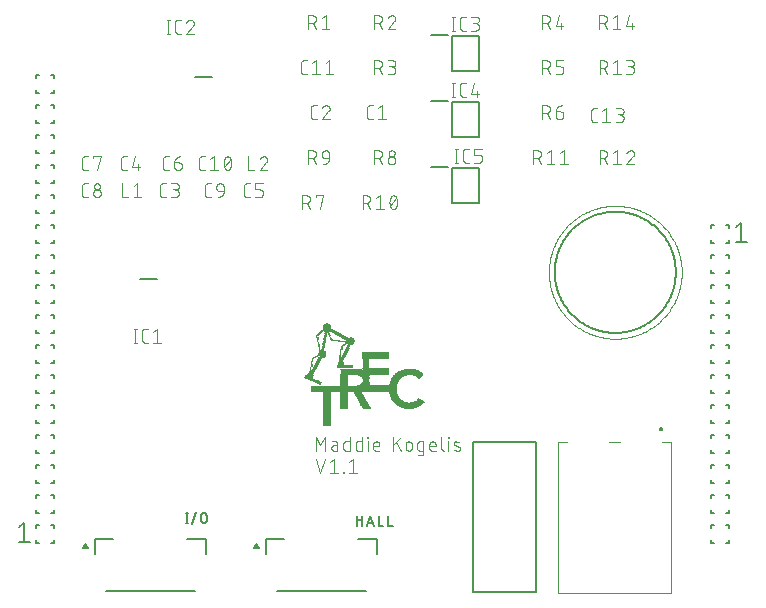
<source format=gbr>
G04 EAGLE Gerber RS-274X export*
G75*
%MOMM*%
%FSLAX34Y34*%
%LPD*%
%INSilkscreen Top*%
%IPPOS*%
%AMOC8*
5,1,8,0,0,1.08239X$1,22.5*%
G01*
%ADD10C,0.152400*%
%ADD11R,0.635000X0.042419*%
%ADD12R,0.635000X0.042162*%
%ADD13R,0.718819X0.042162*%
%ADD14R,0.805181X0.042162*%
%ADD15R,0.762000X0.042419*%
%ADD16R,1.143000X0.042419*%
%ADD17R,0.721363X0.042419*%
%ADD18R,1.397000X0.042419*%
%ADD19R,1.567181X0.042162*%
%ADD20R,0.718819X0.042419*%
%ADD21R,1.734819X0.042419*%
%ADD22R,1.905000X0.042419*%
%ADD23R,0.762000X0.042162*%
%ADD24R,2.032000X0.042162*%
%ADD25R,2.159000X0.042419*%
%ADD26R,2.242819X0.042419*%
%ADD27R,2.372362X0.042162*%
%ADD28R,2.453638X0.042419*%
%ADD29R,0.678181X0.042419*%
%ADD30R,1.226819X0.042419*%
%ADD31R,0.721363X0.042162*%
%ADD32R,1.016000X0.042162*%
%ADD33R,0.932181X0.042162*%
%ADD34R,0.889000X0.042419*%
%ADD35R,0.805181X0.042419*%
%ADD36R,0.845819X0.042419*%
%ADD37R,0.845819X0.042162*%
%ADD38R,0.508000X0.042162*%
%ADD39R,0.381000X0.042419*%
%ADD40R,0.297181X0.042419*%
%ADD41R,0.678181X0.042162*%
%ADD42R,0.170181X0.042162*%
%ADD43R,0.083819X0.042419*%
%ADD44R,0.675638X0.042419*%
%ADD45R,0.675638X0.042162*%
%ADD46R,3.134362X0.042162*%
%ADD47R,3.683000X0.042162*%
%ADD48R,7.239000X0.042419*%
%ADD49R,7.239000X0.042162*%
%ADD50R,3.385819X0.042162*%
%ADD51R,0.972819X0.042419*%
%ADD52R,0.551181X0.042419*%
%ADD53R,0.548638X0.042419*%
%ADD54R,0.591819X0.042419*%
%ADD55R,0.591819X0.042162*%
%ADD56R,0.594363X0.042419*%
%ADD57R,0.548638X0.042162*%
%ADD58R,0.040638X0.042419*%
%ADD59R,0.802638X0.042162*%
%ADD60R,0.127000X0.042162*%
%ADD61R,0.213363X0.042419*%
%ADD62R,0.294637X0.042419*%
%ADD63R,0.467363X0.042162*%
%ADD64R,0.929638X0.042419*%
%ADD65R,0.802638X0.042419*%
%ADD66R,0.975363X0.042419*%
%ADD67R,0.043181X0.042162*%
%ADD68R,0.551181X0.042162*%
%ADD69R,0.972819X0.042162*%
%ADD70R,1.099819X0.042162*%
%ADD71R,0.929638X0.042162*%
%ADD72R,0.464819X0.042419*%
%ADD73R,1.099819X0.042419*%
%ADD74R,4.064000X0.042419*%
%ADD75R,2.413000X0.042419*%
%ADD76R,0.424181X0.042162*%
%ADD77R,4.064000X0.042162*%
%ADD78R,2.329181X0.042162*%
%ADD79R,0.340363X0.042419*%
%ADD80R,2.202181X0.042419*%
%ADD81R,2.075181X0.042419*%
%ADD82R,0.086363X0.042162*%
%ADD83R,0.254000X0.042162*%
%ADD84R,1.948181X0.042162*%
%ADD85R,0.043181X0.042419*%
%ADD86R,1.821181X0.042419*%
%ADD87R,0.254000X0.042419*%
%ADD88R,1.651000X0.042419*%
%ADD89R,0.083819X0.042162*%
%ADD90R,0.297181X0.042162*%
%ADD91R,1.440181X0.042162*%
%ADD92R,1.186181X0.042419*%
%ADD93R,1.818638X0.042419*%
%ADD94R,0.932181X0.042419*%
%ADD95R,1.607819X0.042162*%
%ADD96R,2.202181X0.042162*%
%ADD97R,0.337819X0.042162*%
%ADD98R,1.437638X0.042419*%
%ADD99R,0.086363X0.042419*%
%ADD100R,1.437638X0.042162*%
%ADD101R,0.467363X0.042419*%
%ADD102R,0.424181X0.042419*%
%ADD103R,0.040638X0.042162*%
%ADD104R,0.294637X0.042162*%
%ADD105R,0.337819X0.042419*%
%ADD106R,0.381000X0.042162*%
%ADD107R,0.127000X0.042419*%
%ADD108R,2.286000X0.042419*%
%ADD109R,0.170181X0.042419*%
%ADD110R,2.286000X0.042162*%
%ADD111R,0.167637X0.042419*%
%ADD112R,0.421637X0.042419*%
%ADD113R,0.508000X0.042419*%
%ADD114R,0.464819X0.042162*%
%ADD115R,0.210819X0.042419*%
%ADD116R,0.210819X0.042162*%
%ADD117R,0.167637X0.042162*%
%ADD118R,0.213363X0.042162*%
%ADD119C,0.101600*%
%ADD120C,0.203200*%
%ADD121C,0.177800*%
%ADD122C,0.100000*%
%ADD123C,0.200000*%
%ADD124C,0.200000*%
%ADD125C,0.050000*%

G36*
X69637Y47931D02*
X69637Y47931D01*
X69663Y47928D01*
X69746Y47950D01*
X69831Y47965D01*
X69854Y47979D01*
X69880Y47986D01*
X69950Y48036D01*
X70024Y48080D01*
X70041Y48100D01*
X70063Y48116D01*
X70111Y48187D01*
X70165Y48254D01*
X70174Y48279D01*
X70189Y48301D01*
X70210Y48385D01*
X70237Y48466D01*
X70237Y48493D01*
X70243Y48519D01*
X70233Y48605D01*
X70231Y48691D01*
X70221Y48715D01*
X70218Y48742D01*
X70161Y48862D01*
X70146Y48898D01*
X70141Y48904D01*
X70138Y48912D01*
X67598Y52722D01*
X67544Y52778D01*
X67496Y52840D01*
X67471Y52856D01*
X67458Y52870D01*
X67453Y52872D01*
X67442Y52884D01*
X67372Y52917D01*
X67306Y52959D01*
X67272Y52966D01*
X67240Y52981D01*
X67163Y52988D01*
X67086Y53004D01*
X67051Y52999D01*
X67017Y53002D01*
X66941Y52982D01*
X66864Y52970D01*
X66847Y52960D01*
X66846Y52960D01*
X66841Y52957D01*
X66834Y52953D01*
X66800Y52944D01*
X66736Y52899D01*
X66668Y52861D01*
X66657Y52848D01*
X66653Y52846D01*
X66641Y52831D01*
X66617Y52814D01*
X66591Y52775D01*
X66542Y52722D01*
X64002Y48912D01*
X63992Y48887D01*
X63975Y48866D01*
X63947Y48785D01*
X63913Y48706D01*
X63911Y48679D01*
X63903Y48654D01*
X63905Y48568D01*
X63901Y48482D01*
X63909Y48456D01*
X63909Y48429D01*
X63942Y48350D01*
X63967Y48268D01*
X63984Y48246D01*
X63994Y48222D01*
X64052Y48158D01*
X64104Y48090D01*
X64127Y48076D01*
X64145Y48056D01*
X64222Y48017D01*
X64294Y47971D01*
X64321Y47966D01*
X64345Y47953D01*
X64475Y47934D01*
X64514Y47926D01*
X64521Y47927D01*
X64530Y47926D01*
X69610Y47926D01*
X69637Y47931D01*
G37*
G36*
X214417Y47931D02*
X214417Y47931D01*
X214443Y47928D01*
X214526Y47950D01*
X214611Y47965D01*
X214634Y47979D01*
X214660Y47986D01*
X214730Y48036D01*
X214804Y48080D01*
X214821Y48100D01*
X214843Y48116D01*
X214891Y48187D01*
X214945Y48254D01*
X214954Y48279D01*
X214969Y48301D01*
X214990Y48385D01*
X215017Y48466D01*
X215017Y48493D01*
X215023Y48519D01*
X215013Y48605D01*
X215011Y48691D01*
X215001Y48715D01*
X214998Y48742D01*
X214941Y48862D01*
X214926Y48898D01*
X214921Y48904D01*
X214918Y48912D01*
X212378Y52722D01*
X212324Y52778D01*
X212276Y52840D01*
X212251Y52856D01*
X212238Y52870D01*
X212233Y52872D01*
X212222Y52884D01*
X212152Y52917D01*
X212086Y52959D01*
X212052Y52966D01*
X212020Y52981D01*
X211943Y52988D01*
X211866Y53004D01*
X211831Y52999D01*
X211797Y53002D01*
X211721Y52982D01*
X211644Y52970D01*
X211627Y52960D01*
X211626Y52960D01*
X211621Y52957D01*
X211614Y52953D01*
X211580Y52944D01*
X211516Y52899D01*
X211448Y52861D01*
X211437Y52848D01*
X211433Y52846D01*
X211421Y52831D01*
X211397Y52814D01*
X211371Y52775D01*
X211322Y52722D01*
X208782Y48912D01*
X208772Y48887D01*
X208755Y48866D01*
X208727Y48785D01*
X208693Y48706D01*
X208691Y48679D01*
X208683Y48654D01*
X208685Y48568D01*
X208681Y48482D01*
X208689Y48456D01*
X208689Y48429D01*
X208722Y48350D01*
X208747Y48268D01*
X208764Y48246D01*
X208774Y48222D01*
X208832Y48158D01*
X208884Y48090D01*
X208907Y48076D01*
X208925Y48056D01*
X209002Y48017D01*
X209074Y47971D01*
X209101Y47966D01*
X209125Y47953D01*
X209255Y47934D01*
X209294Y47926D01*
X209301Y47927D01*
X209310Y47926D01*
X214390Y47926D01*
X214417Y47931D01*
G37*
D10*
X10922Y66746D02*
X15438Y70358D01*
X15438Y54102D01*
X19953Y54102D02*
X10922Y54102D01*
X617982Y320746D02*
X622498Y324358D01*
X622498Y308102D01*
X627013Y308102D02*
X617982Y308102D01*
D11*
X271390Y152399D03*
D12*
X271390Y152822D03*
D11*
X271390Y153245D03*
X271390Y153669D03*
D12*
X271390Y154092D03*
D11*
X271390Y154515D03*
X271390Y154939D03*
D12*
X271390Y155362D03*
D11*
X271390Y155785D03*
X271390Y156209D03*
D12*
X271390Y156632D03*
D11*
X271390Y157055D03*
X271390Y157479D03*
D12*
X271390Y157902D03*
D11*
X271390Y158325D03*
X271390Y158749D03*
D12*
X271390Y159172D03*
D11*
X271390Y159595D03*
X271390Y160019D03*
D12*
X271390Y160442D03*
D11*
X271390Y160865D03*
X271390Y161289D03*
D12*
X271390Y161712D03*
D11*
X271390Y162135D03*
X271390Y162559D03*
D12*
X271390Y162982D03*
D11*
X271390Y163405D03*
X271390Y163829D03*
D12*
X271390Y164252D03*
D11*
X271390Y164675D03*
X271390Y165099D03*
D12*
X271390Y165522D03*
D11*
X271390Y165945D03*
X271390Y166369D03*
D12*
X271390Y166792D03*
X286223Y166792D03*
D13*
X305261Y166792D03*
D14*
X341252Y166792D03*
D11*
X271390Y167215D03*
X286223Y167215D03*
D15*
X305045Y167215D03*
D16*
X341240Y167215D03*
D11*
X271390Y167639D03*
X286223Y167639D03*
D17*
X304841Y167639D03*
D18*
X341240Y167639D03*
D12*
X271390Y168062D03*
X286223Y168062D03*
D13*
X304422Y168062D03*
D19*
X341252Y168062D03*
D11*
X271390Y168485D03*
X286223Y168485D03*
D20*
X304422Y168485D03*
D21*
X341252Y168485D03*
D11*
X271390Y168909D03*
X286223Y168909D03*
D20*
X303991Y168909D03*
D22*
X341240Y168909D03*
D12*
X271390Y169332D03*
X286223Y169332D03*
D23*
X303775Y169332D03*
D24*
X341036Y169332D03*
D11*
X271390Y169755D03*
X286223Y169755D03*
D17*
X303571Y169755D03*
D25*
X341240Y169755D03*
D11*
X271390Y170179D03*
X286223Y170179D03*
D20*
X303152Y170179D03*
D26*
X341252Y170179D03*
D12*
X271390Y170602D03*
X286223Y170602D03*
D13*
X303152Y170602D03*
D27*
X341036Y170602D03*
D11*
X271390Y171025D03*
X286223Y171025D03*
D20*
X302721Y171025D03*
D28*
X341036Y171025D03*
D11*
X271390Y171449D03*
X286223Y171449D03*
D29*
X302517Y171449D03*
D30*
X334471Y171449D03*
D16*
X348021Y171449D03*
D12*
X271390Y171872D03*
X286223Y171872D03*
D31*
X302301Y171872D03*
D32*
X332985Y171872D03*
D33*
X349076Y171872D03*
D11*
X271390Y172295D03*
X286223Y172295D03*
D29*
X302086Y172295D03*
D34*
X332350Y172295D03*
D35*
X349711Y172295D03*
D11*
X271390Y172719D03*
X286223Y172719D03*
D20*
X301882Y172719D03*
D36*
X331727Y172719D03*
D11*
X349723Y172719D03*
D12*
X271390Y173142D03*
X286223Y173142D03*
D13*
X301451Y173142D03*
D37*
X331296Y173142D03*
D38*
X349926Y173142D03*
D11*
X271390Y173565D03*
X286223Y173565D03*
D29*
X301247Y173565D03*
D35*
X330661Y173565D03*
D39*
X349723Y173565D03*
D11*
X271390Y173989D03*
X286223Y173989D03*
D17*
X301031Y173989D03*
D15*
X330445Y173989D03*
D40*
X349711Y173989D03*
D12*
X271390Y174412D03*
X286223Y174412D03*
D41*
X300816Y174412D03*
D23*
X330038Y174412D03*
D42*
X349507Y174412D03*
D11*
X271390Y174835D03*
X286223Y174835D03*
D20*
X300612Y174835D03*
X329822Y174835D03*
D43*
X349507Y174835D03*
D11*
X271390Y175259D03*
X286223Y175259D03*
D44*
X300396Y175259D03*
D20*
X329391Y175259D03*
D12*
X271390Y175682D03*
X286223Y175682D03*
D41*
X299977Y175682D03*
X329187Y175682D03*
D11*
X271390Y176105D03*
X286223Y176105D03*
D29*
X299977Y176105D03*
D17*
X328971Y176105D03*
D11*
X271390Y176529D03*
X286223Y176529D03*
D29*
X299546Y176529D03*
X328756Y176529D03*
D12*
X271390Y176952D03*
X286223Y176952D03*
D45*
X299126Y176952D03*
X328336Y176952D03*
D11*
X271390Y177375D03*
X286223Y177375D03*
D44*
X299126Y177375D03*
X328336Y177375D03*
D11*
X271390Y177799D03*
X286223Y177799D03*
D29*
X298707Y177799D03*
D11*
X328133Y177799D03*
D12*
X271390Y178222D03*
X286223Y178222D03*
D41*
X298707Y178222D03*
X327917Y178222D03*
D11*
X271390Y178645D03*
X286223Y178645D03*
D29*
X298276Y178645D03*
X327917Y178645D03*
D11*
X271390Y179069D03*
X286223Y179069D03*
X298060Y179069D03*
X327701Y179069D03*
D12*
X271390Y179492D03*
X286223Y179492D03*
D45*
X297856Y179492D03*
D12*
X327701Y179492D03*
D11*
X271390Y179915D03*
X286223Y179915D03*
D29*
X297437Y179915D03*
D11*
X327701Y179915D03*
X271390Y180339D03*
X286223Y180339D03*
D29*
X297437Y180339D03*
D11*
X327270Y180339D03*
D46*
X273726Y180762D03*
D47*
X312030Y180762D03*
D48*
X294250Y181185D03*
X294250Y181609D03*
D49*
X294250Y182032D03*
D48*
X294250Y182455D03*
X294250Y182879D03*
D49*
X294250Y183302D03*
D48*
X294250Y183725D03*
X294250Y184149D03*
D49*
X294250Y184572D03*
D48*
X294250Y184995D03*
X294250Y185419D03*
D12*
X286223Y185842D03*
D50*
X313516Y185842D03*
D11*
X286223Y186265D03*
D51*
X303152Y186265D03*
D29*
X327486Y186265D03*
D43*
X265687Y186689D03*
D11*
X286223Y186689D03*
D36*
X303356Y186689D03*
D11*
X327701Y186689D03*
D42*
X265256Y187112D03*
D12*
X286223Y187112D03*
D23*
X303775Y187112D03*
D12*
X327701Y187112D03*
D40*
X265052Y187535D03*
D11*
X286223Y187535D03*
D20*
X303991Y187535D03*
D29*
X327917Y187535D03*
D39*
X264633Y187959D03*
D11*
X286223Y187959D03*
D44*
X304206Y187959D03*
D29*
X327917Y187959D03*
D38*
X264405Y188382D03*
D12*
X286223Y188382D03*
X304410Y188382D03*
X328133Y188382D03*
D52*
X263782Y188805D03*
D11*
X286223Y188805D03*
X304410Y188805D03*
D44*
X328336Y188805D03*
D53*
X262931Y189229D03*
D11*
X286223Y189229D03*
D54*
X304626Y189229D03*
D44*
X328336Y189229D03*
D55*
X261877Y189652D03*
D12*
X286223Y189652D03*
D55*
X304626Y189652D03*
D41*
X328756Y189652D03*
D56*
X261026Y190075D03*
D11*
X286223Y190075D03*
D54*
X304626Y190075D03*
D29*
X328756Y190075D03*
D52*
X259972Y190499D03*
D11*
X286223Y190499D03*
D54*
X304626Y190499D03*
D17*
X328971Y190499D03*
D57*
X259121Y190922D03*
D12*
X286223Y190922D03*
D55*
X304626Y190922D03*
D13*
X329391Y190922D03*
D52*
X258271Y191345D03*
D11*
X286223Y191345D03*
D54*
X304626Y191345D03*
D15*
X329606Y191345D03*
D52*
X257432Y191769D03*
D11*
X286223Y191769D03*
D54*
X304626Y191769D03*
D15*
X330038Y191769D03*
D58*
X349291Y191769D03*
D12*
X256581Y192192D03*
X286223Y192192D03*
X304410Y192192D03*
D59*
X330241Y192192D03*
D60*
X349291Y192192D03*
D20*
X256162Y192615D03*
D11*
X286223Y192615D03*
X304410Y192615D03*
D35*
X330661Y192615D03*
D61*
X349291Y192615D03*
D15*
X256378Y193039D03*
D11*
X286223Y193039D03*
D44*
X304206Y193039D03*
D35*
X331092Y193039D03*
D62*
X349291Y193039D03*
D31*
X256581Y193462D03*
D12*
X286223Y193462D03*
D13*
X303991Y193462D03*
D37*
X331727Y193462D03*
D63*
X349291Y193462D03*
D17*
X256581Y193885D03*
D11*
X286223Y193885D03*
D15*
X303775Y193885D03*
D64*
X332146Y193885D03*
D53*
X349291Y193885D03*
D29*
X256797Y194309D03*
D11*
X286223Y194309D03*
D65*
X303571Y194309D03*
D66*
X332781Y194309D03*
D20*
X348872Y194309D03*
D67*
X253622Y194732D03*
D68*
X257432Y194732D03*
D12*
X286223Y194732D03*
D69*
X303152Y194732D03*
D70*
X333836Y194732D03*
D71*
X348656Y194732D03*
D72*
X257432Y195155D03*
D11*
X286223Y195155D03*
D73*
X302086Y195155D03*
D28*
X341036Y195155D03*
D72*
X257432Y195579D03*
D74*
X303368Y195579D03*
D75*
X341240Y195579D03*
D76*
X258067Y196002D03*
D77*
X303368Y196002D03*
D78*
X341252Y196002D03*
D79*
X258486Y196425D03*
D74*
X303368Y196425D03*
D80*
X341456Y196425D03*
D39*
X258690Y196849D03*
D74*
X303368Y196849D03*
D81*
X341252Y196849D03*
D82*
X257216Y197272D03*
D83*
X259325Y197272D03*
D77*
X303368Y197272D03*
D84*
X341456Y197272D03*
D85*
X257432Y197695D03*
D40*
X259541Y197695D03*
D74*
X303368Y197695D03*
D86*
X341252Y197695D03*
D43*
X257636Y198119D03*
D87*
X259756Y198119D03*
D74*
X303368Y198119D03*
D88*
X341240Y198119D03*
D89*
X257636Y198542D03*
D90*
X259972Y198542D03*
D77*
X303368Y198542D03*
D91*
X341456Y198542D03*
D43*
X257636Y198965D03*
D87*
X260188Y198965D03*
D74*
X303368Y198965D03*
D92*
X341456Y198965D03*
D43*
X257636Y199389D03*
D87*
X260595Y199389D03*
D93*
X292141Y199389D03*
D80*
X312677Y199389D03*
D94*
X341456Y199389D03*
D89*
X258067Y199812D03*
D90*
X260811Y199812D03*
D95*
X291087Y199812D03*
D96*
X312677Y199812D03*
D97*
X341887Y199812D03*
D43*
X258067Y200235D03*
D87*
X261026Y200235D03*
D80*
X312677Y200235D03*
D43*
X258067Y200659D03*
D40*
X261242Y200659D03*
D11*
X304841Y200659D03*
D89*
X258067Y201082D03*
D83*
X261458Y201082D03*
D55*
X304626Y201082D03*
D43*
X258067Y201505D03*
D62*
X261661Y201505D03*
D98*
X286426Y201505D03*
D54*
X304626Y201505D03*
D99*
X258486Y201929D03*
D87*
X261865Y201929D03*
D98*
X286426Y201929D03*
D54*
X304626Y201929D03*
D82*
X258486Y202352D03*
D90*
X262081Y202352D03*
D100*
X286426Y202352D03*
D55*
X304626Y202352D03*
D99*
X258486Y202775D03*
D87*
X262296Y202775D03*
D98*
X286426Y202775D03*
D54*
X304626Y202775D03*
D99*
X258486Y203199D03*
D40*
X262512Y203199D03*
D98*
X286426Y203199D03*
D54*
X304626Y203199D03*
D82*
X258486Y203622D03*
D83*
X262728Y203622D03*
D57*
X283251Y203622D03*
D55*
X304626Y203622D03*
D85*
X258702Y204045D03*
D62*
X262931Y204045D03*
D53*
X283251Y204045D03*
D54*
X304626Y204045D03*
D43*
X258906Y204469D03*
D87*
X263135Y204469D03*
D53*
X283251Y204469D03*
D54*
X304626Y204469D03*
D89*
X258906Y204892D03*
D83*
X263566Y204892D03*
D57*
X283251Y204892D03*
D55*
X304626Y204892D03*
D43*
X258906Y205315D03*
D40*
X263782Y205315D03*
D101*
X283251Y205315D03*
D54*
X304626Y205315D03*
D43*
X258906Y205739D03*
D87*
X263998Y205739D03*
D102*
X283467Y205739D03*
D54*
X304626Y205739D03*
D103*
X259121Y206162D03*
D104*
X264201Y206162D03*
X283251Y206162D03*
D55*
X304626Y206162D03*
D43*
X259337Y206585D03*
D87*
X264405Y206585D03*
D105*
X283467Y206585D03*
D54*
X304626Y206585D03*
D43*
X259337Y207009D03*
D40*
X264621Y207009D03*
D105*
X283467Y207009D03*
D54*
X304626Y207009D03*
D89*
X259337Y207432D03*
D83*
X264836Y207432D03*
D106*
X283683Y207432D03*
D55*
X304626Y207432D03*
D43*
X259337Y207855D03*
D40*
X265052Y207855D03*
D43*
X282197Y207855D03*
D87*
X284318Y207855D03*
D54*
X304626Y207855D03*
D85*
X259541Y208279D03*
D87*
X265268Y208279D03*
D43*
X282197Y208279D03*
D87*
X284725Y208279D03*
D54*
X304626Y208279D03*
D82*
X259756Y208702D03*
D104*
X265471Y208702D03*
D82*
X282616Y208702D03*
D83*
X284725Y208702D03*
D55*
X304626Y208702D03*
D107*
X259960Y209125D03*
D87*
X265675Y209125D03*
D99*
X282616Y209125D03*
D87*
X285156Y209125D03*
D108*
X313096Y209125D03*
D109*
X260607Y209549D03*
D40*
X265891Y209549D03*
D99*
X282616Y209549D03*
D87*
X285156Y209549D03*
D108*
X313096Y209549D03*
D42*
X261446Y209972D03*
D76*
X266957Y209972D03*
D82*
X282616Y209972D03*
D90*
X285372Y209972D03*
D110*
X313096Y209972D03*
D111*
X262296Y210395D03*
D112*
X267376Y210395D03*
D99*
X282616Y210395D03*
D87*
X285588Y210395D03*
D108*
X313096Y210395D03*
D109*
X263147Y210819D03*
D113*
X267808Y210819D03*
D99*
X282616Y210819D03*
D62*
X285791Y210819D03*
D108*
X313096Y210819D03*
D31*
X266741Y211242D03*
D67*
X282832Y211242D03*
D83*
X285995Y211242D03*
D110*
X313096Y211242D03*
D44*
X267376Y211665D03*
D43*
X283036Y211665D03*
D87*
X286426Y211665D03*
D108*
X313096Y211665D03*
D11*
X267580Y212089D03*
D43*
X283036Y212089D03*
D87*
X286426Y212089D03*
D108*
X313096Y212089D03*
D12*
X267580Y212512D03*
D89*
X283036Y212512D03*
D90*
X286642Y212512D03*
D110*
X313096Y212512D03*
D11*
X267580Y212935D03*
D43*
X283036Y212935D03*
D87*
X286858Y212935D03*
D108*
X313096Y212935D03*
D11*
X267580Y213359D03*
D43*
X283036Y213359D03*
D62*
X287061Y213359D03*
D108*
X313096Y213359D03*
D55*
X267796Y213782D03*
D89*
X283036Y213782D03*
D83*
X287265Y213782D03*
D110*
X313096Y213782D03*
D52*
X267592Y214205D03*
D43*
X283467Y214205D03*
D40*
X287481Y214205D03*
D108*
X313096Y214205D03*
D113*
X267808Y214629D03*
D43*
X283467Y214629D03*
D87*
X287696Y214629D03*
D114*
X267592Y215052D03*
D89*
X283467Y215052D03*
D90*
X287912Y215052D03*
D112*
X267376Y215475D03*
D43*
X283467Y215475D03*
D87*
X288128Y215475D03*
D43*
X265687Y215899D03*
D87*
X268215Y215899D03*
D43*
X283467Y215899D03*
D62*
X288331Y215899D03*
D89*
X265687Y216322D03*
D83*
X268215Y216322D03*
D89*
X283467Y216322D03*
D83*
X288535Y216322D03*
D43*
X265687Y216745D03*
D87*
X268215Y216745D03*
D99*
X283886Y216745D03*
D40*
X288751Y216745D03*
D58*
X265471Y217169D03*
D115*
X268431Y217169D03*
D99*
X283886Y217169D03*
D87*
X288966Y217169D03*
D89*
X265256Y217592D03*
D116*
X268431Y217592D03*
D82*
X283886Y217592D03*
D90*
X289182Y217592D03*
D43*
X265256Y218015D03*
D87*
X268646Y218015D03*
D99*
X283886Y218015D03*
D87*
X289398Y218015D03*
D43*
X265256Y218439D03*
D87*
X268646Y218439D03*
D99*
X283886Y218439D03*
D87*
X289398Y218439D03*
D89*
X265256Y218862D03*
D83*
X268646Y218862D03*
D82*
X283886Y218862D03*
D83*
X289805Y218862D03*
D99*
X264836Y219285D03*
D115*
X268862Y219285D03*
D43*
X284306Y219285D03*
D87*
X289805Y219285D03*
D99*
X264836Y219709D03*
D115*
X268862Y219709D03*
D109*
X284737Y219709D03*
D87*
X290236Y219709D03*
D82*
X264836Y220132D03*
D116*
X268862Y220132D03*
D42*
X285576Y220132D03*
D83*
X290236Y220132D03*
D99*
X264836Y220555D03*
D87*
X269078Y220555D03*
D115*
X286211Y220555D03*
D62*
X290871Y220555D03*
D43*
X264417Y220979D03*
D87*
X269078Y220979D03*
D109*
X286846Y220979D03*
D112*
X291506Y220979D03*
D89*
X264417Y221402D03*
D83*
X269078Y221402D03*
D117*
X287696Y221402D03*
D114*
X291722Y221402D03*
D43*
X264417Y221825D03*
D61*
X269281Y221825D03*
D29*
X291087Y221825D03*
D43*
X264417Y222249D03*
D61*
X269281Y222249D03*
D11*
X291303Y222249D03*
D89*
X264417Y222672D03*
D83*
X269485Y222672D03*
D23*
X290668Y222672D03*
D43*
X263986Y223095D03*
D87*
X269485Y223095D03*
D16*
X289170Y223095D03*
D43*
X263986Y223519D03*
D87*
X269485Y223519D03*
D53*
X283251Y223519D03*
D11*
X291710Y223519D03*
D89*
X263986Y223942D03*
D116*
X269701Y223942D03*
D68*
X280292Y223942D03*
D45*
X291506Y223942D03*
D43*
X263986Y224365D03*
D115*
X269701Y224365D03*
D72*
X277752Y224365D03*
D29*
X291087Y224365D03*
D99*
X263566Y224789D03*
D87*
X269916Y224789D03*
D109*
X275847Y224789D03*
D15*
X290668Y224789D03*
D82*
X263566Y225212D03*
D83*
X269916Y225212D03*
D60*
X275200Y225212D03*
D23*
X290236Y225212D03*
D99*
X263566Y225635D03*
D87*
X269916Y225635D03*
D99*
X274996Y225635D03*
D36*
X289817Y225635D03*
D99*
X263566Y226059D03*
D87*
X269916Y226059D03*
D99*
X274996Y226059D03*
D101*
X287061Y226059D03*
D39*
X291710Y226059D03*
D82*
X263566Y226482D03*
D116*
X270132Y226482D03*
D89*
X274577Y226482D03*
D38*
X286426Y226482D03*
D60*
X291710Y226482D03*
D43*
X263147Y226905D03*
D115*
X270132Y226905D03*
D43*
X274577Y226905D03*
D101*
X285791Y226905D03*
D43*
X263147Y227329D03*
D87*
X270348Y227329D03*
D43*
X274146Y227329D03*
D72*
X284941Y227329D03*
D89*
X263147Y227752D03*
D83*
X270348Y227752D03*
D89*
X274146Y227752D03*
D114*
X284102Y227752D03*
D107*
X263363Y228175D03*
D87*
X270348Y228175D03*
D99*
X273726Y228175D03*
D113*
X283455Y228175D03*
D107*
X263770Y228599D03*
D87*
X270348Y228599D03*
D99*
X273726Y228599D03*
D113*
X282616Y228599D03*
D60*
X264201Y229022D03*
D118*
X270551Y229022D03*
D60*
X273523Y229022D03*
D63*
X281981Y229022D03*
D107*
X264633Y229445D03*
D61*
X270551Y229445D03*
D43*
X273307Y229445D03*
D72*
X281131Y229445D03*
D107*
X265040Y229869D03*
D87*
X270755Y229869D03*
D107*
X273091Y229869D03*
D113*
X280508Y229869D03*
D60*
X265471Y230292D03*
D83*
X270755Y230292D03*
D89*
X272876Y230292D03*
D38*
X279645Y230292D03*
D107*
X265903Y230715D03*
D39*
X271390Y230715D03*
D72*
X279022Y230715D03*
D107*
X266310Y231139D03*
D40*
X271402Y231139D03*
D101*
X278171Y231139D03*
D60*
X266741Y231562D03*
D97*
X271606Y231562D03*
D38*
X277536Y231562D03*
D111*
X267376Y231985D03*
D101*
X271821Y231985D03*
X276901Y231985D03*
D107*
X267580Y232409D03*
D64*
X273726Y232409D03*
D32*
X272456Y232832D03*
D64*
X272456Y233255D03*
D35*
X272241Y233679D03*
D31*
X271821Y234102D03*
D17*
X271821Y234525D03*
X271821Y234949D03*
D31*
X271821Y235372D03*
D17*
X271821Y235795D03*
D29*
X271606Y236219D03*
D12*
X271821Y236642D03*
D54*
X271606Y237065D03*
D113*
X271618Y237489D03*
D106*
X271821Y237912D03*
D109*
X271606Y238335D03*
D119*
X262128Y143002D02*
X262128Y131318D01*
X266023Y136511D02*
X262128Y143002D01*
X266023Y136511D02*
X269917Y143002D01*
X269917Y131318D01*
X277450Y135862D02*
X280371Y135862D01*
X277450Y135862D02*
X277356Y135860D01*
X277262Y135854D01*
X277169Y135845D01*
X277076Y135831D01*
X276984Y135814D01*
X276892Y135792D01*
X276802Y135768D01*
X276712Y135739D01*
X276624Y135707D01*
X276537Y135671D01*
X276452Y135631D01*
X276369Y135588D01*
X276287Y135542D01*
X276207Y135492D01*
X276130Y135439D01*
X276055Y135383D01*
X275982Y135324D01*
X275911Y135262D01*
X275843Y135197D01*
X275778Y135129D01*
X275716Y135058D01*
X275657Y134985D01*
X275601Y134910D01*
X275548Y134833D01*
X275498Y134753D01*
X275452Y134671D01*
X275409Y134588D01*
X275369Y134503D01*
X275333Y134416D01*
X275301Y134328D01*
X275272Y134238D01*
X275248Y134148D01*
X275226Y134056D01*
X275209Y133964D01*
X275195Y133871D01*
X275186Y133778D01*
X275180Y133684D01*
X275178Y133590D01*
X275180Y133496D01*
X275186Y133402D01*
X275195Y133309D01*
X275209Y133216D01*
X275226Y133124D01*
X275248Y133032D01*
X275272Y132942D01*
X275301Y132852D01*
X275333Y132764D01*
X275369Y132677D01*
X275409Y132592D01*
X275452Y132509D01*
X275498Y132427D01*
X275548Y132347D01*
X275601Y132270D01*
X275657Y132195D01*
X275716Y132122D01*
X275778Y132051D01*
X275843Y131983D01*
X275911Y131918D01*
X275982Y131856D01*
X276055Y131797D01*
X276130Y131741D01*
X276207Y131688D01*
X276287Y131638D01*
X276369Y131592D01*
X276452Y131549D01*
X276537Y131509D01*
X276624Y131473D01*
X276712Y131441D01*
X276802Y131412D01*
X276892Y131388D01*
X276984Y131366D01*
X277076Y131349D01*
X277169Y131335D01*
X277262Y131326D01*
X277356Y131320D01*
X277450Y131318D01*
X280371Y131318D01*
X280371Y137160D01*
X280369Y137247D01*
X280363Y137335D01*
X280353Y137421D01*
X280340Y137508D01*
X280322Y137593D01*
X280301Y137678D01*
X280276Y137762D01*
X280247Y137844D01*
X280214Y137925D01*
X280178Y138005D01*
X280139Y138083D01*
X280095Y138159D01*
X280049Y138233D01*
X279999Y138304D01*
X279946Y138374D01*
X279890Y138441D01*
X279831Y138505D01*
X279769Y138567D01*
X279705Y138626D01*
X279638Y138682D01*
X279568Y138735D01*
X279497Y138785D01*
X279423Y138831D01*
X279347Y138875D01*
X279269Y138914D01*
X279189Y138950D01*
X279108Y138983D01*
X279026Y139012D01*
X278942Y139037D01*
X278857Y139058D01*
X278772Y139076D01*
X278685Y139089D01*
X278599Y139099D01*
X278511Y139105D01*
X278424Y139107D01*
X275827Y139107D01*
X290658Y143002D02*
X290658Y131318D01*
X287413Y131318D01*
X287326Y131320D01*
X287238Y131326D01*
X287152Y131336D01*
X287065Y131349D01*
X286980Y131367D01*
X286895Y131388D01*
X286811Y131413D01*
X286729Y131442D01*
X286648Y131475D01*
X286568Y131511D01*
X286490Y131550D01*
X286414Y131594D01*
X286340Y131640D01*
X286269Y131690D01*
X286199Y131743D01*
X286132Y131799D01*
X286068Y131858D01*
X286006Y131920D01*
X285947Y131984D01*
X285891Y132051D01*
X285838Y132121D01*
X285788Y132192D01*
X285742Y132266D01*
X285698Y132342D01*
X285659Y132420D01*
X285623Y132500D01*
X285590Y132581D01*
X285561Y132663D01*
X285536Y132747D01*
X285515Y132832D01*
X285497Y132917D01*
X285484Y133004D01*
X285474Y133090D01*
X285468Y133178D01*
X285466Y133265D01*
X285465Y133265D02*
X285465Y137160D01*
X285466Y137160D02*
X285468Y137247D01*
X285474Y137335D01*
X285484Y137421D01*
X285497Y137508D01*
X285515Y137593D01*
X285536Y137678D01*
X285561Y137762D01*
X285590Y137844D01*
X285623Y137925D01*
X285659Y138005D01*
X285698Y138083D01*
X285742Y138159D01*
X285788Y138233D01*
X285838Y138304D01*
X285891Y138374D01*
X285947Y138441D01*
X286006Y138505D01*
X286068Y138567D01*
X286132Y138626D01*
X286199Y138682D01*
X286269Y138735D01*
X286340Y138785D01*
X286414Y138831D01*
X286490Y138875D01*
X286568Y138914D01*
X286648Y138950D01*
X286729Y138983D01*
X286811Y139012D01*
X286895Y139037D01*
X286980Y139058D01*
X287065Y139076D01*
X287152Y139089D01*
X287238Y139099D01*
X287326Y139105D01*
X287413Y139107D01*
X290658Y139107D01*
X300945Y143002D02*
X300945Y131318D01*
X297700Y131318D01*
X297613Y131320D01*
X297525Y131326D01*
X297439Y131336D01*
X297352Y131349D01*
X297267Y131367D01*
X297182Y131388D01*
X297098Y131413D01*
X297016Y131442D01*
X296935Y131475D01*
X296855Y131511D01*
X296777Y131550D01*
X296701Y131594D01*
X296627Y131640D01*
X296556Y131690D01*
X296486Y131743D01*
X296419Y131799D01*
X296355Y131858D01*
X296293Y131920D01*
X296234Y131984D01*
X296178Y132051D01*
X296125Y132121D01*
X296075Y132192D01*
X296029Y132266D01*
X295985Y132342D01*
X295946Y132420D01*
X295910Y132500D01*
X295877Y132581D01*
X295848Y132663D01*
X295823Y132747D01*
X295802Y132832D01*
X295784Y132917D01*
X295771Y133004D01*
X295761Y133090D01*
X295755Y133178D01*
X295753Y133265D01*
X295752Y133265D02*
X295752Y137160D01*
X295753Y137160D02*
X295755Y137247D01*
X295761Y137335D01*
X295771Y137421D01*
X295784Y137508D01*
X295802Y137593D01*
X295823Y137678D01*
X295848Y137762D01*
X295877Y137844D01*
X295910Y137925D01*
X295946Y138005D01*
X295985Y138083D01*
X296029Y138159D01*
X296075Y138233D01*
X296125Y138304D01*
X296178Y138374D01*
X296234Y138441D01*
X296293Y138505D01*
X296355Y138567D01*
X296419Y138626D01*
X296486Y138682D01*
X296556Y138735D01*
X296627Y138785D01*
X296701Y138831D01*
X296777Y138875D01*
X296855Y138914D01*
X296935Y138950D01*
X297016Y138983D01*
X297098Y139012D01*
X297182Y139037D01*
X297267Y139058D01*
X297352Y139076D01*
X297439Y139089D01*
X297525Y139099D01*
X297613Y139105D01*
X297700Y139107D01*
X300945Y139107D01*
X306028Y139107D02*
X306028Y131318D01*
X305703Y142353D02*
X305703Y143002D01*
X306352Y143002D01*
X306352Y142353D01*
X305703Y142353D01*
X312617Y131318D02*
X315863Y131318D01*
X312617Y131318D02*
X312530Y131320D01*
X312442Y131326D01*
X312356Y131336D01*
X312269Y131349D01*
X312184Y131367D01*
X312099Y131388D01*
X312015Y131413D01*
X311933Y131442D01*
X311852Y131475D01*
X311772Y131511D01*
X311694Y131550D01*
X311618Y131594D01*
X311544Y131640D01*
X311473Y131690D01*
X311403Y131743D01*
X311336Y131799D01*
X311272Y131858D01*
X311210Y131920D01*
X311151Y131984D01*
X311095Y132051D01*
X311042Y132121D01*
X310992Y132192D01*
X310946Y132266D01*
X310902Y132342D01*
X310863Y132420D01*
X310827Y132500D01*
X310794Y132581D01*
X310765Y132663D01*
X310740Y132747D01*
X310719Y132832D01*
X310701Y132917D01*
X310688Y133004D01*
X310678Y133090D01*
X310672Y133178D01*
X310670Y133265D01*
X310670Y136511D01*
X310671Y136511D02*
X310673Y136612D01*
X310679Y136712D01*
X310689Y136812D01*
X310702Y136912D01*
X310720Y137011D01*
X310741Y137110D01*
X310766Y137207D01*
X310795Y137304D01*
X310828Y137399D01*
X310864Y137493D01*
X310904Y137585D01*
X310947Y137676D01*
X310994Y137765D01*
X311044Y137852D01*
X311098Y137938D01*
X311155Y138021D01*
X311215Y138101D01*
X311278Y138180D01*
X311345Y138256D01*
X311414Y138329D01*
X311486Y138399D01*
X311560Y138467D01*
X311637Y138532D01*
X311717Y138593D01*
X311799Y138652D01*
X311883Y138707D01*
X311969Y138759D01*
X312057Y138808D01*
X312147Y138853D01*
X312239Y138895D01*
X312332Y138933D01*
X312427Y138967D01*
X312522Y138998D01*
X312619Y139025D01*
X312717Y139048D01*
X312816Y139068D01*
X312916Y139083D01*
X313016Y139095D01*
X313116Y139103D01*
X313217Y139107D01*
X313317Y139107D01*
X313418Y139103D01*
X313518Y139095D01*
X313618Y139083D01*
X313718Y139068D01*
X313817Y139048D01*
X313915Y139025D01*
X314012Y138998D01*
X314107Y138967D01*
X314202Y138933D01*
X314295Y138895D01*
X314387Y138853D01*
X314477Y138808D01*
X314565Y138759D01*
X314651Y138707D01*
X314735Y138652D01*
X314817Y138593D01*
X314897Y138532D01*
X314974Y138467D01*
X315048Y138399D01*
X315120Y138329D01*
X315189Y138256D01*
X315256Y138180D01*
X315319Y138101D01*
X315379Y138021D01*
X315436Y137938D01*
X315490Y137852D01*
X315540Y137765D01*
X315587Y137676D01*
X315630Y137585D01*
X315670Y137493D01*
X315706Y137399D01*
X315739Y137304D01*
X315768Y137207D01*
X315793Y137110D01*
X315814Y137011D01*
X315832Y136912D01*
X315845Y136812D01*
X315855Y136712D01*
X315861Y136612D01*
X315863Y136511D01*
X315863Y135213D01*
X310670Y135213D01*
X327335Y131318D02*
X327335Y143002D01*
X333826Y143002D02*
X327335Y135862D01*
X329932Y138458D02*
X333826Y131318D01*
X338102Y133914D02*
X338102Y136511D01*
X338103Y136511D02*
X338105Y136612D01*
X338111Y136712D01*
X338121Y136812D01*
X338134Y136912D01*
X338152Y137011D01*
X338173Y137110D01*
X338198Y137207D01*
X338227Y137304D01*
X338260Y137399D01*
X338296Y137493D01*
X338336Y137585D01*
X338379Y137676D01*
X338426Y137765D01*
X338476Y137852D01*
X338530Y137938D01*
X338587Y138021D01*
X338647Y138101D01*
X338710Y138180D01*
X338777Y138256D01*
X338846Y138329D01*
X338918Y138399D01*
X338992Y138467D01*
X339069Y138532D01*
X339149Y138593D01*
X339231Y138652D01*
X339315Y138707D01*
X339401Y138759D01*
X339489Y138808D01*
X339579Y138853D01*
X339671Y138895D01*
X339764Y138933D01*
X339859Y138967D01*
X339954Y138998D01*
X340051Y139025D01*
X340149Y139048D01*
X340248Y139068D01*
X340348Y139083D01*
X340448Y139095D01*
X340548Y139103D01*
X340649Y139107D01*
X340749Y139107D01*
X340850Y139103D01*
X340950Y139095D01*
X341050Y139083D01*
X341150Y139068D01*
X341249Y139048D01*
X341347Y139025D01*
X341444Y138998D01*
X341539Y138967D01*
X341634Y138933D01*
X341727Y138895D01*
X341819Y138853D01*
X341909Y138808D01*
X341997Y138759D01*
X342083Y138707D01*
X342167Y138652D01*
X342249Y138593D01*
X342329Y138532D01*
X342406Y138467D01*
X342480Y138399D01*
X342552Y138329D01*
X342621Y138256D01*
X342688Y138180D01*
X342751Y138101D01*
X342811Y138021D01*
X342868Y137938D01*
X342922Y137852D01*
X342972Y137765D01*
X343019Y137676D01*
X343062Y137585D01*
X343102Y137493D01*
X343138Y137399D01*
X343171Y137304D01*
X343200Y137207D01*
X343225Y137110D01*
X343246Y137011D01*
X343264Y136912D01*
X343277Y136812D01*
X343287Y136712D01*
X343293Y136612D01*
X343295Y136511D01*
X343295Y133914D01*
X343293Y133813D01*
X343287Y133713D01*
X343277Y133613D01*
X343264Y133513D01*
X343246Y133414D01*
X343225Y133315D01*
X343200Y133218D01*
X343171Y133121D01*
X343138Y133026D01*
X343102Y132932D01*
X343062Y132840D01*
X343019Y132749D01*
X342972Y132660D01*
X342922Y132573D01*
X342868Y132487D01*
X342811Y132404D01*
X342751Y132324D01*
X342688Y132245D01*
X342621Y132169D01*
X342552Y132096D01*
X342480Y132026D01*
X342406Y131958D01*
X342329Y131893D01*
X342249Y131832D01*
X342167Y131773D01*
X342083Y131718D01*
X341997Y131666D01*
X341909Y131617D01*
X341819Y131572D01*
X341727Y131530D01*
X341634Y131492D01*
X341539Y131458D01*
X341444Y131427D01*
X341347Y131400D01*
X341249Y131377D01*
X341150Y131357D01*
X341050Y131342D01*
X340950Y131330D01*
X340850Y131322D01*
X340749Y131318D01*
X340649Y131318D01*
X340548Y131322D01*
X340448Y131330D01*
X340348Y131342D01*
X340248Y131357D01*
X340149Y131377D01*
X340051Y131400D01*
X339954Y131427D01*
X339859Y131458D01*
X339764Y131492D01*
X339671Y131530D01*
X339579Y131572D01*
X339489Y131617D01*
X339401Y131666D01*
X339315Y131718D01*
X339231Y131773D01*
X339149Y131832D01*
X339069Y131893D01*
X338992Y131958D01*
X338918Y132026D01*
X338846Y132096D01*
X338777Y132169D01*
X338710Y132245D01*
X338647Y132324D01*
X338587Y132404D01*
X338530Y132487D01*
X338476Y132573D01*
X338426Y132660D01*
X338379Y132749D01*
X338336Y132840D01*
X338296Y132932D01*
X338260Y133026D01*
X338227Y133121D01*
X338198Y133218D01*
X338173Y133315D01*
X338152Y133414D01*
X338134Y133513D01*
X338121Y133613D01*
X338111Y133713D01*
X338105Y133813D01*
X338103Y133914D01*
X349896Y131318D02*
X353142Y131318D01*
X349896Y131318D02*
X349809Y131320D01*
X349721Y131326D01*
X349635Y131336D01*
X349548Y131349D01*
X349463Y131367D01*
X349378Y131388D01*
X349294Y131413D01*
X349212Y131442D01*
X349131Y131475D01*
X349051Y131511D01*
X348973Y131550D01*
X348897Y131594D01*
X348823Y131640D01*
X348752Y131690D01*
X348682Y131743D01*
X348615Y131799D01*
X348551Y131858D01*
X348489Y131920D01*
X348430Y131984D01*
X348374Y132051D01*
X348321Y132121D01*
X348271Y132192D01*
X348225Y132266D01*
X348181Y132342D01*
X348142Y132420D01*
X348106Y132500D01*
X348073Y132581D01*
X348044Y132663D01*
X348019Y132747D01*
X347998Y132832D01*
X347980Y132917D01*
X347967Y133004D01*
X347957Y133090D01*
X347951Y133178D01*
X347949Y133265D01*
X347949Y137160D01*
X347951Y137247D01*
X347957Y137335D01*
X347967Y137421D01*
X347980Y137508D01*
X347998Y137593D01*
X348019Y137678D01*
X348044Y137762D01*
X348073Y137844D01*
X348106Y137925D01*
X348142Y138005D01*
X348181Y138083D01*
X348225Y138159D01*
X348271Y138233D01*
X348321Y138304D01*
X348374Y138374D01*
X348430Y138441D01*
X348489Y138505D01*
X348551Y138567D01*
X348615Y138626D01*
X348682Y138682D01*
X348752Y138735D01*
X348823Y138785D01*
X348897Y138831D01*
X348973Y138875D01*
X349051Y138914D01*
X349131Y138950D01*
X349212Y138983D01*
X349294Y139012D01*
X349378Y139037D01*
X349463Y139058D01*
X349548Y139076D01*
X349635Y139089D01*
X349721Y139099D01*
X349809Y139105D01*
X349896Y139107D01*
X353142Y139107D01*
X353142Y129371D01*
X353140Y129284D01*
X353134Y129196D01*
X353124Y129110D01*
X353111Y129023D01*
X353093Y128938D01*
X353072Y128853D01*
X353047Y128769D01*
X353018Y128687D01*
X352985Y128606D01*
X352949Y128526D01*
X352910Y128448D01*
X352866Y128372D01*
X352820Y128298D01*
X352770Y128227D01*
X352717Y128157D01*
X352661Y128090D01*
X352602Y128026D01*
X352541Y127964D01*
X352476Y127905D01*
X352409Y127849D01*
X352339Y127796D01*
X352268Y127746D01*
X352194Y127700D01*
X352118Y127656D01*
X352040Y127617D01*
X351960Y127581D01*
X351879Y127548D01*
X351797Y127519D01*
X351713Y127494D01*
X351628Y127473D01*
X351543Y127455D01*
X351456Y127442D01*
X351370Y127432D01*
X351282Y127426D01*
X351195Y127424D01*
X351195Y127423D02*
X348598Y127423D01*
X360242Y131318D02*
X363488Y131318D01*
X360242Y131318D02*
X360155Y131320D01*
X360067Y131326D01*
X359981Y131336D01*
X359894Y131349D01*
X359809Y131367D01*
X359724Y131388D01*
X359640Y131413D01*
X359558Y131442D01*
X359477Y131475D01*
X359397Y131511D01*
X359319Y131550D01*
X359243Y131594D01*
X359169Y131640D01*
X359098Y131690D01*
X359028Y131743D01*
X358961Y131799D01*
X358897Y131858D01*
X358835Y131920D01*
X358776Y131984D01*
X358720Y132051D01*
X358667Y132121D01*
X358617Y132192D01*
X358571Y132266D01*
X358527Y132342D01*
X358488Y132420D01*
X358452Y132500D01*
X358419Y132581D01*
X358390Y132663D01*
X358365Y132747D01*
X358344Y132832D01*
X358326Y132917D01*
X358313Y133004D01*
X358303Y133090D01*
X358297Y133178D01*
X358295Y133265D01*
X358295Y136511D01*
X358297Y136612D01*
X358303Y136712D01*
X358313Y136812D01*
X358326Y136912D01*
X358344Y137011D01*
X358365Y137110D01*
X358390Y137207D01*
X358419Y137304D01*
X358452Y137399D01*
X358488Y137493D01*
X358528Y137585D01*
X358571Y137676D01*
X358618Y137765D01*
X358668Y137852D01*
X358722Y137938D01*
X358779Y138021D01*
X358839Y138101D01*
X358902Y138180D01*
X358969Y138256D01*
X359038Y138329D01*
X359110Y138399D01*
X359184Y138467D01*
X359261Y138532D01*
X359341Y138593D01*
X359423Y138652D01*
X359507Y138707D01*
X359593Y138759D01*
X359681Y138808D01*
X359771Y138853D01*
X359863Y138895D01*
X359956Y138933D01*
X360051Y138967D01*
X360146Y138998D01*
X360243Y139025D01*
X360341Y139048D01*
X360440Y139068D01*
X360540Y139083D01*
X360640Y139095D01*
X360740Y139103D01*
X360841Y139107D01*
X360941Y139107D01*
X361042Y139103D01*
X361142Y139095D01*
X361242Y139083D01*
X361342Y139068D01*
X361441Y139048D01*
X361539Y139025D01*
X361636Y138998D01*
X361731Y138967D01*
X361826Y138933D01*
X361919Y138895D01*
X362011Y138853D01*
X362101Y138808D01*
X362189Y138759D01*
X362275Y138707D01*
X362359Y138652D01*
X362441Y138593D01*
X362521Y138532D01*
X362598Y138467D01*
X362672Y138399D01*
X362744Y138329D01*
X362813Y138256D01*
X362880Y138180D01*
X362943Y138101D01*
X363003Y138021D01*
X363060Y137938D01*
X363114Y137852D01*
X363164Y137765D01*
X363211Y137676D01*
X363254Y137585D01*
X363294Y137493D01*
X363330Y137399D01*
X363363Y137304D01*
X363392Y137207D01*
X363417Y137110D01*
X363438Y137011D01*
X363456Y136912D01*
X363469Y136812D01*
X363479Y136712D01*
X363485Y136612D01*
X363487Y136511D01*
X363488Y136511D02*
X363488Y135213D01*
X358295Y135213D01*
X368351Y133265D02*
X368351Y143002D01*
X368351Y133265D02*
X368353Y133178D01*
X368359Y133090D01*
X368369Y133004D01*
X368382Y132917D01*
X368400Y132832D01*
X368421Y132747D01*
X368446Y132663D01*
X368475Y132581D01*
X368508Y132500D01*
X368544Y132420D01*
X368583Y132342D01*
X368627Y132266D01*
X368673Y132192D01*
X368723Y132121D01*
X368776Y132051D01*
X368832Y131984D01*
X368891Y131920D01*
X368953Y131858D01*
X369017Y131799D01*
X369084Y131743D01*
X369154Y131690D01*
X369225Y131640D01*
X369299Y131594D01*
X369375Y131550D01*
X369453Y131511D01*
X369533Y131475D01*
X369614Y131442D01*
X369696Y131413D01*
X369780Y131388D01*
X369865Y131367D01*
X369950Y131349D01*
X370037Y131336D01*
X370123Y131326D01*
X370211Y131320D01*
X370298Y131318D01*
X374226Y131318D02*
X374226Y139107D01*
X373902Y142353D02*
X373902Y143002D01*
X374551Y143002D01*
X374551Y142353D01*
X373902Y142353D01*
X379843Y135862D02*
X383088Y134564D01*
X379843Y135861D02*
X379768Y135894D01*
X379694Y135930D01*
X379622Y135969D01*
X379552Y136012D01*
X379485Y136058D01*
X379419Y136108D01*
X379357Y136160D01*
X379296Y136216D01*
X379239Y136274D01*
X379184Y136335D01*
X379133Y136399D01*
X379085Y136465D01*
X379040Y136534D01*
X378998Y136604D01*
X378960Y136677D01*
X378925Y136751D01*
X378894Y136827D01*
X378867Y136904D01*
X378844Y136983D01*
X378824Y137062D01*
X378809Y137143D01*
X378797Y137224D01*
X378789Y137306D01*
X378785Y137387D01*
X378786Y137469D01*
X378790Y137551D01*
X378798Y137633D01*
X378810Y137714D01*
X378826Y137794D01*
X378846Y137874D01*
X378870Y137952D01*
X378898Y138029D01*
X378929Y138105D01*
X378964Y138179D01*
X379002Y138251D01*
X379044Y138322D01*
X379090Y138390D01*
X379138Y138456D01*
X379190Y138519D01*
X379245Y138580D01*
X379303Y138638D01*
X379363Y138694D01*
X379426Y138746D01*
X379492Y138795D01*
X379560Y138841D01*
X379630Y138883D01*
X379702Y138923D01*
X379776Y138958D01*
X379851Y138990D01*
X379928Y139018D01*
X380006Y139042D01*
X380086Y139063D01*
X380166Y139080D01*
X380247Y139092D01*
X380328Y139101D01*
X380410Y139106D01*
X380492Y139107D01*
X380491Y139107D02*
X380668Y139103D01*
X380845Y139094D01*
X381022Y139080D01*
X381199Y139063D01*
X381374Y139041D01*
X381550Y139016D01*
X381724Y138985D01*
X381898Y138951D01*
X382071Y138913D01*
X382243Y138870D01*
X382414Y138823D01*
X382584Y138773D01*
X382753Y138718D01*
X382920Y138659D01*
X383085Y138596D01*
X383250Y138529D01*
X383412Y138458D01*
X383088Y134564D02*
X383163Y134531D01*
X383237Y134495D01*
X383309Y134456D01*
X383379Y134413D01*
X383446Y134367D01*
X383512Y134317D01*
X383574Y134265D01*
X383635Y134209D01*
X383692Y134151D01*
X383747Y134090D01*
X383798Y134026D01*
X383846Y133960D01*
X383891Y133891D01*
X383933Y133821D01*
X383971Y133748D01*
X384006Y133674D01*
X384037Y133598D01*
X384064Y133521D01*
X384087Y133442D01*
X384107Y133363D01*
X384122Y133282D01*
X384134Y133201D01*
X384142Y133119D01*
X384146Y133038D01*
X384145Y132956D01*
X384141Y132874D01*
X384133Y132792D01*
X384121Y132711D01*
X384105Y132631D01*
X384085Y132551D01*
X384061Y132473D01*
X384033Y132396D01*
X384002Y132320D01*
X383967Y132246D01*
X383929Y132174D01*
X383887Y132103D01*
X383841Y132035D01*
X383793Y131969D01*
X383741Y131906D01*
X383686Y131845D01*
X383628Y131787D01*
X383568Y131731D01*
X383505Y131679D01*
X383439Y131630D01*
X383371Y131584D01*
X383301Y131542D01*
X383229Y131502D01*
X383155Y131467D01*
X383080Y131435D01*
X383003Y131407D01*
X382925Y131383D01*
X382845Y131362D01*
X382765Y131345D01*
X382684Y131333D01*
X382603Y131324D01*
X382521Y131319D01*
X382439Y131318D01*
X382179Y131325D01*
X381919Y131338D01*
X381659Y131357D01*
X381400Y131382D01*
X381141Y131414D01*
X380884Y131451D01*
X380627Y131495D01*
X380371Y131544D01*
X380117Y131600D01*
X379864Y131661D01*
X379613Y131729D01*
X379363Y131803D01*
X379115Y131882D01*
X378869Y131967D01*
X266023Y112268D02*
X262128Y123952D01*
X269917Y123952D02*
X266023Y112268D01*
X274207Y121356D02*
X277453Y123952D01*
X277453Y112268D01*
X280698Y112268D02*
X274207Y112268D01*
X285129Y112268D02*
X285129Y112917D01*
X285778Y112917D01*
X285778Y112268D01*
X285129Y112268D01*
X290209Y121356D02*
X293455Y123952D01*
X293455Y112268D01*
X296700Y112268D02*
X290209Y112268D01*
D10*
X27940Y68580D02*
X25400Y68580D01*
X25400Y66040D01*
X25400Y55880D02*
X25400Y53340D01*
X27940Y53340D01*
X38100Y53340D02*
X40640Y53340D01*
X40640Y55880D01*
X40640Y66040D02*
X40640Y68580D01*
X38100Y68580D01*
X27940Y93980D02*
X25400Y93980D01*
X25400Y91440D01*
X25400Y81280D02*
X25400Y78740D01*
X27940Y78740D01*
X38100Y78740D02*
X40640Y78740D01*
X40640Y81280D01*
X40640Y91440D02*
X40640Y93980D01*
X38100Y93980D01*
X27940Y119380D02*
X25400Y119380D01*
X25400Y116840D01*
X25400Y106680D02*
X25400Y104140D01*
X27940Y104140D01*
X38100Y104140D02*
X40640Y104140D01*
X40640Y106680D01*
X40640Y116840D02*
X40640Y119380D01*
X38100Y119380D01*
X27940Y144780D02*
X25400Y144780D01*
X25400Y142240D01*
X25400Y132080D02*
X25400Y129540D01*
X27940Y129540D01*
X38100Y129540D02*
X40640Y129540D01*
X40640Y132080D01*
X40640Y142240D02*
X40640Y144780D01*
X38100Y144780D01*
X27940Y170180D02*
X25400Y170180D01*
X25400Y167640D01*
X25400Y157480D02*
X25400Y154940D01*
X27940Y154940D01*
X38100Y154940D02*
X40640Y154940D01*
X40640Y157480D01*
X40640Y167640D02*
X40640Y170180D01*
X38100Y170180D01*
X27940Y195580D02*
X25400Y195580D01*
X25400Y193040D01*
X25400Y182880D02*
X25400Y180340D01*
X27940Y180340D01*
X38100Y180340D02*
X40640Y180340D01*
X40640Y182880D01*
X40640Y193040D02*
X40640Y195580D01*
X38100Y195580D01*
X27940Y220980D02*
X25400Y220980D01*
X25400Y218440D01*
X25400Y208280D02*
X25400Y205740D01*
X27940Y205740D01*
X38100Y205740D02*
X40640Y205740D01*
X40640Y208280D01*
X40640Y218440D02*
X40640Y220980D01*
X38100Y220980D01*
X27940Y246380D02*
X25400Y246380D01*
X25400Y243840D01*
X25400Y233680D02*
X25400Y231140D01*
X27940Y231140D01*
X38100Y231140D02*
X40640Y231140D01*
X40640Y233680D01*
X40640Y243840D02*
X40640Y246380D01*
X38100Y246380D01*
X27940Y271780D02*
X25400Y271780D01*
X25400Y269240D01*
X25400Y259080D02*
X25400Y256540D01*
X27940Y256540D01*
X38100Y256540D02*
X40640Y256540D01*
X40640Y259080D01*
X40640Y269240D02*
X40640Y271780D01*
X38100Y271780D01*
X27940Y297180D02*
X25400Y297180D01*
X25400Y294640D01*
X25400Y284480D02*
X25400Y281940D01*
X27940Y281940D01*
X38100Y281940D02*
X40640Y281940D01*
X40640Y284480D01*
X40640Y294640D02*
X40640Y297180D01*
X38100Y297180D01*
X27940Y322580D02*
X25400Y322580D01*
X25400Y320040D01*
X25400Y309880D02*
X25400Y307340D01*
X27940Y307340D01*
X38100Y307340D02*
X40640Y307340D01*
X40640Y309880D01*
X40640Y320040D02*
X40640Y322580D01*
X38100Y322580D01*
X27940Y347980D02*
X25400Y347980D01*
X25400Y345440D01*
X25400Y335280D02*
X25400Y332740D01*
X27940Y332740D01*
X38100Y332740D02*
X40640Y332740D01*
X40640Y335280D01*
X40640Y345440D02*
X40640Y347980D01*
X38100Y347980D01*
X27940Y373380D02*
X25400Y373380D01*
X25400Y370840D01*
X25400Y360680D02*
X25400Y358140D01*
X27940Y358140D01*
X38100Y358140D02*
X40640Y358140D01*
X40640Y360680D01*
X40640Y370840D02*
X40640Y373380D01*
X38100Y373380D01*
X27940Y398780D02*
X25400Y398780D01*
X25400Y396240D01*
X25400Y386080D02*
X25400Y383540D01*
X27940Y383540D01*
X38100Y383540D02*
X40640Y383540D01*
X40640Y386080D01*
X40640Y396240D02*
X40640Y398780D01*
X38100Y398780D01*
X27940Y424180D02*
X25400Y424180D01*
X25400Y421640D01*
X25400Y411480D02*
X25400Y408940D01*
X27940Y408940D01*
X38100Y408940D02*
X40640Y408940D01*
X40640Y411480D01*
X40640Y421640D02*
X40640Y424180D01*
X38100Y424180D01*
X27940Y449580D02*
X25400Y449580D01*
X25400Y447040D01*
X25400Y436880D02*
X25400Y434340D01*
X27940Y434340D01*
X38100Y434340D02*
X40640Y434340D01*
X40640Y436880D01*
X40640Y447040D02*
X40640Y449580D01*
X38100Y449580D01*
X596900Y68580D02*
X599440Y68580D01*
X596900Y68580D02*
X596900Y66040D01*
X596900Y55880D02*
X596900Y53340D01*
X599440Y53340D01*
X609600Y53340D02*
X612140Y53340D01*
X612140Y55880D01*
X612140Y66040D02*
X612140Y68580D01*
X609600Y68580D01*
X599440Y93980D02*
X596900Y93980D01*
X596900Y91440D01*
X596900Y81280D02*
X596900Y78740D01*
X599440Y78740D01*
X609600Y78740D02*
X612140Y78740D01*
X612140Y81280D01*
X612140Y91440D02*
X612140Y93980D01*
X609600Y93980D01*
X599440Y119380D02*
X596900Y119380D01*
X596900Y116840D01*
X596900Y106680D02*
X596900Y104140D01*
X599440Y104140D01*
X609600Y104140D02*
X612140Y104140D01*
X612140Y106680D01*
X612140Y116840D02*
X612140Y119380D01*
X609600Y119380D01*
X599440Y144780D02*
X596900Y144780D01*
X596900Y142240D01*
X596900Y132080D02*
X596900Y129540D01*
X599440Y129540D01*
X609600Y129540D02*
X612140Y129540D01*
X612140Y132080D01*
X612140Y142240D02*
X612140Y144780D01*
X609600Y144780D01*
X599440Y170180D02*
X596900Y170180D01*
X596900Y167640D01*
X596900Y157480D02*
X596900Y154940D01*
X599440Y154940D01*
X609600Y154940D02*
X612140Y154940D01*
X612140Y157480D01*
X612140Y167640D02*
X612140Y170180D01*
X609600Y170180D01*
X599440Y195580D02*
X596900Y195580D01*
X596900Y193040D01*
X596900Y182880D02*
X596900Y180340D01*
X599440Y180340D01*
X609600Y180340D02*
X612140Y180340D01*
X612140Y182880D01*
X612140Y193040D02*
X612140Y195580D01*
X609600Y195580D01*
X599440Y220980D02*
X596900Y220980D01*
X596900Y218440D01*
X596900Y208280D02*
X596900Y205740D01*
X599440Y205740D01*
X609600Y205740D02*
X612140Y205740D01*
X612140Y208280D01*
X612140Y218440D02*
X612140Y220980D01*
X609600Y220980D01*
X599440Y246380D02*
X596900Y246380D01*
X596900Y243840D01*
X596900Y233680D02*
X596900Y231140D01*
X599440Y231140D01*
X609600Y231140D02*
X612140Y231140D01*
X612140Y233680D01*
X612140Y243840D02*
X612140Y246380D01*
X609600Y246380D01*
X599440Y271780D02*
X596900Y271780D01*
X596900Y269240D01*
X596900Y259080D02*
X596900Y256540D01*
X599440Y256540D01*
X609600Y256540D02*
X612140Y256540D01*
X612140Y259080D01*
X612140Y269240D02*
X612140Y271780D01*
X609600Y271780D01*
X599440Y297180D02*
X596900Y297180D01*
X596900Y294640D01*
X596900Y284480D02*
X596900Y281940D01*
X599440Y281940D01*
X609600Y281940D02*
X612140Y281940D01*
X612140Y284480D01*
X612140Y294640D02*
X612140Y297180D01*
X609600Y297180D01*
X599440Y322580D02*
X596900Y322580D01*
X596900Y320040D01*
X596900Y309880D02*
X596900Y307340D01*
X599440Y307340D01*
X609600Y307340D02*
X612140Y307340D01*
X612140Y309880D01*
X612140Y320040D02*
X612140Y322580D01*
X609600Y322580D01*
D120*
X304200Y12715D02*
X229200Y12715D01*
X313575Y43965D02*
X313575Y56466D01*
X297950Y56466D01*
X235450Y56466D02*
X219825Y56466D01*
X219825Y43965D01*
D121*
X296565Y67729D02*
X296565Y76111D01*
X296565Y72386D02*
X301221Y72386D01*
X301221Y76111D02*
X301221Y67729D01*
X305548Y67729D02*
X308342Y76111D01*
X311136Y67729D01*
X310437Y69825D02*
X306246Y69825D01*
X315491Y67729D02*
X315491Y76111D01*
X315491Y67729D02*
X319216Y67729D01*
X323416Y67729D02*
X323416Y76111D01*
X323416Y67729D02*
X327141Y67729D01*
D122*
X466940Y138860D02*
X474940Y138860D01*
X466940Y138860D02*
X466940Y10860D01*
X562940Y10860D01*
X562940Y138860D01*
X554940Y138860D01*
X519940Y138860D02*
X509940Y138860D01*
D123*
X554440Y150860D03*
D124*
X554378Y150858D01*
X554317Y150852D01*
X554256Y150843D01*
X554196Y150830D01*
X554137Y150813D01*
X554079Y150792D01*
X554022Y150768D01*
X553967Y150741D01*
X553914Y150710D01*
X553862Y150676D01*
X553813Y150639D01*
X553766Y150599D01*
X553722Y150556D01*
X553681Y150511D01*
X553642Y150463D01*
X553606Y150412D01*
X553574Y150360D01*
X553545Y150306D01*
X553519Y150250D01*
X553497Y150192D01*
X553478Y150134D01*
X553463Y150074D01*
X553452Y150013D01*
X553444Y149952D01*
X553440Y149891D01*
X553440Y149829D01*
X553444Y149768D01*
X553452Y149707D01*
X553463Y149646D01*
X553478Y149586D01*
X553497Y149528D01*
X553519Y149470D01*
X553545Y149414D01*
X553574Y149360D01*
X553606Y149308D01*
X553642Y149257D01*
X553681Y149209D01*
X553722Y149164D01*
X553766Y149121D01*
X553813Y149081D01*
X553862Y149044D01*
X553914Y149010D01*
X553967Y148979D01*
X554022Y148952D01*
X554079Y148928D01*
X554137Y148907D01*
X554196Y148890D01*
X554256Y148877D01*
X554317Y148868D01*
X554378Y148862D01*
X554440Y148860D01*
D123*
X554440Y148860D03*
D124*
X554502Y148862D01*
X554563Y148868D01*
X554624Y148877D01*
X554684Y148890D01*
X554743Y148907D01*
X554801Y148928D01*
X554858Y148952D01*
X554913Y148979D01*
X554966Y149010D01*
X555018Y149044D01*
X555067Y149081D01*
X555114Y149121D01*
X555158Y149164D01*
X555199Y149209D01*
X555238Y149257D01*
X555274Y149308D01*
X555306Y149360D01*
X555335Y149414D01*
X555361Y149470D01*
X555383Y149528D01*
X555402Y149586D01*
X555417Y149646D01*
X555428Y149707D01*
X555436Y149768D01*
X555440Y149829D01*
X555440Y149891D01*
X555436Y149952D01*
X555428Y150013D01*
X555417Y150074D01*
X555402Y150134D01*
X555383Y150192D01*
X555361Y150250D01*
X555335Y150306D01*
X555306Y150360D01*
X555274Y150412D01*
X555238Y150463D01*
X555199Y150511D01*
X555158Y150556D01*
X555114Y150599D01*
X555067Y150639D01*
X555018Y150676D01*
X554966Y150710D01*
X554913Y150741D01*
X554858Y150768D01*
X554801Y150792D01*
X554743Y150813D01*
X554684Y150830D01*
X554624Y150843D01*
X554563Y150852D01*
X554502Y150858D01*
X554440Y150860D01*
D120*
X159420Y12715D02*
X84420Y12715D01*
X168795Y43965D02*
X168795Y56466D01*
X153170Y56466D01*
X90670Y56466D02*
X75045Y56466D01*
X75045Y43965D01*
D121*
X152702Y70269D02*
X152702Y78651D01*
X151771Y70269D02*
X153634Y70269D01*
X153634Y78651D02*
X151771Y78651D01*
X160966Y79582D02*
X157240Y69338D01*
X165004Y72597D02*
X165004Y76323D01*
X165005Y76323D02*
X165007Y76418D01*
X165013Y76513D01*
X165022Y76607D01*
X165036Y76701D01*
X165053Y76795D01*
X165074Y76887D01*
X165099Y76979D01*
X165128Y77069D01*
X165160Y77159D01*
X165196Y77247D01*
X165236Y77333D01*
X165278Y77418D01*
X165325Y77501D01*
X165375Y77582D01*
X165428Y77660D01*
X165484Y77737D01*
X165543Y77811D01*
X165605Y77883D01*
X165670Y77952D01*
X165738Y78019D01*
X165808Y78082D01*
X165882Y78143D01*
X165957Y78201D01*
X166035Y78255D01*
X166115Y78307D01*
X166197Y78355D01*
X166280Y78399D01*
X166366Y78441D01*
X166453Y78478D01*
X166542Y78512D01*
X166632Y78543D01*
X166723Y78570D01*
X166815Y78593D01*
X166908Y78612D01*
X167002Y78627D01*
X167096Y78639D01*
X167191Y78647D01*
X167286Y78651D01*
X167380Y78651D01*
X167475Y78647D01*
X167570Y78639D01*
X167664Y78627D01*
X167758Y78612D01*
X167851Y78593D01*
X167943Y78570D01*
X168034Y78543D01*
X168124Y78512D01*
X168213Y78478D01*
X168300Y78441D01*
X168386Y78399D01*
X168469Y78355D01*
X168551Y78307D01*
X168631Y78255D01*
X168709Y78201D01*
X168784Y78143D01*
X168858Y78082D01*
X168928Y78019D01*
X168996Y77952D01*
X169061Y77883D01*
X169123Y77811D01*
X169182Y77737D01*
X169238Y77660D01*
X169291Y77582D01*
X169341Y77501D01*
X169388Y77418D01*
X169430Y77333D01*
X169470Y77247D01*
X169506Y77159D01*
X169538Y77069D01*
X169567Y76979D01*
X169592Y76887D01*
X169613Y76795D01*
X169630Y76701D01*
X169644Y76607D01*
X169653Y76513D01*
X169659Y76418D01*
X169661Y76323D01*
X169661Y72597D01*
X169659Y72502D01*
X169653Y72407D01*
X169644Y72313D01*
X169630Y72219D01*
X169613Y72125D01*
X169592Y72033D01*
X169567Y71941D01*
X169538Y71851D01*
X169506Y71761D01*
X169470Y71673D01*
X169430Y71587D01*
X169388Y71502D01*
X169341Y71419D01*
X169291Y71338D01*
X169238Y71260D01*
X169182Y71183D01*
X169123Y71109D01*
X169061Y71037D01*
X168996Y70968D01*
X168928Y70901D01*
X168858Y70838D01*
X168784Y70777D01*
X168709Y70719D01*
X168631Y70665D01*
X168551Y70613D01*
X168469Y70565D01*
X168386Y70521D01*
X168300Y70479D01*
X168213Y70442D01*
X168124Y70408D01*
X168034Y70377D01*
X167943Y70350D01*
X167851Y70327D01*
X167758Y70308D01*
X167664Y70293D01*
X167570Y70281D01*
X167475Y70273D01*
X167380Y70269D01*
X167286Y70269D01*
X167191Y70273D01*
X167096Y70281D01*
X167002Y70293D01*
X166908Y70308D01*
X166815Y70327D01*
X166723Y70350D01*
X166632Y70377D01*
X166542Y70408D01*
X166453Y70442D01*
X166366Y70479D01*
X166280Y70521D01*
X166197Y70565D01*
X166115Y70613D01*
X166035Y70665D01*
X165957Y70719D01*
X165882Y70777D01*
X165808Y70838D01*
X165738Y70901D01*
X165670Y70968D01*
X165605Y71037D01*
X165543Y71109D01*
X165484Y71183D01*
X165428Y71260D01*
X165375Y71338D01*
X165325Y71419D01*
X165278Y71502D01*
X165236Y71587D01*
X165196Y71673D01*
X165160Y71761D01*
X165128Y71851D01*
X165099Y71941D01*
X165074Y72033D01*
X165053Y72125D01*
X165036Y72219D01*
X165022Y72313D01*
X165013Y72407D01*
X165007Y72502D01*
X165005Y72597D01*
D124*
X127240Y276620D02*
X112990Y276620D01*
D119*
X109072Y234442D02*
X109072Y222758D01*
X107774Y222758D02*
X110370Y222758D01*
X110370Y234442D02*
X107774Y234442D01*
X117534Y222758D02*
X120130Y222758D01*
X117534Y222758D02*
X117435Y222760D01*
X117335Y222766D01*
X117236Y222775D01*
X117138Y222788D01*
X117040Y222805D01*
X116942Y222826D01*
X116846Y222851D01*
X116751Y222879D01*
X116657Y222911D01*
X116564Y222946D01*
X116472Y222985D01*
X116382Y223028D01*
X116294Y223073D01*
X116207Y223123D01*
X116123Y223175D01*
X116040Y223231D01*
X115960Y223289D01*
X115882Y223351D01*
X115807Y223416D01*
X115734Y223484D01*
X115664Y223554D01*
X115596Y223627D01*
X115531Y223702D01*
X115469Y223780D01*
X115411Y223860D01*
X115355Y223943D01*
X115303Y224027D01*
X115253Y224114D01*
X115208Y224202D01*
X115165Y224292D01*
X115126Y224384D01*
X115091Y224477D01*
X115059Y224571D01*
X115031Y224666D01*
X115006Y224762D01*
X114985Y224860D01*
X114968Y224958D01*
X114955Y225056D01*
X114946Y225155D01*
X114940Y225255D01*
X114938Y225354D01*
X114937Y225354D02*
X114937Y231846D01*
X114938Y231846D02*
X114940Y231945D01*
X114946Y232045D01*
X114955Y232144D01*
X114968Y232242D01*
X114985Y232340D01*
X115006Y232438D01*
X115031Y232534D01*
X115059Y232629D01*
X115091Y232723D01*
X115126Y232816D01*
X115165Y232908D01*
X115208Y232998D01*
X115253Y233086D01*
X115303Y233173D01*
X115355Y233257D01*
X115411Y233340D01*
X115469Y233420D01*
X115531Y233498D01*
X115596Y233573D01*
X115664Y233646D01*
X115734Y233716D01*
X115807Y233784D01*
X115882Y233849D01*
X115960Y233911D01*
X116040Y233969D01*
X116123Y234025D01*
X116207Y234077D01*
X116294Y234127D01*
X116382Y234172D01*
X116472Y234215D01*
X116564Y234254D01*
X116656Y234289D01*
X116751Y234321D01*
X116846Y234349D01*
X116942Y234374D01*
X117040Y234395D01*
X117138Y234412D01*
X117236Y234425D01*
X117335Y234434D01*
X117435Y234440D01*
X117534Y234442D01*
X120130Y234442D01*
X124495Y231846D02*
X127741Y234442D01*
X127741Y222758D01*
X130986Y222758D02*
X124495Y222758D01*
D124*
X159780Y447280D02*
X174030Y447280D01*
D119*
X137012Y484378D02*
X137012Y496062D01*
X135714Y484378D02*
X138310Y484378D01*
X138310Y496062D02*
X135714Y496062D01*
X145474Y484378D02*
X148070Y484378D01*
X145474Y484378D02*
X145375Y484380D01*
X145275Y484386D01*
X145176Y484395D01*
X145078Y484408D01*
X144980Y484425D01*
X144882Y484446D01*
X144786Y484471D01*
X144691Y484499D01*
X144597Y484531D01*
X144504Y484566D01*
X144412Y484605D01*
X144322Y484648D01*
X144234Y484693D01*
X144147Y484743D01*
X144063Y484795D01*
X143980Y484851D01*
X143900Y484909D01*
X143822Y484971D01*
X143747Y485036D01*
X143674Y485104D01*
X143604Y485174D01*
X143536Y485247D01*
X143471Y485322D01*
X143409Y485400D01*
X143351Y485480D01*
X143295Y485563D01*
X143243Y485647D01*
X143193Y485734D01*
X143148Y485822D01*
X143105Y485912D01*
X143066Y486004D01*
X143031Y486097D01*
X142999Y486191D01*
X142971Y486286D01*
X142946Y486382D01*
X142925Y486480D01*
X142908Y486578D01*
X142895Y486676D01*
X142886Y486775D01*
X142880Y486875D01*
X142878Y486974D01*
X142877Y486974D02*
X142877Y493466D01*
X142878Y493466D02*
X142880Y493565D01*
X142886Y493665D01*
X142895Y493764D01*
X142908Y493862D01*
X142925Y493960D01*
X142946Y494058D01*
X142971Y494154D01*
X142999Y494249D01*
X143031Y494343D01*
X143066Y494436D01*
X143105Y494528D01*
X143148Y494618D01*
X143193Y494706D01*
X143243Y494793D01*
X143295Y494877D01*
X143351Y494960D01*
X143409Y495040D01*
X143471Y495118D01*
X143536Y495193D01*
X143604Y495266D01*
X143674Y495336D01*
X143747Y495404D01*
X143822Y495469D01*
X143900Y495531D01*
X143980Y495589D01*
X144063Y495645D01*
X144147Y495697D01*
X144234Y495747D01*
X144322Y495792D01*
X144412Y495835D01*
X144504Y495874D01*
X144596Y495909D01*
X144691Y495941D01*
X144786Y495969D01*
X144882Y495994D01*
X144980Y496015D01*
X145078Y496032D01*
X145176Y496045D01*
X145275Y496054D01*
X145375Y496060D01*
X145474Y496062D01*
X148070Y496062D01*
X156005Y496062D02*
X156112Y496060D01*
X156218Y496054D01*
X156324Y496044D01*
X156430Y496031D01*
X156536Y496013D01*
X156640Y495992D01*
X156744Y495967D01*
X156847Y495938D01*
X156948Y495906D01*
X157048Y495869D01*
X157147Y495829D01*
X157245Y495786D01*
X157341Y495739D01*
X157435Y495688D01*
X157527Y495634D01*
X157617Y495577D01*
X157705Y495517D01*
X157790Y495453D01*
X157873Y495386D01*
X157954Y495316D01*
X158032Y495244D01*
X158108Y495168D01*
X158180Y495090D01*
X158250Y495009D01*
X158317Y494926D01*
X158381Y494841D01*
X158441Y494753D01*
X158498Y494663D01*
X158552Y494571D01*
X158603Y494477D01*
X158650Y494381D01*
X158693Y494283D01*
X158733Y494184D01*
X158770Y494084D01*
X158802Y493983D01*
X158831Y493880D01*
X158856Y493776D01*
X158877Y493672D01*
X158895Y493566D01*
X158908Y493460D01*
X158918Y493354D01*
X158924Y493248D01*
X158926Y493141D01*
X156005Y496062D02*
X155884Y496060D01*
X155763Y496054D01*
X155643Y496044D01*
X155522Y496031D01*
X155403Y496013D01*
X155283Y495992D01*
X155165Y495967D01*
X155048Y495938D01*
X154931Y495905D01*
X154816Y495869D01*
X154702Y495828D01*
X154589Y495785D01*
X154477Y495737D01*
X154368Y495686D01*
X154260Y495631D01*
X154153Y495573D01*
X154049Y495512D01*
X153947Y495447D01*
X153847Y495379D01*
X153749Y495308D01*
X153653Y495234D01*
X153560Y495157D01*
X153470Y495076D01*
X153382Y494993D01*
X153297Y494907D01*
X153214Y494818D01*
X153135Y494727D01*
X153058Y494633D01*
X152985Y494537D01*
X152915Y494439D01*
X152848Y494338D01*
X152784Y494235D01*
X152724Y494130D01*
X152667Y494023D01*
X152613Y493915D01*
X152563Y493805D01*
X152517Y493693D01*
X152474Y493580D01*
X152435Y493465D01*
X157953Y490869D02*
X158032Y490946D01*
X158108Y491027D01*
X158181Y491110D01*
X158251Y491195D01*
X158318Y491283D01*
X158382Y491373D01*
X158442Y491465D01*
X158499Y491560D01*
X158553Y491656D01*
X158604Y491754D01*
X158651Y491854D01*
X158695Y491956D01*
X158735Y492059D01*
X158771Y492163D01*
X158803Y492269D01*
X158832Y492375D01*
X158857Y492483D01*
X158879Y492591D01*
X158896Y492701D01*
X158910Y492810D01*
X158919Y492920D01*
X158925Y493031D01*
X158927Y493141D01*
X157953Y490869D02*
X152435Y484378D01*
X158926Y484378D01*
X135241Y345948D02*
X132644Y345948D01*
X132545Y345950D01*
X132445Y345956D01*
X132346Y345965D01*
X132248Y345978D01*
X132150Y345995D01*
X132052Y346016D01*
X131956Y346041D01*
X131861Y346069D01*
X131767Y346101D01*
X131674Y346136D01*
X131582Y346175D01*
X131492Y346218D01*
X131404Y346263D01*
X131317Y346313D01*
X131233Y346365D01*
X131150Y346421D01*
X131070Y346479D01*
X130992Y346541D01*
X130917Y346606D01*
X130844Y346674D01*
X130774Y346744D01*
X130706Y346817D01*
X130641Y346892D01*
X130579Y346970D01*
X130521Y347050D01*
X130465Y347133D01*
X130413Y347217D01*
X130363Y347304D01*
X130318Y347392D01*
X130275Y347482D01*
X130236Y347574D01*
X130201Y347667D01*
X130169Y347761D01*
X130141Y347856D01*
X130116Y347952D01*
X130095Y348050D01*
X130078Y348148D01*
X130065Y348246D01*
X130056Y348345D01*
X130050Y348445D01*
X130048Y348544D01*
X130048Y355036D01*
X130050Y355135D01*
X130056Y355235D01*
X130065Y355334D01*
X130078Y355432D01*
X130095Y355530D01*
X130116Y355628D01*
X130141Y355724D01*
X130169Y355819D01*
X130201Y355913D01*
X130236Y356006D01*
X130275Y356098D01*
X130318Y356188D01*
X130363Y356276D01*
X130413Y356363D01*
X130465Y356447D01*
X130521Y356530D01*
X130579Y356610D01*
X130641Y356688D01*
X130706Y356763D01*
X130774Y356836D01*
X130844Y356906D01*
X130917Y356974D01*
X130992Y357039D01*
X131070Y357101D01*
X131150Y357159D01*
X131233Y357215D01*
X131317Y357267D01*
X131404Y357317D01*
X131492Y357362D01*
X131582Y357405D01*
X131674Y357444D01*
X131766Y357479D01*
X131861Y357511D01*
X131956Y357539D01*
X132052Y357564D01*
X132150Y357585D01*
X132248Y357602D01*
X132346Y357615D01*
X132445Y357624D01*
X132545Y357630D01*
X132644Y357632D01*
X135241Y357632D01*
X139606Y345948D02*
X142852Y345948D01*
X142965Y345950D01*
X143078Y345956D01*
X143191Y345966D01*
X143304Y345980D01*
X143416Y345997D01*
X143527Y346019D01*
X143637Y346044D01*
X143747Y346074D01*
X143855Y346107D01*
X143962Y346144D01*
X144068Y346184D01*
X144172Y346229D01*
X144275Y346277D01*
X144376Y346328D01*
X144475Y346383D01*
X144572Y346441D01*
X144667Y346503D01*
X144760Y346568D01*
X144850Y346636D01*
X144938Y346707D01*
X145024Y346782D01*
X145107Y346859D01*
X145187Y346939D01*
X145264Y347022D01*
X145339Y347108D01*
X145410Y347196D01*
X145478Y347286D01*
X145543Y347379D01*
X145605Y347474D01*
X145663Y347571D01*
X145718Y347670D01*
X145769Y347771D01*
X145817Y347874D01*
X145862Y347978D01*
X145902Y348084D01*
X145939Y348191D01*
X145972Y348299D01*
X146002Y348409D01*
X146027Y348519D01*
X146049Y348630D01*
X146066Y348742D01*
X146080Y348855D01*
X146090Y348968D01*
X146096Y349081D01*
X146098Y349194D01*
X146096Y349307D01*
X146090Y349420D01*
X146080Y349533D01*
X146066Y349646D01*
X146049Y349758D01*
X146027Y349869D01*
X146002Y349979D01*
X145972Y350089D01*
X145939Y350197D01*
X145902Y350304D01*
X145862Y350410D01*
X145817Y350514D01*
X145769Y350617D01*
X145718Y350718D01*
X145663Y350817D01*
X145605Y350914D01*
X145543Y351009D01*
X145478Y351102D01*
X145410Y351192D01*
X145339Y351280D01*
X145264Y351366D01*
X145187Y351449D01*
X145107Y351529D01*
X145024Y351606D01*
X144938Y351681D01*
X144850Y351752D01*
X144760Y351820D01*
X144667Y351885D01*
X144572Y351947D01*
X144475Y352005D01*
X144376Y352060D01*
X144275Y352111D01*
X144172Y352159D01*
X144068Y352204D01*
X143962Y352244D01*
X143855Y352281D01*
X143747Y352314D01*
X143637Y352344D01*
X143527Y352369D01*
X143416Y352391D01*
X143304Y352408D01*
X143191Y352422D01*
X143078Y352432D01*
X142965Y352438D01*
X142852Y352440D01*
X143501Y357632D02*
X139606Y357632D01*
X143501Y357632D02*
X143602Y357630D01*
X143702Y357624D01*
X143802Y357614D01*
X143902Y357601D01*
X144001Y357583D01*
X144100Y357562D01*
X144197Y357537D01*
X144294Y357508D01*
X144389Y357475D01*
X144483Y357439D01*
X144575Y357399D01*
X144666Y357356D01*
X144755Y357309D01*
X144842Y357259D01*
X144928Y357205D01*
X145011Y357148D01*
X145091Y357088D01*
X145170Y357025D01*
X145246Y356958D01*
X145319Y356889D01*
X145389Y356817D01*
X145457Y356743D01*
X145522Y356666D01*
X145583Y356586D01*
X145642Y356504D01*
X145697Y356420D01*
X145749Y356334D01*
X145798Y356246D01*
X145843Y356156D01*
X145885Y356064D01*
X145923Y355971D01*
X145957Y355876D01*
X145988Y355781D01*
X146015Y355684D01*
X146038Y355586D01*
X146058Y355487D01*
X146073Y355387D01*
X146085Y355287D01*
X146093Y355187D01*
X146097Y355086D01*
X146097Y354986D01*
X146093Y354885D01*
X146085Y354785D01*
X146073Y354685D01*
X146058Y354585D01*
X146038Y354486D01*
X146015Y354388D01*
X145988Y354291D01*
X145957Y354196D01*
X145923Y354101D01*
X145885Y354008D01*
X145843Y353916D01*
X145798Y353826D01*
X145749Y353738D01*
X145697Y353652D01*
X145642Y353568D01*
X145583Y353486D01*
X145522Y353406D01*
X145457Y353329D01*
X145389Y353255D01*
X145319Y353183D01*
X145246Y353114D01*
X145170Y353047D01*
X145091Y352984D01*
X145011Y352924D01*
X144928Y352867D01*
X144842Y352813D01*
X144755Y352763D01*
X144666Y352716D01*
X144575Y352673D01*
X144483Y352633D01*
X144389Y352597D01*
X144294Y352564D01*
X144197Y352535D01*
X144100Y352510D01*
X144001Y352489D01*
X143902Y352471D01*
X143802Y352458D01*
X143702Y352448D01*
X143602Y352442D01*
X143501Y352440D01*
X143501Y352439D02*
X140904Y352439D01*
X102221Y368808D02*
X99624Y368808D01*
X99525Y368810D01*
X99425Y368816D01*
X99326Y368825D01*
X99228Y368838D01*
X99130Y368855D01*
X99032Y368876D01*
X98936Y368901D01*
X98841Y368929D01*
X98747Y368961D01*
X98654Y368996D01*
X98562Y369035D01*
X98472Y369078D01*
X98384Y369123D01*
X98297Y369173D01*
X98213Y369225D01*
X98130Y369281D01*
X98050Y369339D01*
X97972Y369401D01*
X97897Y369466D01*
X97824Y369534D01*
X97754Y369604D01*
X97686Y369677D01*
X97621Y369752D01*
X97559Y369830D01*
X97501Y369910D01*
X97445Y369993D01*
X97393Y370077D01*
X97343Y370164D01*
X97298Y370252D01*
X97255Y370342D01*
X97216Y370434D01*
X97181Y370527D01*
X97149Y370621D01*
X97121Y370716D01*
X97096Y370812D01*
X97075Y370910D01*
X97058Y371008D01*
X97045Y371106D01*
X97036Y371205D01*
X97030Y371305D01*
X97028Y371404D01*
X97028Y377896D01*
X97030Y377995D01*
X97036Y378095D01*
X97045Y378194D01*
X97058Y378292D01*
X97075Y378390D01*
X97096Y378488D01*
X97121Y378584D01*
X97149Y378679D01*
X97181Y378773D01*
X97216Y378866D01*
X97255Y378958D01*
X97298Y379048D01*
X97343Y379136D01*
X97393Y379223D01*
X97445Y379307D01*
X97501Y379390D01*
X97559Y379470D01*
X97621Y379548D01*
X97686Y379623D01*
X97754Y379696D01*
X97824Y379766D01*
X97897Y379834D01*
X97972Y379899D01*
X98050Y379961D01*
X98130Y380019D01*
X98213Y380075D01*
X98297Y380127D01*
X98384Y380177D01*
X98472Y380222D01*
X98562Y380265D01*
X98654Y380304D01*
X98746Y380339D01*
X98841Y380371D01*
X98936Y380399D01*
X99032Y380424D01*
X99130Y380445D01*
X99228Y380462D01*
X99326Y380475D01*
X99425Y380484D01*
X99525Y380490D01*
X99624Y380492D01*
X102221Y380492D01*
X109183Y380492D02*
X106586Y371404D01*
X113077Y371404D01*
X111130Y374001D02*
X111130Y368808D01*
X203764Y345948D02*
X206361Y345948D01*
X203764Y345948D02*
X203665Y345950D01*
X203565Y345956D01*
X203466Y345965D01*
X203368Y345978D01*
X203270Y345995D01*
X203172Y346016D01*
X203076Y346041D01*
X202981Y346069D01*
X202887Y346101D01*
X202794Y346136D01*
X202702Y346175D01*
X202612Y346218D01*
X202524Y346263D01*
X202437Y346313D01*
X202353Y346365D01*
X202270Y346421D01*
X202190Y346479D01*
X202112Y346541D01*
X202037Y346606D01*
X201964Y346674D01*
X201894Y346744D01*
X201826Y346817D01*
X201761Y346892D01*
X201699Y346970D01*
X201641Y347050D01*
X201585Y347133D01*
X201533Y347217D01*
X201483Y347304D01*
X201438Y347392D01*
X201395Y347482D01*
X201356Y347574D01*
X201321Y347667D01*
X201289Y347761D01*
X201261Y347856D01*
X201236Y347952D01*
X201215Y348050D01*
X201198Y348148D01*
X201185Y348246D01*
X201176Y348345D01*
X201170Y348445D01*
X201168Y348544D01*
X201168Y355036D01*
X201170Y355135D01*
X201176Y355235D01*
X201185Y355334D01*
X201198Y355432D01*
X201215Y355530D01*
X201236Y355628D01*
X201261Y355724D01*
X201289Y355819D01*
X201321Y355913D01*
X201356Y356006D01*
X201395Y356098D01*
X201438Y356188D01*
X201483Y356276D01*
X201533Y356363D01*
X201585Y356447D01*
X201641Y356530D01*
X201699Y356610D01*
X201761Y356688D01*
X201826Y356763D01*
X201894Y356836D01*
X201964Y356906D01*
X202037Y356974D01*
X202112Y357039D01*
X202190Y357101D01*
X202270Y357159D01*
X202353Y357215D01*
X202437Y357267D01*
X202524Y357317D01*
X202612Y357362D01*
X202702Y357405D01*
X202794Y357444D01*
X202886Y357479D01*
X202981Y357511D01*
X203076Y357539D01*
X203172Y357564D01*
X203270Y357585D01*
X203368Y357602D01*
X203466Y357615D01*
X203565Y357624D01*
X203665Y357630D01*
X203764Y357632D01*
X206361Y357632D01*
X210726Y345948D02*
X214621Y345948D01*
X214720Y345950D01*
X214820Y345956D01*
X214919Y345965D01*
X215017Y345978D01*
X215115Y345995D01*
X215213Y346016D01*
X215309Y346041D01*
X215404Y346069D01*
X215498Y346101D01*
X215591Y346136D01*
X215683Y346175D01*
X215773Y346218D01*
X215861Y346263D01*
X215948Y346313D01*
X216032Y346365D01*
X216115Y346421D01*
X216195Y346479D01*
X216273Y346541D01*
X216348Y346606D01*
X216421Y346674D01*
X216491Y346744D01*
X216559Y346817D01*
X216624Y346892D01*
X216686Y346970D01*
X216744Y347050D01*
X216800Y347133D01*
X216852Y347217D01*
X216902Y347304D01*
X216947Y347392D01*
X216990Y347482D01*
X217029Y347574D01*
X217064Y347667D01*
X217096Y347761D01*
X217124Y347856D01*
X217149Y347952D01*
X217170Y348050D01*
X217187Y348148D01*
X217200Y348246D01*
X217209Y348345D01*
X217215Y348445D01*
X217217Y348544D01*
X217217Y349843D01*
X217215Y349942D01*
X217209Y350042D01*
X217200Y350141D01*
X217187Y350239D01*
X217170Y350337D01*
X217149Y350435D01*
X217124Y350531D01*
X217096Y350626D01*
X217064Y350720D01*
X217029Y350813D01*
X216990Y350905D01*
X216947Y350995D01*
X216902Y351083D01*
X216852Y351170D01*
X216800Y351254D01*
X216744Y351337D01*
X216686Y351417D01*
X216624Y351495D01*
X216559Y351570D01*
X216491Y351643D01*
X216421Y351713D01*
X216348Y351781D01*
X216273Y351846D01*
X216195Y351908D01*
X216115Y351966D01*
X216032Y352022D01*
X215948Y352074D01*
X215861Y352124D01*
X215773Y352169D01*
X215683Y352212D01*
X215591Y352251D01*
X215498Y352286D01*
X215404Y352318D01*
X215309Y352346D01*
X215213Y352371D01*
X215115Y352392D01*
X215017Y352409D01*
X214919Y352422D01*
X214820Y352431D01*
X214720Y352437D01*
X214621Y352439D01*
X210726Y352439D01*
X210726Y357632D01*
X217217Y357632D01*
X137781Y368808D02*
X135184Y368808D01*
X135085Y368810D01*
X134985Y368816D01*
X134886Y368825D01*
X134788Y368838D01*
X134690Y368855D01*
X134592Y368876D01*
X134496Y368901D01*
X134401Y368929D01*
X134307Y368961D01*
X134214Y368996D01*
X134122Y369035D01*
X134032Y369078D01*
X133944Y369123D01*
X133857Y369173D01*
X133773Y369225D01*
X133690Y369281D01*
X133610Y369339D01*
X133532Y369401D01*
X133457Y369466D01*
X133384Y369534D01*
X133314Y369604D01*
X133246Y369677D01*
X133181Y369752D01*
X133119Y369830D01*
X133061Y369910D01*
X133005Y369993D01*
X132953Y370077D01*
X132903Y370164D01*
X132858Y370252D01*
X132815Y370342D01*
X132776Y370434D01*
X132741Y370527D01*
X132709Y370621D01*
X132681Y370716D01*
X132656Y370812D01*
X132635Y370910D01*
X132618Y371008D01*
X132605Y371106D01*
X132596Y371205D01*
X132590Y371305D01*
X132588Y371404D01*
X132588Y377896D01*
X132590Y377995D01*
X132596Y378095D01*
X132605Y378194D01*
X132618Y378292D01*
X132635Y378390D01*
X132656Y378488D01*
X132681Y378584D01*
X132709Y378679D01*
X132741Y378773D01*
X132776Y378866D01*
X132815Y378958D01*
X132858Y379048D01*
X132903Y379136D01*
X132953Y379223D01*
X133005Y379307D01*
X133061Y379390D01*
X133119Y379470D01*
X133181Y379548D01*
X133246Y379623D01*
X133314Y379696D01*
X133384Y379766D01*
X133457Y379834D01*
X133532Y379899D01*
X133610Y379961D01*
X133690Y380019D01*
X133773Y380075D01*
X133857Y380127D01*
X133944Y380177D01*
X134032Y380222D01*
X134122Y380265D01*
X134214Y380304D01*
X134306Y380339D01*
X134401Y380371D01*
X134496Y380399D01*
X134592Y380424D01*
X134690Y380445D01*
X134788Y380462D01*
X134886Y380475D01*
X134985Y380484D01*
X135085Y380490D01*
X135184Y380492D01*
X137781Y380492D01*
X142146Y375299D02*
X146041Y375299D01*
X146140Y375297D01*
X146240Y375291D01*
X146339Y375282D01*
X146437Y375269D01*
X146535Y375252D01*
X146633Y375231D01*
X146729Y375206D01*
X146824Y375178D01*
X146918Y375146D01*
X147011Y375111D01*
X147103Y375072D01*
X147193Y375029D01*
X147281Y374984D01*
X147368Y374934D01*
X147452Y374882D01*
X147535Y374826D01*
X147615Y374768D01*
X147693Y374706D01*
X147768Y374641D01*
X147841Y374573D01*
X147911Y374503D01*
X147979Y374430D01*
X148044Y374355D01*
X148106Y374277D01*
X148164Y374197D01*
X148220Y374114D01*
X148272Y374030D01*
X148322Y373943D01*
X148367Y373855D01*
X148410Y373765D01*
X148449Y373673D01*
X148484Y373580D01*
X148516Y373486D01*
X148544Y373391D01*
X148569Y373295D01*
X148590Y373197D01*
X148607Y373099D01*
X148620Y373001D01*
X148629Y372902D01*
X148635Y372802D01*
X148637Y372703D01*
X148637Y372054D01*
X148638Y372054D02*
X148636Y371941D01*
X148630Y371828D01*
X148620Y371715D01*
X148606Y371602D01*
X148589Y371490D01*
X148567Y371379D01*
X148542Y371269D01*
X148512Y371159D01*
X148479Y371051D01*
X148442Y370944D01*
X148402Y370838D01*
X148357Y370734D01*
X148309Y370631D01*
X148258Y370530D01*
X148203Y370431D01*
X148145Y370334D01*
X148083Y370239D01*
X148018Y370146D01*
X147950Y370056D01*
X147879Y369968D01*
X147804Y369882D01*
X147727Y369799D01*
X147647Y369719D01*
X147564Y369642D01*
X147478Y369567D01*
X147390Y369496D01*
X147300Y369428D01*
X147207Y369363D01*
X147112Y369301D01*
X147015Y369243D01*
X146916Y369188D01*
X146815Y369137D01*
X146712Y369089D01*
X146608Y369044D01*
X146502Y369004D01*
X146395Y368967D01*
X146287Y368934D01*
X146177Y368904D01*
X146067Y368879D01*
X145956Y368857D01*
X145844Y368840D01*
X145731Y368826D01*
X145618Y368816D01*
X145505Y368810D01*
X145392Y368808D01*
X145279Y368810D01*
X145166Y368816D01*
X145053Y368826D01*
X144940Y368840D01*
X144828Y368857D01*
X144717Y368879D01*
X144607Y368904D01*
X144497Y368934D01*
X144389Y368967D01*
X144282Y369004D01*
X144176Y369044D01*
X144072Y369089D01*
X143969Y369137D01*
X143868Y369188D01*
X143769Y369243D01*
X143672Y369301D01*
X143577Y369363D01*
X143484Y369428D01*
X143394Y369496D01*
X143306Y369567D01*
X143220Y369642D01*
X143137Y369719D01*
X143057Y369799D01*
X142980Y369882D01*
X142905Y369968D01*
X142834Y370056D01*
X142766Y370146D01*
X142701Y370239D01*
X142639Y370334D01*
X142581Y370431D01*
X142526Y370530D01*
X142475Y370631D01*
X142427Y370734D01*
X142382Y370838D01*
X142342Y370944D01*
X142305Y371051D01*
X142272Y371159D01*
X142242Y371269D01*
X142217Y371379D01*
X142195Y371490D01*
X142178Y371602D01*
X142164Y371715D01*
X142154Y371828D01*
X142148Y371941D01*
X142146Y372054D01*
X142146Y375299D01*
X142148Y375442D01*
X142154Y375585D01*
X142164Y375728D01*
X142178Y375870D01*
X142195Y376012D01*
X142217Y376154D01*
X142242Y376295D01*
X142272Y376435D01*
X142305Y376574D01*
X142342Y376712D01*
X142383Y376849D01*
X142427Y376985D01*
X142476Y377120D01*
X142528Y377253D01*
X142583Y377385D01*
X142643Y377515D01*
X142706Y377644D01*
X142772Y377771D01*
X142842Y377895D01*
X142915Y378018D01*
X142992Y378139D01*
X143072Y378258D01*
X143155Y378374D01*
X143241Y378489D01*
X143330Y378600D01*
X143423Y378710D01*
X143518Y378816D01*
X143617Y378920D01*
X143718Y379021D01*
X143822Y379120D01*
X143928Y379215D01*
X144038Y379308D01*
X144149Y379397D01*
X144264Y379483D01*
X144380Y379566D01*
X144499Y379646D01*
X144620Y379723D01*
X144742Y379796D01*
X144867Y379866D01*
X144994Y379932D01*
X145123Y379995D01*
X145253Y380055D01*
X145385Y380110D01*
X145518Y380162D01*
X145653Y380211D01*
X145789Y380255D01*
X145926Y380296D01*
X146064Y380333D01*
X146203Y380366D01*
X146343Y380396D01*
X146484Y380421D01*
X146626Y380443D01*
X146768Y380460D01*
X146910Y380474D01*
X147053Y380484D01*
X147196Y380490D01*
X147339Y380492D01*
X69201Y368808D02*
X66604Y368808D01*
X66505Y368810D01*
X66405Y368816D01*
X66306Y368825D01*
X66208Y368838D01*
X66110Y368855D01*
X66012Y368876D01*
X65916Y368901D01*
X65821Y368929D01*
X65727Y368961D01*
X65634Y368996D01*
X65542Y369035D01*
X65452Y369078D01*
X65364Y369123D01*
X65277Y369173D01*
X65193Y369225D01*
X65110Y369281D01*
X65030Y369339D01*
X64952Y369401D01*
X64877Y369466D01*
X64804Y369534D01*
X64734Y369604D01*
X64666Y369677D01*
X64601Y369752D01*
X64539Y369830D01*
X64481Y369910D01*
X64425Y369993D01*
X64373Y370077D01*
X64323Y370164D01*
X64278Y370252D01*
X64235Y370342D01*
X64196Y370434D01*
X64161Y370527D01*
X64129Y370621D01*
X64101Y370716D01*
X64076Y370812D01*
X64055Y370910D01*
X64038Y371008D01*
X64025Y371106D01*
X64016Y371205D01*
X64010Y371305D01*
X64008Y371404D01*
X64008Y377896D01*
X64010Y377995D01*
X64016Y378095D01*
X64025Y378194D01*
X64038Y378292D01*
X64055Y378390D01*
X64076Y378488D01*
X64101Y378584D01*
X64129Y378679D01*
X64161Y378773D01*
X64196Y378866D01*
X64235Y378958D01*
X64278Y379048D01*
X64323Y379136D01*
X64373Y379223D01*
X64425Y379307D01*
X64481Y379390D01*
X64539Y379470D01*
X64601Y379548D01*
X64666Y379623D01*
X64734Y379696D01*
X64804Y379766D01*
X64877Y379834D01*
X64952Y379899D01*
X65030Y379961D01*
X65110Y380019D01*
X65193Y380075D01*
X65277Y380127D01*
X65364Y380177D01*
X65452Y380222D01*
X65542Y380265D01*
X65634Y380304D01*
X65726Y380339D01*
X65821Y380371D01*
X65916Y380399D01*
X66012Y380424D01*
X66110Y380445D01*
X66208Y380462D01*
X66306Y380475D01*
X66405Y380484D01*
X66505Y380490D01*
X66604Y380492D01*
X69201Y380492D01*
X73566Y380492D02*
X73566Y379194D01*
X73566Y380492D02*
X80057Y380492D01*
X76812Y368808D01*
X69201Y345948D02*
X66604Y345948D01*
X66505Y345950D01*
X66405Y345956D01*
X66306Y345965D01*
X66208Y345978D01*
X66110Y345995D01*
X66012Y346016D01*
X65916Y346041D01*
X65821Y346069D01*
X65727Y346101D01*
X65634Y346136D01*
X65542Y346175D01*
X65452Y346218D01*
X65364Y346263D01*
X65277Y346313D01*
X65193Y346365D01*
X65110Y346421D01*
X65030Y346479D01*
X64952Y346541D01*
X64877Y346606D01*
X64804Y346674D01*
X64734Y346744D01*
X64666Y346817D01*
X64601Y346892D01*
X64539Y346970D01*
X64481Y347050D01*
X64425Y347133D01*
X64373Y347217D01*
X64323Y347304D01*
X64278Y347392D01*
X64235Y347482D01*
X64196Y347574D01*
X64161Y347667D01*
X64129Y347761D01*
X64101Y347856D01*
X64076Y347952D01*
X64055Y348050D01*
X64038Y348148D01*
X64025Y348246D01*
X64016Y348345D01*
X64010Y348445D01*
X64008Y348544D01*
X64008Y355036D01*
X64010Y355135D01*
X64016Y355235D01*
X64025Y355334D01*
X64038Y355432D01*
X64055Y355530D01*
X64076Y355628D01*
X64101Y355724D01*
X64129Y355819D01*
X64161Y355913D01*
X64196Y356006D01*
X64235Y356098D01*
X64278Y356188D01*
X64323Y356276D01*
X64373Y356363D01*
X64425Y356447D01*
X64481Y356530D01*
X64539Y356610D01*
X64601Y356688D01*
X64666Y356763D01*
X64734Y356836D01*
X64804Y356906D01*
X64877Y356974D01*
X64952Y357039D01*
X65030Y357101D01*
X65110Y357159D01*
X65193Y357215D01*
X65277Y357267D01*
X65364Y357317D01*
X65452Y357362D01*
X65542Y357405D01*
X65634Y357444D01*
X65726Y357479D01*
X65821Y357511D01*
X65916Y357539D01*
X66012Y357564D01*
X66110Y357585D01*
X66208Y357602D01*
X66306Y357615D01*
X66405Y357624D01*
X66505Y357630D01*
X66604Y357632D01*
X69201Y357632D01*
X73566Y349194D02*
X73568Y349307D01*
X73574Y349420D01*
X73584Y349533D01*
X73598Y349646D01*
X73615Y349758D01*
X73637Y349869D01*
X73662Y349979D01*
X73692Y350089D01*
X73725Y350197D01*
X73762Y350304D01*
X73802Y350410D01*
X73847Y350514D01*
X73895Y350617D01*
X73946Y350718D01*
X74001Y350817D01*
X74059Y350914D01*
X74121Y351009D01*
X74186Y351102D01*
X74254Y351192D01*
X74325Y351280D01*
X74400Y351366D01*
X74477Y351449D01*
X74557Y351529D01*
X74640Y351606D01*
X74726Y351681D01*
X74814Y351752D01*
X74904Y351820D01*
X74997Y351885D01*
X75092Y351947D01*
X75189Y352005D01*
X75288Y352060D01*
X75389Y352111D01*
X75492Y352159D01*
X75596Y352204D01*
X75702Y352244D01*
X75809Y352281D01*
X75917Y352314D01*
X76027Y352344D01*
X76137Y352369D01*
X76248Y352391D01*
X76360Y352408D01*
X76473Y352422D01*
X76586Y352432D01*
X76699Y352438D01*
X76812Y352440D01*
X76925Y352438D01*
X77038Y352432D01*
X77151Y352422D01*
X77264Y352408D01*
X77376Y352391D01*
X77487Y352369D01*
X77597Y352344D01*
X77707Y352314D01*
X77815Y352281D01*
X77922Y352244D01*
X78028Y352204D01*
X78132Y352159D01*
X78235Y352111D01*
X78336Y352060D01*
X78435Y352005D01*
X78532Y351947D01*
X78627Y351885D01*
X78720Y351820D01*
X78810Y351752D01*
X78898Y351681D01*
X78984Y351606D01*
X79067Y351529D01*
X79147Y351449D01*
X79224Y351366D01*
X79299Y351280D01*
X79370Y351192D01*
X79438Y351102D01*
X79503Y351009D01*
X79565Y350914D01*
X79623Y350817D01*
X79678Y350718D01*
X79729Y350617D01*
X79777Y350514D01*
X79822Y350410D01*
X79862Y350304D01*
X79899Y350197D01*
X79932Y350089D01*
X79962Y349979D01*
X79987Y349869D01*
X80009Y349758D01*
X80026Y349646D01*
X80040Y349533D01*
X80050Y349420D01*
X80056Y349307D01*
X80058Y349194D01*
X80056Y349081D01*
X80050Y348968D01*
X80040Y348855D01*
X80026Y348742D01*
X80009Y348630D01*
X79987Y348519D01*
X79962Y348409D01*
X79932Y348299D01*
X79899Y348191D01*
X79862Y348084D01*
X79822Y347978D01*
X79777Y347874D01*
X79729Y347771D01*
X79678Y347670D01*
X79623Y347571D01*
X79565Y347474D01*
X79503Y347379D01*
X79438Y347286D01*
X79370Y347196D01*
X79299Y347108D01*
X79224Y347022D01*
X79147Y346939D01*
X79067Y346859D01*
X78984Y346782D01*
X78898Y346707D01*
X78810Y346636D01*
X78720Y346568D01*
X78627Y346503D01*
X78532Y346441D01*
X78435Y346383D01*
X78336Y346328D01*
X78235Y346277D01*
X78132Y346229D01*
X78028Y346184D01*
X77922Y346144D01*
X77815Y346107D01*
X77707Y346074D01*
X77597Y346044D01*
X77487Y346019D01*
X77376Y345997D01*
X77264Y345980D01*
X77151Y345966D01*
X77038Y345956D01*
X76925Y345950D01*
X76812Y345948D01*
X76699Y345950D01*
X76586Y345956D01*
X76473Y345966D01*
X76360Y345980D01*
X76248Y345997D01*
X76137Y346019D01*
X76027Y346044D01*
X75917Y346074D01*
X75809Y346107D01*
X75702Y346144D01*
X75596Y346184D01*
X75492Y346229D01*
X75389Y346277D01*
X75288Y346328D01*
X75189Y346383D01*
X75092Y346441D01*
X74997Y346503D01*
X74904Y346568D01*
X74814Y346636D01*
X74726Y346707D01*
X74640Y346782D01*
X74557Y346859D01*
X74477Y346939D01*
X74400Y347022D01*
X74325Y347108D01*
X74254Y347196D01*
X74186Y347286D01*
X74121Y347379D01*
X74059Y347474D01*
X74001Y347571D01*
X73946Y347670D01*
X73895Y347771D01*
X73847Y347874D01*
X73802Y347978D01*
X73762Y348084D01*
X73725Y348191D01*
X73692Y348299D01*
X73662Y348409D01*
X73637Y348519D01*
X73615Y348630D01*
X73598Y348742D01*
X73584Y348855D01*
X73574Y348968D01*
X73568Y349081D01*
X73566Y349194D01*
X74216Y355036D02*
X74218Y355137D01*
X74224Y355237D01*
X74234Y355337D01*
X74247Y355437D01*
X74265Y355536D01*
X74286Y355635D01*
X74311Y355732D01*
X74340Y355829D01*
X74373Y355924D01*
X74409Y356018D01*
X74449Y356110D01*
X74492Y356201D01*
X74539Y356290D01*
X74589Y356377D01*
X74643Y356463D01*
X74700Y356546D01*
X74760Y356626D01*
X74823Y356705D01*
X74890Y356781D01*
X74959Y356854D01*
X75031Y356924D01*
X75105Y356992D01*
X75182Y357057D01*
X75262Y357118D01*
X75344Y357177D01*
X75428Y357232D01*
X75514Y357284D01*
X75602Y357333D01*
X75692Y357378D01*
X75784Y357420D01*
X75877Y357458D01*
X75972Y357492D01*
X76067Y357523D01*
X76164Y357550D01*
X76262Y357573D01*
X76361Y357593D01*
X76461Y357608D01*
X76561Y357620D01*
X76661Y357628D01*
X76762Y357632D01*
X76862Y357632D01*
X76963Y357628D01*
X77063Y357620D01*
X77163Y357608D01*
X77263Y357593D01*
X77362Y357573D01*
X77460Y357550D01*
X77557Y357523D01*
X77652Y357492D01*
X77747Y357458D01*
X77840Y357420D01*
X77932Y357378D01*
X78022Y357333D01*
X78110Y357284D01*
X78196Y357232D01*
X78280Y357177D01*
X78362Y357118D01*
X78442Y357057D01*
X78519Y356992D01*
X78593Y356924D01*
X78665Y356854D01*
X78734Y356781D01*
X78801Y356705D01*
X78864Y356626D01*
X78924Y356546D01*
X78981Y356463D01*
X79035Y356377D01*
X79085Y356290D01*
X79132Y356201D01*
X79175Y356110D01*
X79215Y356018D01*
X79251Y355924D01*
X79284Y355829D01*
X79313Y355732D01*
X79338Y355635D01*
X79359Y355536D01*
X79377Y355437D01*
X79390Y355337D01*
X79400Y355237D01*
X79406Y355137D01*
X79408Y355036D01*
X79406Y354935D01*
X79400Y354835D01*
X79390Y354735D01*
X79377Y354635D01*
X79359Y354536D01*
X79338Y354437D01*
X79313Y354340D01*
X79284Y354243D01*
X79251Y354148D01*
X79215Y354054D01*
X79175Y353962D01*
X79132Y353871D01*
X79085Y353782D01*
X79035Y353695D01*
X78981Y353609D01*
X78924Y353526D01*
X78864Y353446D01*
X78801Y353367D01*
X78734Y353291D01*
X78665Y353218D01*
X78593Y353148D01*
X78519Y353080D01*
X78442Y353015D01*
X78362Y352954D01*
X78280Y352895D01*
X78196Y352840D01*
X78110Y352788D01*
X78022Y352739D01*
X77932Y352694D01*
X77840Y352652D01*
X77747Y352614D01*
X77652Y352580D01*
X77557Y352549D01*
X77460Y352522D01*
X77362Y352499D01*
X77263Y352479D01*
X77163Y352464D01*
X77063Y352452D01*
X76963Y352444D01*
X76862Y352440D01*
X76762Y352440D01*
X76661Y352444D01*
X76561Y352452D01*
X76461Y352464D01*
X76361Y352479D01*
X76262Y352499D01*
X76164Y352522D01*
X76067Y352549D01*
X75972Y352580D01*
X75877Y352614D01*
X75784Y352652D01*
X75692Y352694D01*
X75602Y352739D01*
X75514Y352788D01*
X75428Y352840D01*
X75344Y352895D01*
X75262Y352954D01*
X75182Y353015D01*
X75105Y353080D01*
X75031Y353148D01*
X74959Y353218D01*
X74890Y353291D01*
X74823Y353367D01*
X74760Y353446D01*
X74700Y353526D01*
X74643Y353609D01*
X74589Y353695D01*
X74539Y353782D01*
X74492Y353871D01*
X74449Y353962D01*
X74409Y354054D01*
X74373Y354148D01*
X74340Y354243D01*
X74311Y354340D01*
X74286Y354437D01*
X74265Y354536D01*
X74247Y354635D01*
X74234Y354735D01*
X74224Y354835D01*
X74218Y354935D01*
X74216Y355036D01*
X170744Y345948D02*
X173341Y345948D01*
X170744Y345948D02*
X170645Y345950D01*
X170545Y345956D01*
X170446Y345965D01*
X170348Y345978D01*
X170250Y345995D01*
X170152Y346016D01*
X170056Y346041D01*
X169961Y346069D01*
X169867Y346101D01*
X169774Y346136D01*
X169682Y346175D01*
X169592Y346218D01*
X169504Y346263D01*
X169417Y346313D01*
X169333Y346365D01*
X169250Y346421D01*
X169170Y346479D01*
X169092Y346541D01*
X169017Y346606D01*
X168944Y346674D01*
X168874Y346744D01*
X168806Y346817D01*
X168741Y346892D01*
X168679Y346970D01*
X168621Y347050D01*
X168565Y347133D01*
X168513Y347217D01*
X168463Y347304D01*
X168418Y347392D01*
X168375Y347482D01*
X168336Y347574D01*
X168301Y347667D01*
X168269Y347761D01*
X168241Y347856D01*
X168216Y347952D01*
X168195Y348050D01*
X168178Y348148D01*
X168165Y348246D01*
X168156Y348345D01*
X168150Y348445D01*
X168148Y348544D01*
X168148Y355036D01*
X168150Y355135D01*
X168156Y355235D01*
X168165Y355334D01*
X168178Y355432D01*
X168195Y355530D01*
X168216Y355628D01*
X168241Y355724D01*
X168269Y355819D01*
X168301Y355913D01*
X168336Y356006D01*
X168375Y356098D01*
X168418Y356188D01*
X168463Y356276D01*
X168513Y356363D01*
X168565Y356447D01*
X168621Y356530D01*
X168679Y356610D01*
X168741Y356688D01*
X168806Y356763D01*
X168874Y356836D01*
X168944Y356906D01*
X169017Y356974D01*
X169092Y357039D01*
X169170Y357101D01*
X169250Y357159D01*
X169333Y357215D01*
X169417Y357267D01*
X169504Y357317D01*
X169592Y357362D01*
X169682Y357405D01*
X169774Y357444D01*
X169866Y357479D01*
X169961Y357511D01*
X170056Y357539D01*
X170152Y357564D01*
X170250Y357585D01*
X170348Y357602D01*
X170446Y357615D01*
X170545Y357624D01*
X170645Y357630D01*
X170744Y357632D01*
X173341Y357632D01*
X180303Y351141D02*
X184197Y351141D01*
X180303Y351141D02*
X180204Y351143D01*
X180104Y351149D01*
X180005Y351158D01*
X179907Y351171D01*
X179809Y351188D01*
X179711Y351209D01*
X179615Y351234D01*
X179520Y351262D01*
X179426Y351294D01*
X179333Y351329D01*
X179241Y351368D01*
X179151Y351411D01*
X179063Y351456D01*
X178976Y351506D01*
X178892Y351558D01*
X178809Y351614D01*
X178729Y351672D01*
X178651Y351734D01*
X178576Y351799D01*
X178503Y351867D01*
X178433Y351937D01*
X178365Y352010D01*
X178300Y352085D01*
X178238Y352163D01*
X178180Y352243D01*
X178124Y352326D01*
X178072Y352410D01*
X178022Y352497D01*
X177977Y352585D01*
X177934Y352675D01*
X177895Y352767D01*
X177860Y352860D01*
X177828Y352954D01*
X177800Y353049D01*
X177775Y353145D01*
X177754Y353243D01*
X177737Y353341D01*
X177724Y353439D01*
X177715Y353538D01*
X177709Y353638D01*
X177707Y353737D01*
X177706Y353737D02*
X177706Y354386D01*
X177708Y354499D01*
X177714Y354612D01*
X177724Y354725D01*
X177738Y354838D01*
X177755Y354950D01*
X177777Y355061D01*
X177802Y355171D01*
X177832Y355281D01*
X177865Y355389D01*
X177902Y355496D01*
X177942Y355602D01*
X177987Y355706D01*
X178035Y355809D01*
X178086Y355910D01*
X178141Y356009D01*
X178199Y356106D01*
X178261Y356201D01*
X178326Y356294D01*
X178394Y356384D01*
X178465Y356472D01*
X178540Y356558D01*
X178617Y356641D01*
X178697Y356721D01*
X178780Y356798D01*
X178866Y356873D01*
X178954Y356944D01*
X179044Y357012D01*
X179137Y357077D01*
X179232Y357139D01*
X179329Y357197D01*
X179428Y357252D01*
X179529Y357303D01*
X179632Y357351D01*
X179736Y357396D01*
X179842Y357436D01*
X179949Y357473D01*
X180057Y357506D01*
X180167Y357536D01*
X180277Y357561D01*
X180388Y357583D01*
X180500Y357600D01*
X180613Y357614D01*
X180726Y357624D01*
X180839Y357630D01*
X180952Y357632D01*
X181065Y357630D01*
X181178Y357624D01*
X181291Y357614D01*
X181404Y357600D01*
X181516Y357583D01*
X181627Y357561D01*
X181737Y357536D01*
X181847Y357506D01*
X181955Y357473D01*
X182062Y357436D01*
X182168Y357396D01*
X182272Y357351D01*
X182375Y357303D01*
X182476Y357252D01*
X182575Y357197D01*
X182672Y357139D01*
X182767Y357077D01*
X182860Y357012D01*
X182950Y356944D01*
X183038Y356873D01*
X183124Y356798D01*
X183207Y356721D01*
X183287Y356641D01*
X183364Y356558D01*
X183439Y356472D01*
X183510Y356384D01*
X183578Y356294D01*
X183643Y356201D01*
X183705Y356106D01*
X183763Y356009D01*
X183818Y355910D01*
X183869Y355809D01*
X183917Y355706D01*
X183962Y355602D01*
X184002Y355496D01*
X184039Y355389D01*
X184072Y355281D01*
X184102Y355171D01*
X184127Y355061D01*
X184149Y354950D01*
X184166Y354838D01*
X184180Y354725D01*
X184190Y354612D01*
X184196Y354499D01*
X184198Y354386D01*
X184197Y354386D02*
X184197Y351141D01*
X184195Y350998D01*
X184189Y350855D01*
X184179Y350712D01*
X184165Y350570D01*
X184148Y350428D01*
X184126Y350286D01*
X184101Y350145D01*
X184071Y350005D01*
X184038Y349866D01*
X184001Y349728D01*
X183960Y349591D01*
X183916Y349455D01*
X183867Y349320D01*
X183815Y349187D01*
X183760Y349055D01*
X183700Y348925D01*
X183637Y348796D01*
X183571Y348669D01*
X183501Y348544D01*
X183428Y348422D01*
X183351Y348301D01*
X183271Y348182D01*
X183188Y348066D01*
X183102Y347951D01*
X183013Y347840D01*
X182920Y347730D01*
X182825Y347624D01*
X182726Y347520D01*
X182625Y347419D01*
X182521Y347320D01*
X182415Y347225D01*
X182305Y347132D01*
X182194Y347043D01*
X182079Y346957D01*
X181963Y346874D01*
X181844Y346794D01*
X181723Y346717D01*
X181600Y346644D01*
X181476Y346574D01*
X181349Y346508D01*
X181220Y346445D01*
X181090Y346385D01*
X180958Y346330D01*
X180825Y346278D01*
X180690Y346229D01*
X180554Y346185D01*
X180417Y346144D01*
X180279Y346107D01*
X180140Y346074D01*
X180000Y346044D01*
X179859Y346019D01*
X179717Y345997D01*
X179575Y345980D01*
X179433Y345966D01*
X179290Y345956D01*
X179147Y345950D01*
X179004Y345948D01*
X168261Y368808D02*
X165664Y368808D01*
X165565Y368810D01*
X165465Y368816D01*
X165366Y368825D01*
X165268Y368838D01*
X165170Y368855D01*
X165072Y368876D01*
X164976Y368901D01*
X164881Y368929D01*
X164787Y368961D01*
X164694Y368996D01*
X164602Y369035D01*
X164512Y369078D01*
X164424Y369123D01*
X164337Y369173D01*
X164253Y369225D01*
X164170Y369281D01*
X164090Y369339D01*
X164012Y369401D01*
X163937Y369466D01*
X163864Y369534D01*
X163794Y369604D01*
X163726Y369677D01*
X163661Y369752D01*
X163599Y369830D01*
X163541Y369910D01*
X163485Y369993D01*
X163433Y370077D01*
X163383Y370164D01*
X163338Y370252D01*
X163295Y370342D01*
X163256Y370434D01*
X163221Y370527D01*
X163189Y370621D01*
X163161Y370716D01*
X163136Y370812D01*
X163115Y370910D01*
X163098Y371008D01*
X163085Y371106D01*
X163076Y371205D01*
X163070Y371305D01*
X163068Y371404D01*
X163068Y377896D01*
X163070Y377995D01*
X163076Y378095D01*
X163085Y378194D01*
X163098Y378292D01*
X163115Y378390D01*
X163136Y378488D01*
X163161Y378584D01*
X163189Y378679D01*
X163221Y378773D01*
X163256Y378866D01*
X163295Y378958D01*
X163338Y379048D01*
X163383Y379136D01*
X163433Y379223D01*
X163485Y379307D01*
X163541Y379390D01*
X163599Y379470D01*
X163661Y379548D01*
X163726Y379623D01*
X163794Y379696D01*
X163864Y379766D01*
X163937Y379834D01*
X164012Y379899D01*
X164090Y379961D01*
X164170Y380019D01*
X164253Y380075D01*
X164337Y380127D01*
X164424Y380177D01*
X164512Y380222D01*
X164602Y380265D01*
X164694Y380304D01*
X164786Y380339D01*
X164881Y380371D01*
X164976Y380399D01*
X165072Y380424D01*
X165170Y380445D01*
X165268Y380462D01*
X165366Y380475D01*
X165465Y380484D01*
X165565Y380490D01*
X165664Y380492D01*
X168261Y380492D01*
X172626Y377896D02*
X175872Y380492D01*
X175872Y368808D01*
X179117Y368808D02*
X172626Y368808D01*
X184057Y374650D02*
X184060Y374880D01*
X184068Y375110D01*
X184082Y375339D01*
X184101Y375568D01*
X184126Y375797D01*
X184156Y376024D01*
X184191Y376252D01*
X184232Y376478D01*
X184278Y376703D01*
X184330Y376927D01*
X184387Y377149D01*
X184449Y377371D01*
X184517Y377590D01*
X184590Y377808D01*
X184668Y378025D01*
X184751Y378239D01*
X184839Y378451D01*
X184932Y378661D01*
X185031Y378869D01*
X185030Y378869D02*
X185063Y378959D01*
X185099Y379048D01*
X185139Y379136D01*
X185183Y379221D01*
X185230Y379305D01*
X185280Y379387D01*
X185334Y379467D01*
X185390Y379544D01*
X185450Y379620D01*
X185513Y379693D01*
X185578Y379763D01*
X185647Y379831D01*
X185718Y379895D01*
X185791Y379957D01*
X185867Y380016D01*
X185945Y380072D01*
X186026Y380125D01*
X186108Y380174D01*
X186192Y380220D01*
X186279Y380263D01*
X186366Y380302D01*
X186456Y380338D01*
X186546Y380370D01*
X186638Y380398D01*
X186731Y380423D01*
X186825Y380444D01*
X186919Y380461D01*
X187014Y380475D01*
X187110Y380484D01*
X187206Y380490D01*
X187302Y380492D01*
X187398Y380490D01*
X187494Y380484D01*
X187590Y380475D01*
X187685Y380461D01*
X187779Y380444D01*
X187873Y380423D01*
X187966Y380398D01*
X188058Y380370D01*
X188148Y380338D01*
X188238Y380302D01*
X188325Y380263D01*
X188412Y380220D01*
X188496Y380174D01*
X188578Y380125D01*
X188659Y380072D01*
X188737Y380016D01*
X188813Y379957D01*
X188886Y379895D01*
X188957Y379831D01*
X189026Y379763D01*
X189091Y379693D01*
X189154Y379620D01*
X189214Y379544D01*
X189270Y379467D01*
X189324Y379387D01*
X189374Y379305D01*
X189421Y379221D01*
X189465Y379136D01*
X189505Y379048D01*
X189541Y378959D01*
X189574Y378869D01*
X189673Y378662D01*
X189766Y378452D01*
X189854Y378239D01*
X189937Y378025D01*
X190015Y377809D01*
X190088Y377591D01*
X190156Y377371D01*
X190218Y377150D01*
X190275Y376927D01*
X190327Y376703D01*
X190373Y376478D01*
X190414Y376252D01*
X190449Y376025D01*
X190479Y375797D01*
X190504Y375568D01*
X190523Y375339D01*
X190537Y375110D01*
X190545Y374880D01*
X190548Y374650D01*
X184056Y374650D02*
X184059Y374420D01*
X184067Y374190D01*
X184081Y373961D01*
X184100Y373732D01*
X184125Y373503D01*
X184155Y373275D01*
X184190Y373048D01*
X184231Y372822D01*
X184277Y372597D01*
X184329Y372373D01*
X184386Y372150D01*
X184448Y371929D01*
X184516Y371709D01*
X184589Y371491D01*
X184667Y371275D01*
X184750Y371061D01*
X184838Y370849D01*
X184931Y370638D01*
X185030Y370431D01*
X185063Y370341D01*
X185099Y370252D01*
X185140Y370164D01*
X185183Y370079D01*
X185230Y369995D01*
X185280Y369913D01*
X185334Y369833D01*
X185390Y369756D01*
X185450Y369680D01*
X185513Y369607D01*
X185578Y369537D01*
X185647Y369469D01*
X185718Y369405D01*
X185791Y369343D01*
X185867Y369284D01*
X185945Y369228D01*
X186026Y369175D01*
X186108Y369126D01*
X186192Y369080D01*
X186279Y369037D01*
X186366Y368998D01*
X186456Y368962D01*
X186546Y368930D01*
X186638Y368902D01*
X186731Y368877D01*
X186825Y368856D01*
X186919Y368839D01*
X187014Y368825D01*
X187110Y368816D01*
X187206Y368810D01*
X187302Y368808D01*
X189574Y370431D02*
X189673Y370638D01*
X189766Y370849D01*
X189854Y371061D01*
X189937Y371275D01*
X190015Y371491D01*
X190088Y371709D01*
X190156Y371929D01*
X190218Y372150D01*
X190275Y372373D01*
X190327Y372597D01*
X190373Y372822D01*
X190414Y373048D01*
X190449Y373275D01*
X190479Y373503D01*
X190504Y373732D01*
X190523Y373961D01*
X190537Y374190D01*
X190545Y374420D01*
X190548Y374650D01*
X189574Y370431D02*
X189541Y370341D01*
X189505Y370252D01*
X189465Y370164D01*
X189421Y370079D01*
X189374Y369995D01*
X189324Y369913D01*
X189270Y369833D01*
X189214Y369756D01*
X189154Y369680D01*
X189091Y369607D01*
X189026Y369537D01*
X188957Y369469D01*
X188886Y369405D01*
X188813Y369343D01*
X188737Y369284D01*
X188659Y369228D01*
X188578Y369175D01*
X188496Y369126D01*
X188412Y369080D01*
X188325Y369037D01*
X188238Y368998D01*
X188148Y368962D01*
X188058Y368930D01*
X187966Y368902D01*
X187873Y368877D01*
X187779Y368856D01*
X187685Y368839D01*
X187590Y368825D01*
X187494Y368816D01*
X187398Y368810D01*
X187302Y368808D01*
X184705Y371404D02*
X189898Y377896D01*
X98298Y357632D02*
X98298Y345948D01*
X103491Y345948D01*
X107800Y355036D02*
X111046Y357632D01*
X111046Y345948D01*
X107800Y345948D02*
X114292Y345948D01*
X204978Y368808D02*
X204978Y380492D01*
X204978Y368808D02*
X210171Y368808D01*
X220972Y377571D02*
X220970Y377678D01*
X220964Y377784D01*
X220954Y377890D01*
X220941Y377996D01*
X220923Y378102D01*
X220902Y378206D01*
X220877Y378310D01*
X220848Y378413D01*
X220816Y378514D01*
X220779Y378614D01*
X220739Y378713D01*
X220696Y378811D01*
X220649Y378907D01*
X220598Y379001D01*
X220544Y379093D01*
X220487Y379183D01*
X220427Y379271D01*
X220363Y379356D01*
X220296Y379439D01*
X220226Y379520D01*
X220154Y379598D01*
X220078Y379674D01*
X220000Y379746D01*
X219919Y379816D01*
X219836Y379883D01*
X219751Y379947D01*
X219663Y380007D01*
X219573Y380064D01*
X219481Y380118D01*
X219387Y380169D01*
X219291Y380216D01*
X219193Y380259D01*
X219094Y380299D01*
X218994Y380336D01*
X218893Y380368D01*
X218790Y380397D01*
X218686Y380422D01*
X218582Y380443D01*
X218476Y380461D01*
X218370Y380474D01*
X218264Y380484D01*
X218158Y380490D01*
X218051Y380492D01*
X217930Y380490D01*
X217809Y380484D01*
X217689Y380474D01*
X217568Y380461D01*
X217449Y380443D01*
X217329Y380422D01*
X217211Y380397D01*
X217094Y380368D01*
X216977Y380335D01*
X216862Y380299D01*
X216748Y380258D01*
X216635Y380215D01*
X216523Y380167D01*
X216414Y380116D01*
X216306Y380061D01*
X216199Y380003D01*
X216095Y379942D01*
X215993Y379877D01*
X215893Y379809D01*
X215795Y379738D01*
X215699Y379664D01*
X215606Y379587D01*
X215516Y379506D01*
X215428Y379423D01*
X215343Y379337D01*
X215260Y379248D01*
X215181Y379157D01*
X215104Y379063D01*
X215031Y378967D01*
X214961Y378869D01*
X214894Y378768D01*
X214830Y378665D01*
X214770Y378560D01*
X214713Y378453D01*
X214659Y378345D01*
X214609Y378235D01*
X214563Y378123D01*
X214520Y378010D01*
X214481Y377895D01*
X219998Y375299D02*
X220077Y375376D01*
X220153Y375457D01*
X220226Y375540D01*
X220296Y375625D01*
X220363Y375713D01*
X220427Y375803D01*
X220487Y375895D01*
X220544Y375990D01*
X220598Y376086D01*
X220649Y376184D01*
X220696Y376284D01*
X220740Y376386D01*
X220780Y376489D01*
X220816Y376593D01*
X220848Y376699D01*
X220877Y376805D01*
X220902Y376913D01*
X220924Y377021D01*
X220941Y377131D01*
X220955Y377240D01*
X220964Y377350D01*
X220970Y377461D01*
X220972Y377571D01*
X219998Y375299D02*
X214480Y368808D01*
X220972Y368808D01*
D10*
X395338Y138608D02*
X395338Y11608D01*
X395338Y138608D02*
X448678Y138608D01*
X448678Y11608D01*
X395338Y11608D01*
D125*
X459370Y282340D02*
X459387Y283720D01*
X459438Y285100D01*
X459522Y286478D01*
X459641Y287853D01*
X459793Y289226D01*
X459979Y290594D01*
X460198Y291957D01*
X460451Y293314D01*
X460737Y294664D01*
X461056Y296008D01*
X461408Y297343D01*
X461792Y298669D01*
X462209Y299985D01*
X462658Y301290D01*
X463139Y302584D01*
X463652Y303866D01*
X464196Y305135D01*
X464771Y306390D01*
X465376Y307631D01*
X466012Y308856D01*
X466678Y310066D01*
X467373Y311258D01*
X468097Y312434D01*
X468850Y313591D01*
X469631Y314729D01*
X470440Y315848D01*
X471276Y316947D01*
X472138Y318025D01*
X473027Y319081D01*
X473941Y320115D01*
X474881Y321127D01*
X475845Y322115D01*
X476833Y323079D01*
X477845Y324019D01*
X478879Y324933D01*
X479935Y325822D01*
X481013Y326684D01*
X482112Y327520D01*
X483231Y328329D01*
X484369Y329110D01*
X485526Y329863D01*
X486702Y330587D01*
X487894Y331282D01*
X489104Y331948D01*
X490329Y332584D01*
X491570Y333189D01*
X492825Y333764D01*
X494094Y334308D01*
X495376Y334821D01*
X496670Y335302D01*
X497975Y335751D01*
X499291Y336168D01*
X500617Y336552D01*
X501952Y336904D01*
X503296Y337223D01*
X504646Y337509D01*
X506003Y337762D01*
X507366Y337981D01*
X508734Y338167D01*
X510107Y338319D01*
X511482Y338438D01*
X512860Y338522D01*
X514240Y338573D01*
X515620Y338590D01*
X517000Y338573D01*
X518380Y338522D01*
X519758Y338438D01*
X521133Y338319D01*
X522506Y338167D01*
X523874Y337981D01*
X525237Y337762D01*
X526594Y337509D01*
X527944Y337223D01*
X529288Y336904D01*
X530623Y336552D01*
X531949Y336168D01*
X533265Y335751D01*
X534570Y335302D01*
X535864Y334821D01*
X537146Y334308D01*
X538415Y333764D01*
X539670Y333189D01*
X540911Y332584D01*
X542136Y331948D01*
X543346Y331282D01*
X544538Y330587D01*
X545714Y329863D01*
X546871Y329110D01*
X548009Y328329D01*
X549128Y327520D01*
X550227Y326684D01*
X551305Y325822D01*
X552361Y324933D01*
X553395Y324019D01*
X554407Y323079D01*
X555395Y322115D01*
X556359Y321127D01*
X557299Y320115D01*
X558213Y319081D01*
X559102Y318025D01*
X559964Y316947D01*
X560800Y315848D01*
X561609Y314729D01*
X562390Y313591D01*
X563143Y312434D01*
X563867Y311258D01*
X564562Y310066D01*
X565228Y308856D01*
X565864Y307631D01*
X566469Y306390D01*
X567044Y305135D01*
X567588Y303866D01*
X568101Y302584D01*
X568582Y301290D01*
X569031Y299985D01*
X569448Y298669D01*
X569832Y297343D01*
X570184Y296008D01*
X570503Y294664D01*
X570789Y293314D01*
X571042Y291957D01*
X571261Y290594D01*
X571447Y289226D01*
X571599Y287853D01*
X571718Y286478D01*
X571802Y285100D01*
X571853Y283720D01*
X571870Y282340D01*
X571853Y280960D01*
X571802Y279580D01*
X571718Y278202D01*
X571599Y276827D01*
X571447Y275454D01*
X571261Y274086D01*
X571042Y272723D01*
X570789Y271366D01*
X570503Y270016D01*
X570184Y268672D01*
X569832Y267337D01*
X569448Y266011D01*
X569031Y264695D01*
X568582Y263390D01*
X568101Y262096D01*
X567588Y260814D01*
X567044Y259545D01*
X566469Y258290D01*
X565864Y257049D01*
X565228Y255824D01*
X564562Y254614D01*
X563867Y253422D01*
X563143Y252246D01*
X562390Y251089D01*
X561609Y249951D01*
X560800Y248832D01*
X559964Y247733D01*
X559102Y246655D01*
X558213Y245599D01*
X557299Y244565D01*
X556359Y243553D01*
X555395Y242565D01*
X554407Y241601D01*
X553395Y240661D01*
X552361Y239747D01*
X551305Y238858D01*
X550227Y237996D01*
X549128Y237160D01*
X548009Y236351D01*
X546871Y235570D01*
X545714Y234817D01*
X544538Y234093D01*
X543346Y233398D01*
X542136Y232732D01*
X540911Y232096D01*
X539670Y231491D01*
X538415Y230916D01*
X537146Y230372D01*
X535864Y229859D01*
X534570Y229378D01*
X533265Y228929D01*
X531949Y228512D01*
X530623Y228128D01*
X529288Y227776D01*
X527944Y227457D01*
X526594Y227171D01*
X525237Y226918D01*
X523874Y226699D01*
X522506Y226513D01*
X521133Y226361D01*
X519758Y226242D01*
X518380Y226158D01*
X517000Y226107D01*
X515620Y226090D01*
X514240Y226107D01*
X512860Y226158D01*
X511482Y226242D01*
X510107Y226361D01*
X508734Y226513D01*
X507366Y226699D01*
X506003Y226918D01*
X504646Y227171D01*
X503296Y227457D01*
X501952Y227776D01*
X500617Y228128D01*
X499291Y228512D01*
X497975Y228929D01*
X496670Y229378D01*
X495376Y229859D01*
X494094Y230372D01*
X492825Y230916D01*
X491570Y231491D01*
X490329Y232096D01*
X489104Y232732D01*
X487894Y233398D01*
X486702Y234093D01*
X485526Y234817D01*
X484369Y235570D01*
X483231Y236351D01*
X482112Y237160D01*
X481013Y237996D01*
X479935Y238858D01*
X478879Y239747D01*
X477845Y240661D01*
X476833Y241601D01*
X475845Y242565D01*
X474881Y243553D01*
X473941Y244565D01*
X473027Y245599D01*
X472138Y246655D01*
X471276Y247733D01*
X470440Y248832D01*
X469631Y249951D01*
X468850Y251089D01*
X468097Y252246D01*
X467373Y253422D01*
X466678Y254614D01*
X466012Y255824D01*
X465376Y257049D01*
X464771Y258290D01*
X464196Y259545D01*
X463652Y260814D01*
X463139Y262096D01*
X462658Y263390D01*
X462209Y264695D01*
X461792Y266011D01*
X461408Y267337D01*
X461056Y268672D01*
X460737Y270016D01*
X460451Y271366D01*
X460198Y272723D01*
X459979Y274086D01*
X459793Y275454D01*
X459641Y276827D01*
X459522Y278202D01*
X459438Y279580D01*
X459387Y280960D01*
X459370Y282340D01*
D124*
X464370Y282340D02*
X464385Y283598D01*
X464432Y284855D01*
X464509Y286110D01*
X464617Y287363D01*
X464755Y288614D01*
X464925Y289860D01*
X465125Y291102D01*
X465355Y292338D01*
X465615Y293569D01*
X465906Y294793D01*
X466226Y296009D01*
X466577Y297217D01*
X466957Y298416D01*
X467366Y299606D01*
X467804Y300785D01*
X468271Y301953D01*
X468767Y303109D01*
X469291Y304252D01*
X469842Y305383D01*
X470422Y306499D01*
X471028Y307601D01*
X471661Y308688D01*
X472321Y309759D01*
X473007Y310813D01*
X473719Y311850D01*
X474456Y312870D01*
X475217Y313871D01*
X476003Y314853D01*
X476813Y315815D01*
X477646Y316757D01*
X478502Y317679D01*
X479381Y318579D01*
X480281Y319458D01*
X481203Y320314D01*
X482145Y321147D01*
X483107Y321957D01*
X484089Y322743D01*
X485090Y323504D01*
X486110Y324241D01*
X487147Y324953D01*
X488201Y325639D01*
X489272Y326299D01*
X490359Y326932D01*
X491461Y327538D01*
X492577Y328118D01*
X493708Y328669D01*
X494851Y329193D01*
X496007Y329689D01*
X497175Y330156D01*
X498354Y330594D01*
X499544Y331003D01*
X500743Y331383D01*
X501951Y331734D01*
X503167Y332054D01*
X504391Y332345D01*
X505622Y332605D01*
X506858Y332835D01*
X508100Y333035D01*
X509346Y333205D01*
X510597Y333343D01*
X511850Y333451D01*
X513105Y333528D01*
X514362Y333575D01*
X515620Y333590D01*
X516878Y333575D01*
X518135Y333528D01*
X519390Y333451D01*
X520643Y333343D01*
X521894Y333205D01*
X523140Y333035D01*
X524382Y332835D01*
X525618Y332605D01*
X526849Y332345D01*
X528073Y332054D01*
X529289Y331734D01*
X530497Y331383D01*
X531696Y331003D01*
X532886Y330594D01*
X534065Y330156D01*
X535233Y329689D01*
X536389Y329193D01*
X537532Y328669D01*
X538663Y328118D01*
X539779Y327538D01*
X540881Y326932D01*
X541968Y326299D01*
X543039Y325639D01*
X544093Y324953D01*
X545130Y324241D01*
X546150Y323504D01*
X547151Y322743D01*
X548133Y321957D01*
X549095Y321147D01*
X550037Y320314D01*
X550959Y319458D01*
X551859Y318579D01*
X552738Y317679D01*
X553594Y316757D01*
X554427Y315815D01*
X555237Y314853D01*
X556023Y313871D01*
X556784Y312870D01*
X557521Y311850D01*
X558233Y310813D01*
X558919Y309759D01*
X559579Y308688D01*
X560212Y307601D01*
X560818Y306499D01*
X561398Y305383D01*
X561949Y304252D01*
X562473Y303109D01*
X562969Y301953D01*
X563436Y300785D01*
X563874Y299606D01*
X564283Y298416D01*
X564663Y297217D01*
X565014Y296009D01*
X565334Y294793D01*
X565625Y293569D01*
X565885Y292338D01*
X566115Y291102D01*
X566315Y289860D01*
X566485Y288614D01*
X566623Y287363D01*
X566731Y286110D01*
X566808Y284855D01*
X566855Y283598D01*
X566870Y282340D01*
X566855Y281082D01*
X566808Y279825D01*
X566731Y278570D01*
X566623Y277317D01*
X566485Y276066D01*
X566315Y274820D01*
X566115Y273578D01*
X565885Y272342D01*
X565625Y271111D01*
X565334Y269887D01*
X565014Y268671D01*
X564663Y267463D01*
X564283Y266264D01*
X563874Y265074D01*
X563436Y263895D01*
X562969Y262727D01*
X562473Y261571D01*
X561949Y260428D01*
X561398Y259297D01*
X560818Y258181D01*
X560212Y257079D01*
X559579Y255992D01*
X558919Y254921D01*
X558233Y253867D01*
X557521Y252830D01*
X556784Y251810D01*
X556023Y250809D01*
X555237Y249827D01*
X554427Y248865D01*
X553594Y247923D01*
X552738Y247001D01*
X551859Y246101D01*
X550959Y245222D01*
X550037Y244366D01*
X549095Y243533D01*
X548133Y242723D01*
X547151Y241937D01*
X546150Y241176D01*
X545130Y240439D01*
X544093Y239727D01*
X543039Y239041D01*
X541968Y238381D01*
X540881Y237748D01*
X539779Y237142D01*
X538663Y236562D01*
X537532Y236011D01*
X536389Y235487D01*
X535233Y234991D01*
X534065Y234524D01*
X532886Y234086D01*
X531696Y233677D01*
X530497Y233297D01*
X529289Y232946D01*
X528073Y232626D01*
X526849Y232335D01*
X525618Y232075D01*
X524382Y231845D01*
X523140Y231645D01*
X521894Y231475D01*
X520643Y231337D01*
X519390Y231229D01*
X518135Y231152D01*
X516878Y231105D01*
X515620Y231090D01*
X514362Y231105D01*
X513105Y231152D01*
X511850Y231229D01*
X510597Y231337D01*
X509346Y231475D01*
X508100Y231645D01*
X506858Y231845D01*
X505622Y232075D01*
X504391Y232335D01*
X503167Y232626D01*
X501951Y232946D01*
X500743Y233297D01*
X499544Y233677D01*
X498354Y234086D01*
X497175Y234524D01*
X496007Y234991D01*
X494851Y235487D01*
X493708Y236011D01*
X492577Y236562D01*
X491461Y237142D01*
X490359Y237748D01*
X489272Y238381D01*
X488201Y239041D01*
X487147Y239727D01*
X486110Y240439D01*
X485090Y241176D01*
X484089Y241937D01*
X483107Y242723D01*
X482145Y243533D01*
X481203Y244366D01*
X480281Y245222D01*
X479381Y246101D01*
X478502Y247001D01*
X477646Y247923D01*
X476813Y248865D01*
X476003Y249827D01*
X475217Y250809D01*
X474456Y251810D01*
X473719Y252830D01*
X473007Y253867D01*
X472321Y254921D01*
X471661Y255992D01*
X471028Y257079D01*
X470422Y258181D01*
X469842Y259297D01*
X469291Y260428D01*
X468767Y261571D01*
X468271Y262727D01*
X467804Y263895D01*
X467366Y265074D01*
X466957Y266264D01*
X466577Y267463D01*
X466226Y268671D01*
X465906Y269887D01*
X465615Y271111D01*
X465355Y272342D01*
X465125Y273578D01*
X464925Y274820D01*
X464755Y276066D01*
X464617Y277317D01*
X464509Y278570D01*
X464432Y279825D01*
X464385Y281082D01*
X464370Y282340D01*
X400120Y482360D02*
X377120Y482360D01*
X400120Y482360D02*
X400120Y452360D01*
X377120Y452360D01*
X377120Y482360D01*
X373620Y482860D02*
X359370Y482860D01*
D119*
X378312Y486918D02*
X378312Y498602D01*
X377014Y486918D02*
X379610Y486918D01*
X379610Y498602D02*
X377014Y498602D01*
X386774Y486918D02*
X389370Y486918D01*
X386774Y486918D02*
X386675Y486920D01*
X386575Y486926D01*
X386476Y486935D01*
X386378Y486948D01*
X386280Y486965D01*
X386182Y486986D01*
X386086Y487011D01*
X385991Y487039D01*
X385897Y487071D01*
X385804Y487106D01*
X385712Y487145D01*
X385622Y487188D01*
X385534Y487233D01*
X385447Y487283D01*
X385363Y487335D01*
X385280Y487391D01*
X385200Y487449D01*
X385122Y487511D01*
X385047Y487576D01*
X384974Y487644D01*
X384904Y487714D01*
X384836Y487787D01*
X384771Y487862D01*
X384709Y487940D01*
X384651Y488020D01*
X384595Y488103D01*
X384543Y488187D01*
X384493Y488274D01*
X384448Y488362D01*
X384405Y488452D01*
X384366Y488544D01*
X384331Y488637D01*
X384299Y488731D01*
X384271Y488826D01*
X384246Y488922D01*
X384225Y489020D01*
X384208Y489118D01*
X384195Y489216D01*
X384186Y489315D01*
X384180Y489415D01*
X384178Y489514D01*
X384177Y489514D02*
X384177Y496006D01*
X384178Y496006D02*
X384180Y496105D01*
X384186Y496205D01*
X384195Y496304D01*
X384208Y496402D01*
X384225Y496500D01*
X384246Y496598D01*
X384271Y496694D01*
X384299Y496789D01*
X384331Y496883D01*
X384366Y496976D01*
X384405Y497068D01*
X384448Y497158D01*
X384493Y497246D01*
X384543Y497333D01*
X384595Y497417D01*
X384651Y497500D01*
X384709Y497580D01*
X384771Y497658D01*
X384836Y497733D01*
X384904Y497806D01*
X384974Y497876D01*
X385047Y497944D01*
X385122Y498009D01*
X385200Y498071D01*
X385280Y498129D01*
X385363Y498185D01*
X385447Y498237D01*
X385534Y498287D01*
X385622Y498332D01*
X385712Y498375D01*
X385804Y498414D01*
X385896Y498449D01*
X385991Y498481D01*
X386086Y498509D01*
X386182Y498534D01*
X386280Y498555D01*
X386378Y498572D01*
X386476Y498585D01*
X386575Y498594D01*
X386675Y498600D01*
X386774Y498602D01*
X389370Y498602D01*
X393735Y486918D02*
X396981Y486918D01*
X397094Y486920D01*
X397207Y486926D01*
X397320Y486936D01*
X397433Y486950D01*
X397545Y486967D01*
X397656Y486989D01*
X397766Y487014D01*
X397876Y487044D01*
X397984Y487077D01*
X398091Y487114D01*
X398197Y487154D01*
X398301Y487199D01*
X398404Y487247D01*
X398505Y487298D01*
X398604Y487353D01*
X398701Y487411D01*
X398796Y487473D01*
X398889Y487538D01*
X398979Y487606D01*
X399067Y487677D01*
X399153Y487752D01*
X399236Y487829D01*
X399316Y487909D01*
X399393Y487992D01*
X399468Y488078D01*
X399539Y488166D01*
X399607Y488256D01*
X399672Y488349D01*
X399734Y488444D01*
X399792Y488541D01*
X399847Y488640D01*
X399898Y488741D01*
X399946Y488844D01*
X399991Y488948D01*
X400031Y489054D01*
X400068Y489161D01*
X400101Y489269D01*
X400131Y489379D01*
X400156Y489489D01*
X400178Y489600D01*
X400195Y489712D01*
X400209Y489825D01*
X400219Y489938D01*
X400225Y490051D01*
X400227Y490164D01*
X400225Y490277D01*
X400219Y490390D01*
X400209Y490503D01*
X400195Y490616D01*
X400178Y490728D01*
X400156Y490839D01*
X400131Y490949D01*
X400101Y491059D01*
X400068Y491167D01*
X400031Y491274D01*
X399991Y491380D01*
X399946Y491484D01*
X399898Y491587D01*
X399847Y491688D01*
X399792Y491787D01*
X399734Y491884D01*
X399672Y491979D01*
X399607Y492072D01*
X399539Y492162D01*
X399468Y492250D01*
X399393Y492336D01*
X399316Y492419D01*
X399236Y492499D01*
X399153Y492576D01*
X399067Y492651D01*
X398979Y492722D01*
X398889Y492790D01*
X398796Y492855D01*
X398701Y492917D01*
X398604Y492975D01*
X398505Y493030D01*
X398404Y493081D01*
X398301Y493129D01*
X398197Y493174D01*
X398091Y493214D01*
X397984Y493251D01*
X397876Y493284D01*
X397766Y493314D01*
X397656Y493339D01*
X397545Y493361D01*
X397433Y493378D01*
X397320Y493392D01*
X397207Y493402D01*
X397094Y493408D01*
X396981Y493410D01*
X397630Y498602D02*
X393735Y498602D01*
X397630Y498602D02*
X397731Y498600D01*
X397831Y498594D01*
X397931Y498584D01*
X398031Y498571D01*
X398130Y498553D01*
X398229Y498532D01*
X398326Y498507D01*
X398423Y498478D01*
X398518Y498445D01*
X398612Y498409D01*
X398704Y498369D01*
X398795Y498326D01*
X398884Y498279D01*
X398971Y498229D01*
X399057Y498175D01*
X399140Y498118D01*
X399220Y498058D01*
X399299Y497995D01*
X399375Y497928D01*
X399448Y497859D01*
X399518Y497787D01*
X399586Y497713D01*
X399651Y497636D01*
X399712Y497556D01*
X399771Y497474D01*
X399826Y497390D01*
X399878Y497304D01*
X399927Y497216D01*
X399972Y497126D01*
X400014Y497034D01*
X400052Y496941D01*
X400086Y496846D01*
X400117Y496751D01*
X400144Y496654D01*
X400167Y496556D01*
X400187Y496457D01*
X400202Y496357D01*
X400214Y496257D01*
X400222Y496157D01*
X400226Y496056D01*
X400226Y495956D01*
X400222Y495855D01*
X400214Y495755D01*
X400202Y495655D01*
X400187Y495555D01*
X400167Y495456D01*
X400144Y495358D01*
X400117Y495261D01*
X400086Y495166D01*
X400052Y495071D01*
X400014Y494978D01*
X399972Y494886D01*
X399927Y494796D01*
X399878Y494708D01*
X399826Y494622D01*
X399771Y494538D01*
X399712Y494456D01*
X399651Y494376D01*
X399586Y494299D01*
X399518Y494225D01*
X399448Y494153D01*
X399375Y494084D01*
X399299Y494017D01*
X399220Y493954D01*
X399140Y493894D01*
X399057Y493837D01*
X398971Y493783D01*
X398884Y493733D01*
X398795Y493686D01*
X398704Y493643D01*
X398612Y493603D01*
X398518Y493567D01*
X398423Y493534D01*
X398326Y493505D01*
X398229Y493480D01*
X398130Y493459D01*
X398031Y493441D01*
X397931Y493428D01*
X397831Y493418D01*
X397731Y493412D01*
X397630Y493410D01*
X397630Y493409D02*
X395034Y493409D01*
D124*
X400120Y426480D02*
X377120Y426480D01*
X400120Y426480D02*
X400120Y396480D01*
X377120Y396480D01*
X377120Y426480D01*
X373620Y426980D02*
X359370Y426980D01*
D119*
X378312Y431038D02*
X378312Y442722D01*
X377014Y431038D02*
X379610Y431038D01*
X379610Y442722D02*
X377014Y442722D01*
X386774Y431038D02*
X389370Y431038D01*
X386774Y431038D02*
X386675Y431040D01*
X386575Y431046D01*
X386476Y431055D01*
X386378Y431068D01*
X386280Y431085D01*
X386182Y431106D01*
X386086Y431131D01*
X385991Y431159D01*
X385897Y431191D01*
X385804Y431226D01*
X385712Y431265D01*
X385622Y431308D01*
X385534Y431353D01*
X385447Y431403D01*
X385363Y431455D01*
X385280Y431511D01*
X385200Y431569D01*
X385122Y431631D01*
X385047Y431696D01*
X384974Y431764D01*
X384904Y431834D01*
X384836Y431907D01*
X384771Y431982D01*
X384709Y432060D01*
X384651Y432140D01*
X384595Y432223D01*
X384543Y432307D01*
X384493Y432394D01*
X384448Y432482D01*
X384405Y432572D01*
X384366Y432664D01*
X384331Y432757D01*
X384299Y432851D01*
X384271Y432946D01*
X384246Y433042D01*
X384225Y433140D01*
X384208Y433238D01*
X384195Y433336D01*
X384186Y433435D01*
X384180Y433535D01*
X384178Y433634D01*
X384177Y433634D02*
X384177Y440126D01*
X384178Y440126D02*
X384180Y440225D01*
X384186Y440325D01*
X384195Y440424D01*
X384208Y440522D01*
X384225Y440620D01*
X384246Y440718D01*
X384271Y440814D01*
X384299Y440909D01*
X384331Y441003D01*
X384366Y441096D01*
X384405Y441188D01*
X384448Y441278D01*
X384493Y441366D01*
X384543Y441453D01*
X384595Y441537D01*
X384651Y441620D01*
X384709Y441700D01*
X384771Y441778D01*
X384836Y441853D01*
X384904Y441926D01*
X384974Y441996D01*
X385047Y442064D01*
X385122Y442129D01*
X385200Y442191D01*
X385280Y442249D01*
X385363Y442305D01*
X385447Y442357D01*
X385534Y442407D01*
X385622Y442452D01*
X385712Y442495D01*
X385804Y442534D01*
X385896Y442569D01*
X385991Y442601D01*
X386086Y442629D01*
X386182Y442654D01*
X386280Y442675D01*
X386378Y442692D01*
X386476Y442705D01*
X386575Y442714D01*
X386675Y442720D01*
X386774Y442722D01*
X389370Y442722D01*
X396332Y442722D02*
X393735Y433634D01*
X400226Y433634D01*
X398279Y436231D02*
X398279Y431038D01*
D124*
X400120Y370600D02*
X377120Y370600D01*
X400120Y370600D02*
X400120Y340600D01*
X377120Y340600D01*
X377120Y370600D01*
X373620Y371100D02*
X359370Y371100D01*
D119*
X380852Y375158D02*
X380852Y386842D01*
X379554Y375158D02*
X382150Y375158D01*
X382150Y386842D02*
X379554Y386842D01*
X389314Y375158D02*
X391910Y375158D01*
X389314Y375158D02*
X389215Y375160D01*
X389115Y375166D01*
X389016Y375175D01*
X388918Y375188D01*
X388820Y375205D01*
X388722Y375226D01*
X388626Y375251D01*
X388531Y375279D01*
X388437Y375311D01*
X388344Y375346D01*
X388252Y375385D01*
X388162Y375428D01*
X388074Y375473D01*
X387987Y375523D01*
X387903Y375575D01*
X387820Y375631D01*
X387740Y375689D01*
X387662Y375751D01*
X387587Y375816D01*
X387514Y375884D01*
X387444Y375954D01*
X387376Y376027D01*
X387311Y376102D01*
X387249Y376180D01*
X387191Y376260D01*
X387135Y376343D01*
X387083Y376427D01*
X387033Y376514D01*
X386988Y376602D01*
X386945Y376692D01*
X386906Y376784D01*
X386871Y376877D01*
X386839Y376971D01*
X386811Y377066D01*
X386786Y377162D01*
X386765Y377260D01*
X386748Y377358D01*
X386735Y377456D01*
X386726Y377555D01*
X386720Y377655D01*
X386718Y377754D01*
X386717Y377754D02*
X386717Y384246D01*
X386718Y384246D02*
X386720Y384345D01*
X386726Y384445D01*
X386735Y384544D01*
X386748Y384642D01*
X386765Y384740D01*
X386786Y384838D01*
X386811Y384934D01*
X386839Y385029D01*
X386871Y385123D01*
X386906Y385216D01*
X386945Y385308D01*
X386988Y385398D01*
X387033Y385486D01*
X387083Y385573D01*
X387135Y385657D01*
X387191Y385740D01*
X387249Y385820D01*
X387311Y385898D01*
X387376Y385973D01*
X387444Y386046D01*
X387514Y386116D01*
X387587Y386184D01*
X387662Y386249D01*
X387740Y386311D01*
X387820Y386369D01*
X387903Y386425D01*
X387987Y386477D01*
X388074Y386527D01*
X388162Y386572D01*
X388252Y386615D01*
X388344Y386654D01*
X388436Y386689D01*
X388531Y386721D01*
X388626Y386749D01*
X388722Y386774D01*
X388820Y386795D01*
X388918Y386812D01*
X389016Y386825D01*
X389115Y386834D01*
X389215Y386840D01*
X389314Y386842D01*
X391910Y386842D01*
X396275Y375158D02*
X400170Y375158D01*
X400269Y375160D01*
X400369Y375166D01*
X400468Y375175D01*
X400566Y375188D01*
X400664Y375205D01*
X400762Y375226D01*
X400858Y375251D01*
X400953Y375279D01*
X401047Y375311D01*
X401140Y375346D01*
X401232Y375385D01*
X401322Y375428D01*
X401410Y375473D01*
X401497Y375523D01*
X401581Y375575D01*
X401664Y375631D01*
X401744Y375689D01*
X401822Y375751D01*
X401897Y375816D01*
X401970Y375884D01*
X402040Y375954D01*
X402108Y376027D01*
X402173Y376102D01*
X402235Y376180D01*
X402293Y376260D01*
X402349Y376343D01*
X402401Y376427D01*
X402451Y376514D01*
X402496Y376602D01*
X402539Y376692D01*
X402578Y376784D01*
X402613Y376877D01*
X402645Y376971D01*
X402673Y377066D01*
X402698Y377162D01*
X402719Y377260D01*
X402736Y377358D01*
X402749Y377456D01*
X402758Y377555D01*
X402764Y377655D01*
X402766Y377754D01*
X402766Y379053D01*
X402764Y379152D01*
X402758Y379252D01*
X402749Y379351D01*
X402736Y379449D01*
X402719Y379547D01*
X402698Y379645D01*
X402673Y379741D01*
X402645Y379836D01*
X402613Y379930D01*
X402578Y380023D01*
X402539Y380115D01*
X402496Y380205D01*
X402451Y380293D01*
X402401Y380380D01*
X402349Y380464D01*
X402293Y380547D01*
X402235Y380627D01*
X402173Y380705D01*
X402108Y380780D01*
X402040Y380853D01*
X401970Y380923D01*
X401897Y380991D01*
X401822Y381056D01*
X401744Y381118D01*
X401664Y381176D01*
X401581Y381232D01*
X401497Y381284D01*
X401410Y381334D01*
X401322Y381379D01*
X401232Y381422D01*
X401140Y381461D01*
X401047Y381496D01*
X400953Y381528D01*
X400858Y381556D01*
X400762Y381581D01*
X400664Y381602D01*
X400566Y381619D01*
X400468Y381632D01*
X400369Y381641D01*
X400269Y381647D01*
X400170Y381649D01*
X396275Y381649D01*
X396275Y386842D01*
X402766Y386842D01*
X255778Y488188D02*
X255778Y499872D01*
X259024Y499872D01*
X259137Y499870D01*
X259250Y499864D01*
X259363Y499854D01*
X259476Y499840D01*
X259588Y499823D01*
X259699Y499801D01*
X259809Y499776D01*
X259919Y499746D01*
X260027Y499713D01*
X260134Y499676D01*
X260240Y499636D01*
X260344Y499591D01*
X260447Y499543D01*
X260548Y499492D01*
X260647Y499437D01*
X260744Y499379D01*
X260839Y499317D01*
X260932Y499252D01*
X261022Y499184D01*
X261110Y499113D01*
X261196Y499038D01*
X261279Y498961D01*
X261359Y498881D01*
X261436Y498798D01*
X261511Y498712D01*
X261582Y498624D01*
X261650Y498534D01*
X261715Y498441D01*
X261777Y498346D01*
X261835Y498249D01*
X261890Y498150D01*
X261941Y498049D01*
X261989Y497946D01*
X262034Y497842D01*
X262074Y497736D01*
X262111Y497629D01*
X262144Y497521D01*
X262174Y497411D01*
X262199Y497301D01*
X262221Y497190D01*
X262238Y497078D01*
X262252Y496965D01*
X262262Y496852D01*
X262268Y496739D01*
X262270Y496626D01*
X262268Y496513D01*
X262262Y496400D01*
X262252Y496287D01*
X262238Y496174D01*
X262221Y496062D01*
X262199Y495951D01*
X262174Y495841D01*
X262144Y495731D01*
X262111Y495623D01*
X262074Y495516D01*
X262034Y495410D01*
X261989Y495306D01*
X261941Y495203D01*
X261890Y495102D01*
X261835Y495003D01*
X261777Y494906D01*
X261715Y494811D01*
X261650Y494718D01*
X261582Y494628D01*
X261511Y494540D01*
X261436Y494454D01*
X261359Y494371D01*
X261279Y494291D01*
X261196Y494214D01*
X261110Y494139D01*
X261022Y494068D01*
X260932Y494000D01*
X260839Y493935D01*
X260744Y493873D01*
X260647Y493815D01*
X260548Y493760D01*
X260447Y493709D01*
X260344Y493661D01*
X260240Y493616D01*
X260134Y493576D01*
X260027Y493539D01*
X259919Y493506D01*
X259809Y493476D01*
X259699Y493451D01*
X259588Y493429D01*
X259476Y493412D01*
X259363Y493398D01*
X259250Y493388D01*
X259137Y493382D01*
X259024Y493380D01*
X259024Y493381D02*
X255778Y493381D01*
X259673Y493381D02*
X262269Y488188D01*
X267134Y497276D02*
X270380Y499872D01*
X270380Y488188D01*
X273625Y488188D02*
X267134Y488188D01*
X311658Y488188D02*
X311658Y499872D01*
X314904Y499872D01*
X315017Y499870D01*
X315130Y499864D01*
X315243Y499854D01*
X315356Y499840D01*
X315468Y499823D01*
X315579Y499801D01*
X315689Y499776D01*
X315799Y499746D01*
X315907Y499713D01*
X316014Y499676D01*
X316120Y499636D01*
X316224Y499591D01*
X316327Y499543D01*
X316428Y499492D01*
X316527Y499437D01*
X316624Y499379D01*
X316719Y499317D01*
X316812Y499252D01*
X316902Y499184D01*
X316990Y499113D01*
X317076Y499038D01*
X317159Y498961D01*
X317239Y498881D01*
X317316Y498798D01*
X317391Y498712D01*
X317462Y498624D01*
X317530Y498534D01*
X317595Y498441D01*
X317657Y498346D01*
X317715Y498249D01*
X317770Y498150D01*
X317821Y498049D01*
X317869Y497946D01*
X317914Y497842D01*
X317954Y497736D01*
X317991Y497629D01*
X318024Y497521D01*
X318054Y497411D01*
X318079Y497301D01*
X318101Y497190D01*
X318118Y497078D01*
X318132Y496965D01*
X318142Y496852D01*
X318148Y496739D01*
X318150Y496626D01*
X318148Y496513D01*
X318142Y496400D01*
X318132Y496287D01*
X318118Y496174D01*
X318101Y496062D01*
X318079Y495951D01*
X318054Y495841D01*
X318024Y495731D01*
X317991Y495623D01*
X317954Y495516D01*
X317914Y495410D01*
X317869Y495306D01*
X317821Y495203D01*
X317770Y495102D01*
X317715Y495003D01*
X317657Y494906D01*
X317595Y494811D01*
X317530Y494718D01*
X317462Y494628D01*
X317391Y494540D01*
X317316Y494454D01*
X317239Y494371D01*
X317159Y494291D01*
X317076Y494214D01*
X316990Y494139D01*
X316902Y494068D01*
X316812Y494000D01*
X316719Y493935D01*
X316624Y493873D01*
X316527Y493815D01*
X316428Y493760D01*
X316327Y493709D01*
X316224Y493661D01*
X316120Y493616D01*
X316014Y493576D01*
X315907Y493539D01*
X315799Y493506D01*
X315689Y493476D01*
X315579Y493451D01*
X315468Y493429D01*
X315356Y493412D01*
X315243Y493398D01*
X315130Y493388D01*
X315017Y493382D01*
X314904Y493380D01*
X314904Y493381D02*
X311658Y493381D01*
X315553Y493381D02*
X318149Y488188D01*
X329505Y496951D02*
X329503Y497058D01*
X329497Y497164D01*
X329487Y497270D01*
X329474Y497376D01*
X329456Y497482D01*
X329435Y497586D01*
X329410Y497690D01*
X329381Y497793D01*
X329349Y497894D01*
X329312Y497994D01*
X329272Y498093D01*
X329229Y498191D01*
X329182Y498287D01*
X329131Y498381D01*
X329077Y498473D01*
X329020Y498563D01*
X328960Y498651D01*
X328896Y498736D01*
X328829Y498819D01*
X328759Y498900D01*
X328687Y498978D01*
X328611Y499054D01*
X328533Y499126D01*
X328452Y499196D01*
X328369Y499263D01*
X328284Y499327D01*
X328196Y499387D01*
X328106Y499444D01*
X328014Y499498D01*
X327920Y499549D01*
X327824Y499596D01*
X327726Y499639D01*
X327627Y499679D01*
X327527Y499716D01*
X327426Y499748D01*
X327323Y499777D01*
X327219Y499802D01*
X327115Y499823D01*
X327009Y499841D01*
X326903Y499854D01*
X326797Y499864D01*
X326691Y499870D01*
X326584Y499872D01*
X326463Y499870D01*
X326342Y499864D01*
X326222Y499854D01*
X326101Y499841D01*
X325982Y499823D01*
X325862Y499802D01*
X325744Y499777D01*
X325627Y499748D01*
X325510Y499715D01*
X325395Y499679D01*
X325281Y499638D01*
X325168Y499595D01*
X325056Y499547D01*
X324947Y499496D01*
X324839Y499441D01*
X324732Y499383D01*
X324628Y499322D01*
X324526Y499257D01*
X324426Y499189D01*
X324328Y499118D01*
X324232Y499044D01*
X324139Y498967D01*
X324049Y498886D01*
X323961Y498803D01*
X323876Y498717D01*
X323793Y498628D01*
X323714Y498537D01*
X323637Y498443D01*
X323564Y498347D01*
X323494Y498249D01*
X323427Y498148D01*
X323363Y498045D01*
X323303Y497940D01*
X323246Y497833D01*
X323192Y497725D01*
X323142Y497615D01*
X323096Y497503D01*
X323053Y497390D01*
X323014Y497275D01*
X328532Y494679D02*
X328611Y494756D01*
X328687Y494837D01*
X328760Y494920D01*
X328830Y495005D01*
X328897Y495093D01*
X328961Y495183D01*
X329021Y495275D01*
X329078Y495370D01*
X329132Y495466D01*
X329183Y495564D01*
X329230Y495664D01*
X329274Y495766D01*
X329314Y495869D01*
X329350Y495973D01*
X329382Y496079D01*
X329411Y496185D01*
X329436Y496293D01*
X329458Y496401D01*
X329475Y496511D01*
X329489Y496620D01*
X329498Y496730D01*
X329504Y496841D01*
X329506Y496951D01*
X328532Y494679D02*
X323014Y488188D01*
X329505Y488188D01*
X311658Y461772D02*
X311658Y450088D01*
X311658Y461772D02*
X314904Y461772D01*
X315017Y461770D01*
X315130Y461764D01*
X315243Y461754D01*
X315356Y461740D01*
X315468Y461723D01*
X315579Y461701D01*
X315689Y461676D01*
X315799Y461646D01*
X315907Y461613D01*
X316014Y461576D01*
X316120Y461536D01*
X316224Y461491D01*
X316327Y461443D01*
X316428Y461392D01*
X316527Y461337D01*
X316624Y461279D01*
X316719Y461217D01*
X316812Y461152D01*
X316902Y461084D01*
X316990Y461013D01*
X317076Y460938D01*
X317159Y460861D01*
X317239Y460781D01*
X317316Y460698D01*
X317391Y460612D01*
X317462Y460524D01*
X317530Y460434D01*
X317595Y460341D01*
X317657Y460246D01*
X317715Y460149D01*
X317770Y460050D01*
X317821Y459949D01*
X317869Y459846D01*
X317914Y459742D01*
X317954Y459636D01*
X317991Y459529D01*
X318024Y459421D01*
X318054Y459311D01*
X318079Y459201D01*
X318101Y459090D01*
X318118Y458978D01*
X318132Y458865D01*
X318142Y458752D01*
X318148Y458639D01*
X318150Y458526D01*
X318148Y458413D01*
X318142Y458300D01*
X318132Y458187D01*
X318118Y458074D01*
X318101Y457962D01*
X318079Y457851D01*
X318054Y457741D01*
X318024Y457631D01*
X317991Y457523D01*
X317954Y457416D01*
X317914Y457310D01*
X317869Y457206D01*
X317821Y457103D01*
X317770Y457002D01*
X317715Y456903D01*
X317657Y456806D01*
X317595Y456711D01*
X317530Y456618D01*
X317462Y456528D01*
X317391Y456440D01*
X317316Y456354D01*
X317239Y456271D01*
X317159Y456191D01*
X317076Y456114D01*
X316990Y456039D01*
X316902Y455968D01*
X316812Y455900D01*
X316719Y455835D01*
X316624Y455773D01*
X316527Y455715D01*
X316428Y455660D01*
X316327Y455609D01*
X316224Y455561D01*
X316120Y455516D01*
X316014Y455476D01*
X315907Y455439D01*
X315799Y455406D01*
X315689Y455376D01*
X315579Y455351D01*
X315468Y455329D01*
X315356Y455312D01*
X315243Y455298D01*
X315130Y455288D01*
X315017Y455282D01*
X314904Y455280D01*
X314904Y455281D02*
X311658Y455281D01*
X315553Y455281D02*
X318149Y450088D01*
X323014Y450088D02*
X326260Y450088D01*
X326373Y450090D01*
X326486Y450096D01*
X326599Y450106D01*
X326712Y450120D01*
X326824Y450137D01*
X326935Y450159D01*
X327045Y450184D01*
X327155Y450214D01*
X327263Y450247D01*
X327370Y450284D01*
X327476Y450324D01*
X327580Y450369D01*
X327683Y450417D01*
X327784Y450468D01*
X327883Y450523D01*
X327980Y450581D01*
X328075Y450643D01*
X328168Y450708D01*
X328258Y450776D01*
X328346Y450847D01*
X328432Y450922D01*
X328515Y450999D01*
X328595Y451079D01*
X328672Y451162D01*
X328747Y451248D01*
X328818Y451336D01*
X328886Y451426D01*
X328951Y451519D01*
X329013Y451614D01*
X329071Y451711D01*
X329126Y451810D01*
X329177Y451911D01*
X329225Y452014D01*
X329270Y452118D01*
X329310Y452224D01*
X329347Y452331D01*
X329380Y452439D01*
X329410Y452549D01*
X329435Y452659D01*
X329457Y452770D01*
X329474Y452882D01*
X329488Y452995D01*
X329498Y453108D01*
X329504Y453221D01*
X329506Y453334D01*
X329504Y453447D01*
X329498Y453560D01*
X329488Y453673D01*
X329474Y453786D01*
X329457Y453898D01*
X329435Y454009D01*
X329410Y454119D01*
X329380Y454229D01*
X329347Y454337D01*
X329310Y454444D01*
X329270Y454550D01*
X329225Y454654D01*
X329177Y454757D01*
X329126Y454858D01*
X329071Y454957D01*
X329013Y455054D01*
X328951Y455149D01*
X328886Y455242D01*
X328818Y455332D01*
X328747Y455420D01*
X328672Y455506D01*
X328595Y455589D01*
X328515Y455669D01*
X328432Y455746D01*
X328346Y455821D01*
X328258Y455892D01*
X328168Y455960D01*
X328075Y456025D01*
X327980Y456087D01*
X327883Y456145D01*
X327784Y456200D01*
X327683Y456251D01*
X327580Y456299D01*
X327476Y456344D01*
X327370Y456384D01*
X327263Y456421D01*
X327155Y456454D01*
X327045Y456484D01*
X326935Y456509D01*
X326824Y456531D01*
X326712Y456548D01*
X326599Y456562D01*
X326486Y456572D01*
X326373Y456578D01*
X326260Y456580D01*
X326909Y461772D02*
X323014Y461772D01*
X326909Y461772D02*
X327010Y461770D01*
X327110Y461764D01*
X327210Y461754D01*
X327310Y461741D01*
X327409Y461723D01*
X327508Y461702D01*
X327605Y461677D01*
X327702Y461648D01*
X327797Y461615D01*
X327891Y461579D01*
X327983Y461539D01*
X328074Y461496D01*
X328163Y461449D01*
X328250Y461399D01*
X328336Y461345D01*
X328419Y461288D01*
X328499Y461228D01*
X328578Y461165D01*
X328654Y461098D01*
X328727Y461029D01*
X328797Y460957D01*
X328865Y460883D01*
X328930Y460806D01*
X328991Y460726D01*
X329050Y460644D01*
X329105Y460560D01*
X329157Y460474D01*
X329206Y460386D01*
X329251Y460296D01*
X329293Y460204D01*
X329331Y460111D01*
X329365Y460016D01*
X329396Y459921D01*
X329423Y459824D01*
X329446Y459726D01*
X329466Y459627D01*
X329481Y459527D01*
X329493Y459427D01*
X329501Y459327D01*
X329505Y459226D01*
X329505Y459126D01*
X329501Y459025D01*
X329493Y458925D01*
X329481Y458825D01*
X329466Y458725D01*
X329446Y458626D01*
X329423Y458528D01*
X329396Y458431D01*
X329365Y458336D01*
X329331Y458241D01*
X329293Y458148D01*
X329251Y458056D01*
X329206Y457966D01*
X329157Y457878D01*
X329105Y457792D01*
X329050Y457708D01*
X328991Y457626D01*
X328930Y457546D01*
X328865Y457469D01*
X328797Y457395D01*
X328727Y457323D01*
X328654Y457254D01*
X328578Y457187D01*
X328499Y457124D01*
X328419Y457064D01*
X328336Y457007D01*
X328250Y456953D01*
X328163Y456903D01*
X328074Y456856D01*
X327983Y456813D01*
X327891Y456773D01*
X327797Y456737D01*
X327702Y456704D01*
X327605Y456675D01*
X327508Y456650D01*
X327409Y456629D01*
X327310Y456611D01*
X327210Y456598D01*
X327110Y456588D01*
X327010Y456582D01*
X326909Y456580D01*
X326909Y456579D02*
X324313Y456579D01*
X453898Y488188D02*
X453898Y499872D01*
X457144Y499872D01*
X457257Y499870D01*
X457370Y499864D01*
X457483Y499854D01*
X457596Y499840D01*
X457708Y499823D01*
X457819Y499801D01*
X457929Y499776D01*
X458039Y499746D01*
X458147Y499713D01*
X458254Y499676D01*
X458360Y499636D01*
X458464Y499591D01*
X458567Y499543D01*
X458668Y499492D01*
X458767Y499437D01*
X458864Y499379D01*
X458959Y499317D01*
X459052Y499252D01*
X459142Y499184D01*
X459230Y499113D01*
X459316Y499038D01*
X459399Y498961D01*
X459479Y498881D01*
X459556Y498798D01*
X459631Y498712D01*
X459702Y498624D01*
X459770Y498534D01*
X459835Y498441D01*
X459897Y498346D01*
X459955Y498249D01*
X460010Y498150D01*
X460061Y498049D01*
X460109Y497946D01*
X460154Y497842D01*
X460194Y497736D01*
X460231Y497629D01*
X460264Y497521D01*
X460294Y497411D01*
X460319Y497301D01*
X460341Y497190D01*
X460358Y497078D01*
X460372Y496965D01*
X460382Y496852D01*
X460388Y496739D01*
X460390Y496626D01*
X460388Y496513D01*
X460382Y496400D01*
X460372Y496287D01*
X460358Y496174D01*
X460341Y496062D01*
X460319Y495951D01*
X460294Y495841D01*
X460264Y495731D01*
X460231Y495623D01*
X460194Y495516D01*
X460154Y495410D01*
X460109Y495306D01*
X460061Y495203D01*
X460010Y495102D01*
X459955Y495003D01*
X459897Y494906D01*
X459835Y494811D01*
X459770Y494718D01*
X459702Y494628D01*
X459631Y494540D01*
X459556Y494454D01*
X459479Y494371D01*
X459399Y494291D01*
X459316Y494214D01*
X459230Y494139D01*
X459142Y494068D01*
X459052Y494000D01*
X458959Y493935D01*
X458864Y493873D01*
X458767Y493815D01*
X458668Y493760D01*
X458567Y493709D01*
X458464Y493661D01*
X458360Y493616D01*
X458254Y493576D01*
X458147Y493539D01*
X458039Y493506D01*
X457929Y493476D01*
X457819Y493451D01*
X457708Y493429D01*
X457596Y493412D01*
X457483Y493398D01*
X457370Y493388D01*
X457257Y493382D01*
X457144Y493380D01*
X457144Y493381D02*
X453898Y493381D01*
X457793Y493381D02*
X460389Y488188D01*
X465254Y490784D02*
X467851Y499872D01*
X465254Y490784D02*
X471745Y490784D01*
X469798Y493381D02*
X469798Y488188D01*
X453898Y461772D02*
X453898Y450088D01*
X453898Y461772D02*
X457144Y461772D01*
X457257Y461770D01*
X457370Y461764D01*
X457483Y461754D01*
X457596Y461740D01*
X457708Y461723D01*
X457819Y461701D01*
X457929Y461676D01*
X458039Y461646D01*
X458147Y461613D01*
X458254Y461576D01*
X458360Y461536D01*
X458464Y461491D01*
X458567Y461443D01*
X458668Y461392D01*
X458767Y461337D01*
X458864Y461279D01*
X458959Y461217D01*
X459052Y461152D01*
X459142Y461084D01*
X459230Y461013D01*
X459316Y460938D01*
X459399Y460861D01*
X459479Y460781D01*
X459556Y460698D01*
X459631Y460612D01*
X459702Y460524D01*
X459770Y460434D01*
X459835Y460341D01*
X459897Y460246D01*
X459955Y460149D01*
X460010Y460050D01*
X460061Y459949D01*
X460109Y459846D01*
X460154Y459742D01*
X460194Y459636D01*
X460231Y459529D01*
X460264Y459421D01*
X460294Y459311D01*
X460319Y459201D01*
X460341Y459090D01*
X460358Y458978D01*
X460372Y458865D01*
X460382Y458752D01*
X460388Y458639D01*
X460390Y458526D01*
X460388Y458413D01*
X460382Y458300D01*
X460372Y458187D01*
X460358Y458074D01*
X460341Y457962D01*
X460319Y457851D01*
X460294Y457741D01*
X460264Y457631D01*
X460231Y457523D01*
X460194Y457416D01*
X460154Y457310D01*
X460109Y457206D01*
X460061Y457103D01*
X460010Y457002D01*
X459955Y456903D01*
X459897Y456806D01*
X459835Y456711D01*
X459770Y456618D01*
X459702Y456528D01*
X459631Y456440D01*
X459556Y456354D01*
X459479Y456271D01*
X459399Y456191D01*
X459316Y456114D01*
X459230Y456039D01*
X459142Y455968D01*
X459052Y455900D01*
X458959Y455835D01*
X458864Y455773D01*
X458767Y455715D01*
X458668Y455660D01*
X458567Y455609D01*
X458464Y455561D01*
X458360Y455516D01*
X458254Y455476D01*
X458147Y455439D01*
X458039Y455406D01*
X457929Y455376D01*
X457819Y455351D01*
X457708Y455329D01*
X457596Y455312D01*
X457483Y455298D01*
X457370Y455288D01*
X457257Y455282D01*
X457144Y455280D01*
X457144Y455281D02*
X453898Y455281D01*
X457793Y455281D02*
X460389Y450088D01*
X465254Y450088D02*
X469149Y450088D01*
X469248Y450090D01*
X469348Y450096D01*
X469447Y450105D01*
X469545Y450118D01*
X469643Y450135D01*
X469741Y450156D01*
X469837Y450181D01*
X469932Y450209D01*
X470026Y450241D01*
X470119Y450276D01*
X470211Y450315D01*
X470301Y450358D01*
X470389Y450403D01*
X470476Y450453D01*
X470560Y450505D01*
X470643Y450561D01*
X470723Y450619D01*
X470801Y450681D01*
X470876Y450746D01*
X470949Y450814D01*
X471019Y450884D01*
X471087Y450957D01*
X471152Y451032D01*
X471214Y451110D01*
X471272Y451190D01*
X471328Y451273D01*
X471380Y451357D01*
X471430Y451444D01*
X471475Y451532D01*
X471518Y451622D01*
X471557Y451714D01*
X471592Y451807D01*
X471624Y451901D01*
X471652Y451996D01*
X471677Y452092D01*
X471698Y452190D01*
X471715Y452288D01*
X471728Y452386D01*
X471737Y452485D01*
X471743Y452585D01*
X471745Y452684D01*
X471745Y453983D01*
X471743Y454082D01*
X471737Y454182D01*
X471728Y454281D01*
X471715Y454379D01*
X471698Y454477D01*
X471677Y454575D01*
X471652Y454671D01*
X471624Y454766D01*
X471592Y454860D01*
X471557Y454953D01*
X471518Y455045D01*
X471475Y455135D01*
X471430Y455223D01*
X471380Y455310D01*
X471328Y455394D01*
X471272Y455477D01*
X471214Y455557D01*
X471152Y455635D01*
X471087Y455710D01*
X471019Y455783D01*
X470949Y455853D01*
X470876Y455921D01*
X470801Y455986D01*
X470723Y456048D01*
X470643Y456106D01*
X470560Y456162D01*
X470476Y456214D01*
X470389Y456264D01*
X470301Y456309D01*
X470211Y456352D01*
X470119Y456391D01*
X470026Y456426D01*
X469932Y456458D01*
X469837Y456486D01*
X469741Y456511D01*
X469643Y456532D01*
X469545Y456549D01*
X469447Y456562D01*
X469348Y456571D01*
X469248Y456577D01*
X469149Y456579D01*
X465254Y456579D01*
X465254Y461772D01*
X471745Y461772D01*
X310501Y411988D02*
X307904Y411988D01*
X307805Y411990D01*
X307705Y411996D01*
X307606Y412005D01*
X307508Y412018D01*
X307410Y412035D01*
X307312Y412056D01*
X307216Y412081D01*
X307121Y412109D01*
X307027Y412141D01*
X306934Y412176D01*
X306842Y412215D01*
X306752Y412258D01*
X306664Y412303D01*
X306577Y412353D01*
X306493Y412405D01*
X306410Y412461D01*
X306330Y412519D01*
X306252Y412581D01*
X306177Y412646D01*
X306104Y412714D01*
X306034Y412784D01*
X305966Y412857D01*
X305901Y412932D01*
X305839Y413010D01*
X305781Y413090D01*
X305725Y413173D01*
X305673Y413257D01*
X305623Y413344D01*
X305578Y413432D01*
X305535Y413522D01*
X305496Y413614D01*
X305461Y413707D01*
X305429Y413801D01*
X305401Y413896D01*
X305376Y413992D01*
X305355Y414090D01*
X305338Y414188D01*
X305325Y414286D01*
X305316Y414385D01*
X305310Y414485D01*
X305308Y414584D01*
X305308Y421076D01*
X305310Y421175D01*
X305316Y421275D01*
X305325Y421374D01*
X305338Y421472D01*
X305355Y421570D01*
X305376Y421668D01*
X305401Y421764D01*
X305429Y421859D01*
X305461Y421953D01*
X305496Y422046D01*
X305535Y422138D01*
X305578Y422228D01*
X305623Y422316D01*
X305673Y422403D01*
X305725Y422487D01*
X305781Y422570D01*
X305839Y422650D01*
X305901Y422728D01*
X305966Y422803D01*
X306034Y422876D01*
X306104Y422946D01*
X306177Y423014D01*
X306252Y423079D01*
X306330Y423141D01*
X306410Y423199D01*
X306493Y423255D01*
X306577Y423307D01*
X306664Y423357D01*
X306752Y423402D01*
X306842Y423445D01*
X306934Y423484D01*
X307026Y423519D01*
X307121Y423551D01*
X307216Y423579D01*
X307312Y423604D01*
X307410Y423625D01*
X307508Y423642D01*
X307606Y423655D01*
X307705Y423664D01*
X307805Y423670D01*
X307904Y423672D01*
X310501Y423672D01*
X314866Y421076D02*
X318112Y423672D01*
X318112Y411988D01*
X321357Y411988D02*
X314866Y411988D01*
X262956Y411988D02*
X260359Y411988D01*
X260260Y411990D01*
X260160Y411996D01*
X260061Y412005D01*
X259963Y412018D01*
X259865Y412035D01*
X259767Y412056D01*
X259671Y412081D01*
X259576Y412109D01*
X259482Y412141D01*
X259389Y412176D01*
X259297Y412215D01*
X259207Y412258D01*
X259119Y412303D01*
X259032Y412353D01*
X258948Y412405D01*
X258865Y412461D01*
X258785Y412519D01*
X258707Y412581D01*
X258632Y412646D01*
X258559Y412714D01*
X258489Y412784D01*
X258421Y412857D01*
X258356Y412932D01*
X258294Y413010D01*
X258236Y413090D01*
X258180Y413173D01*
X258128Y413257D01*
X258078Y413344D01*
X258033Y413432D01*
X257990Y413522D01*
X257951Y413614D01*
X257916Y413707D01*
X257884Y413801D01*
X257856Y413896D01*
X257831Y413992D01*
X257810Y414090D01*
X257793Y414188D01*
X257780Y414286D01*
X257771Y414385D01*
X257765Y414485D01*
X257763Y414584D01*
X257763Y421076D01*
X257765Y421175D01*
X257771Y421275D01*
X257780Y421374D01*
X257793Y421472D01*
X257810Y421570D01*
X257831Y421668D01*
X257856Y421764D01*
X257884Y421859D01*
X257916Y421953D01*
X257951Y422046D01*
X257990Y422138D01*
X258033Y422228D01*
X258078Y422316D01*
X258128Y422403D01*
X258180Y422487D01*
X258236Y422570D01*
X258294Y422650D01*
X258356Y422728D01*
X258421Y422803D01*
X258489Y422876D01*
X258559Y422946D01*
X258632Y423014D01*
X258707Y423079D01*
X258785Y423141D01*
X258865Y423199D01*
X258948Y423255D01*
X259032Y423307D01*
X259119Y423357D01*
X259207Y423402D01*
X259297Y423445D01*
X259389Y423484D01*
X259481Y423519D01*
X259576Y423551D01*
X259671Y423579D01*
X259767Y423604D01*
X259865Y423625D01*
X259963Y423642D01*
X260061Y423655D01*
X260160Y423664D01*
X260260Y423670D01*
X260359Y423672D01*
X262956Y423672D01*
X270891Y423672D02*
X270998Y423670D01*
X271104Y423664D01*
X271210Y423654D01*
X271316Y423641D01*
X271422Y423623D01*
X271526Y423602D01*
X271630Y423577D01*
X271733Y423548D01*
X271834Y423516D01*
X271934Y423479D01*
X272033Y423439D01*
X272131Y423396D01*
X272227Y423349D01*
X272321Y423298D01*
X272413Y423244D01*
X272503Y423187D01*
X272591Y423127D01*
X272676Y423063D01*
X272759Y422996D01*
X272840Y422926D01*
X272918Y422854D01*
X272994Y422778D01*
X273066Y422700D01*
X273136Y422619D01*
X273203Y422536D01*
X273267Y422451D01*
X273327Y422363D01*
X273384Y422273D01*
X273438Y422181D01*
X273489Y422087D01*
X273536Y421991D01*
X273579Y421893D01*
X273619Y421794D01*
X273656Y421694D01*
X273688Y421593D01*
X273717Y421490D01*
X273742Y421386D01*
X273763Y421282D01*
X273781Y421176D01*
X273794Y421070D01*
X273804Y420964D01*
X273810Y420858D01*
X273812Y420751D01*
X270891Y423672D02*
X270770Y423670D01*
X270649Y423664D01*
X270529Y423654D01*
X270408Y423641D01*
X270289Y423623D01*
X270169Y423602D01*
X270051Y423577D01*
X269934Y423548D01*
X269817Y423515D01*
X269702Y423479D01*
X269588Y423438D01*
X269475Y423395D01*
X269363Y423347D01*
X269254Y423296D01*
X269146Y423241D01*
X269039Y423183D01*
X268935Y423122D01*
X268833Y423057D01*
X268733Y422989D01*
X268635Y422918D01*
X268539Y422844D01*
X268446Y422767D01*
X268356Y422686D01*
X268268Y422603D01*
X268183Y422517D01*
X268100Y422428D01*
X268021Y422337D01*
X267944Y422243D01*
X267871Y422147D01*
X267801Y422049D01*
X267734Y421948D01*
X267670Y421845D01*
X267610Y421740D01*
X267553Y421633D01*
X267499Y421525D01*
X267449Y421415D01*
X267403Y421303D01*
X267360Y421190D01*
X267321Y421075D01*
X272839Y418479D02*
X272918Y418556D01*
X272994Y418637D01*
X273067Y418720D01*
X273137Y418805D01*
X273204Y418893D01*
X273268Y418983D01*
X273328Y419075D01*
X273385Y419170D01*
X273439Y419266D01*
X273490Y419364D01*
X273537Y419464D01*
X273581Y419566D01*
X273621Y419669D01*
X273657Y419773D01*
X273689Y419879D01*
X273718Y419985D01*
X273743Y420093D01*
X273765Y420201D01*
X273782Y420311D01*
X273796Y420420D01*
X273805Y420530D01*
X273811Y420641D01*
X273813Y420751D01*
X272838Y418479D02*
X267321Y411988D01*
X273812Y411988D01*
X254621Y450088D02*
X252024Y450088D01*
X251925Y450090D01*
X251825Y450096D01*
X251726Y450105D01*
X251628Y450118D01*
X251530Y450135D01*
X251432Y450156D01*
X251336Y450181D01*
X251241Y450209D01*
X251147Y450241D01*
X251054Y450276D01*
X250962Y450315D01*
X250872Y450358D01*
X250784Y450403D01*
X250697Y450453D01*
X250613Y450505D01*
X250530Y450561D01*
X250450Y450619D01*
X250372Y450681D01*
X250297Y450746D01*
X250224Y450814D01*
X250154Y450884D01*
X250086Y450957D01*
X250021Y451032D01*
X249959Y451110D01*
X249901Y451190D01*
X249845Y451273D01*
X249793Y451357D01*
X249743Y451444D01*
X249698Y451532D01*
X249655Y451622D01*
X249616Y451714D01*
X249581Y451807D01*
X249549Y451901D01*
X249521Y451996D01*
X249496Y452092D01*
X249475Y452190D01*
X249458Y452288D01*
X249445Y452386D01*
X249436Y452485D01*
X249430Y452585D01*
X249428Y452684D01*
X249428Y459176D01*
X249430Y459275D01*
X249436Y459375D01*
X249445Y459474D01*
X249458Y459572D01*
X249475Y459670D01*
X249496Y459768D01*
X249521Y459864D01*
X249549Y459959D01*
X249581Y460053D01*
X249616Y460146D01*
X249655Y460238D01*
X249698Y460328D01*
X249743Y460416D01*
X249793Y460503D01*
X249845Y460587D01*
X249901Y460670D01*
X249959Y460750D01*
X250021Y460828D01*
X250086Y460903D01*
X250154Y460976D01*
X250224Y461046D01*
X250297Y461114D01*
X250372Y461179D01*
X250450Y461241D01*
X250530Y461299D01*
X250613Y461355D01*
X250697Y461407D01*
X250784Y461457D01*
X250872Y461502D01*
X250962Y461545D01*
X251054Y461584D01*
X251146Y461619D01*
X251241Y461651D01*
X251336Y461679D01*
X251432Y461704D01*
X251530Y461725D01*
X251628Y461742D01*
X251726Y461755D01*
X251825Y461764D01*
X251925Y461770D01*
X252024Y461772D01*
X254621Y461772D01*
X258986Y459176D02*
X262232Y461772D01*
X262232Y450088D01*
X265477Y450088D02*
X258986Y450088D01*
X270416Y459176D02*
X273662Y461772D01*
X273662Y450088D01*
X276907Y450088D02*
X270416Y450088D01*
X453898Y423672D02*
X453898Y411988D01*
X453898Y423672D02*
X457144Y423672D01*
X457257Y423670D01*
X457370Y423664D01*
X457483Y423654D01*
X457596Y423640D01*
X457708Y423623D01*
X457819Y423601D01*
X457929Y423576D01*
X458039Y423546D01*
X458147Y423513D01*
X458254Y423476D01*
X458360Y423436D01*
X458464Y423391D01*
X458567Y423343D01*
X458668Y423292D01*
X458767Y423237D01*
X458864Y423179D01*
X458959Y423117D01*
X459052Y423052D01*
X459142Y422984D01*
X459230Y422913D01*
X459316Y422838D01*
X459399Y422761D01*
X459479Y422681D01*
X459556Y422598D01*
X459631Y422512D01*
X459702Y422424D01*
X459770Y422334D01*
X459835Y422241D01*
X459897Y422146D01*
X459955Y422049D01*
X460010Y421950D01*
X460061Y421849D01*
X460109Y421746D01*
X460154Y421642D01*
X460194Y421536D01*
X460231Y421429D01*
X460264Y421321D01*
X460294Y421211D01*
X460319Y421101D01*
X460341Y420990D01*
X460358Y420878D01*
X460372Y420765D01*
X460382Y420652D01*
X460388Y420539D01*
X460390Y420426D01*
X460388Y420313D01*
X460382Y420200D01*
X460372Y420087D01*
X460358Y419974D01*
X460341Y419862D01*
X460319Y419751D01*
X460294Y419641D01*
X460264Y419531D01*
X460231Y419423D01*
X460194Y419316D01*
X460154Y419210D01*
X460109Y419106D01*
X460061Y419003D01*
X460010Y418902D01*
X459955Y418803D01*
X459897Y418706D01*
X459835Y418611D01*
X459770Y418518D01*
X459702Y418428D01*
X459631Y418340D01*
X459556Y418254D01*
X459479Y418171D01*
X459399Y418091D01*
X459316Y418014D01*
X459230Y417939D01*
X459142Y417868D01*
X459052Y417800D01*
X458959Y417735D01*
X458864Y417673D01*
X458767Y417615D01*
X458668Y417560D01*
X458567Y417509D01*
X458464Y417461D01*
X458360Y417416D01*
X458254Y417376D01*
X458147Y417339D01*
X458039Y417306D01*
X457929Y417276D01*
X457819Y417251D01*
X457708Y417229D01*
X457596Y417212D01*
X457483Y417198D01*
X457370Y417188D01*
X457257Y417182D01*
X457144Y417180D01*
X457144Y417181D02*
X453898Y417181D01*
X457793Y417181D02*
X460389Y411988D01*
X465254Y418479D02*
X469149Y418479D01*
X469248Y418477D01*
X469348Y418471D01*
X469447Y418462D01*
X469545Y418449D01*
X469643Y418432D01*
X469741Y418411D01*
X469837Y418386D01*
X469932Y418358D01*
X470026Y418326D01*
X470119Y418291D01*
X470211Y418252D01*
X470301Y418209D01*
X470389Y418164D01*
X470476Y418114D01*
X470560Y418062D01*
X470643Y418006D01*
X470723Y417948D01*
X470801Y417886D01*
X470876Y417821D01*
X470949Y417753D01*
X471019Y417683D01*
X471087Y417610D01*
X471152Y417535D01*
X471214Y417457D01*
X471272Y417377D01*
X471328Y417294D01*
X471380Y417210D01*
X471430Y417123D01*
X471475Y417035D01*
X471518Y416945D01*
X471557Y416853D01*
X471592Y416760D01*
X471624Y416666D01*
X471652Y416571D01*
X471677Y416475D01*
X471698Y416377D01*
X471715Y416279D01*
X471728Y416181D01*
X471737Y416082D01*
X471743Y415982D01*
X471745Y415883D01*
X471745Y415234D01*
X471746Y415234D02*
X471744Y415121D01*
X471738Y415008D01*
X471728Y414895D01*
X471714Y414782D01*
X471697Y414670D01*
X471675Y414559D01*
X471650Y414449D01*
X471620Y414339D01*
X471587Y414231D01*
X471550Y414124D01*
X471510Y414018D01*
X471465Y413914D01*
X471417Y413811D01*
X471366Y413710D01*
X471311Y413611D01*
X471253Y413514D01*
X471191Y413419D01*
X471126Y413326D01*
X471058Y413236D01*
X470987Y413148D01*
X470912Y413062D01*
X470835Y412979D01*
X470755Y412899D01*
X470672Y412822D01*
X470586Y412747D01*
X470498Y412676D01*
X470408Y412608D01*
X470315Y412543D01*
X470220Y412481D01*
X470123Y412423D01*
X470024Y412368D01*
X469923Y412317D01*
X469820Y412269D01*
X469716Y412224D01*
X469610Y412184D01*
X469503Y412147D01*
X469395Y412114D01*
X469285Y412084D01*
X469175Y412059D01*
X469064Y412037D01*
X468952Y412020D01*
X468839Y412006D01*
X468726Y411996D01*
X468613Y411990D01*
X468500Y411988D01*
X468387Y411990D01*
X468274Y411996D01*
X468161Y412006D01*
X468048Y412020D01*
X467936Y412037D01*
X467825Y412059D01*
X467715Y412084D01*
X467605Y412114D01*
X467497Y412147D01*
X467390Y412184D01*
X467284Y412224D01*
X467180Y412269D01*
X467077Y412317D01*
X466976Y412368D01*
X466877Y412423D01*
X466780Y412481D01*
X466685Y412543D01*
X466592Y412608D01*
X466502Y412676D01*
X466414Y412747D01*
X466328Y412822D01*
X466245Y412899D01*
X466165Y412979D01*
X466088Y413062D01*
X466013Y413148D01*
X465942Y413236D01*
X465874Y413326D01*
X465809Y413419D01*
X465747Y413514D01*
X465689Y413611D01*
X465634Y413710D01*
X465583Y413811D01*
X465535Y413914D01*
X465490Y414018D01*
X465450Y414124D01*
X465413Y414231D01*
X465380Y414339D01*
X465350Y414449D01*
X465325Y414559D01*
X465303Y414670D01*
X465286Y414782D01*
X465272Y414895D01*
X465262Y415008D01*
X465256Y415121D01*
X465254Y415234D01*
X465254Y418479D01*
X465256Y418622D01*
X465262Y418765D01*
X465272Y418908D01*
X465286Y419050D01*
X465303Y419192D01*
X465325Y419334D01*
X465350Y419475D01*
X465380Y419615D01*
X465413Y419754D01*
X465450Y419892D01*
X465491Y420029D01*
X465535Y420165D01*
X465584Y420300D01*
X465636Y420433D01*
X465691Y420565D01*
X465751Y420695D01*
X465814Y420824D01*
X465880Y420951D01*
X465950Y421075D01*
X466023Y421198D01*
X466100Y421319D01*
X466180Y421438D01*
X466263Y421554D01*
X466349Y421669D01*
X466438Y421780D01*
X466531Y421890D01*
X466626Y421996D01*
X466725Y422100D01*
X466826Y422201D01*
X466930Y422300D01*
X467036Y422395D01*
X467146Y422488D01*
X467257Y422577D01*
X467372Y422663D01*
X467488Y422746D01*
X467607Y422826D01*
X467728Y422903D01*
X467850Y422976D01*
X467975Y423046D01*
X468102Y423112D01*
X468231Y423175D01*
X468361Y423235D01*
X468493Y423290D01*
X468626Y423342D01*
X468761Y423391D01*
X468897Y423435D01*
X469034Y423476D01*
X469172Y423513D01*
X469311Y423546D01*
X469451Y423576D01*
X469592Y423601D01*
X469734Y423623D01*
X469876Y423640D01*
X470018Y423654D01*
X470161Y423664D01*
X470304Y423670D01*
X470447Y423672D01*
X250698Y347472D02*
X250698Y335788D01*
X250698Y347472D02*
X253944Y347472D01*
X254057Y347470D01*
X254170Y347464D01*
X254283Y347454D01*
X254396Y347440D01*
X254508Y347423D01*
X254619Y347401D01*
X254729Y347376D01*
X254839Y347346D01*
X254947Y347313D01*
X255054Y347276D01*
X255160Y347236D01*
X255264Y347191D01*
X255367Y347143D01*
X255468Y347092D01*
X255567Y347037D01*
X255664Y346979D01*
X255759Y346917D01*
X255852Y346852D01*
X255942Y346784D01*
X256030Y346713D01*
X256116Y346638D01*
X256199Y346561D01*
X256279Y346481D01*
X256356Y346398D01*
X256431Y346312D01*
X256502Y346224D01*
X256570Y346134D01*
X256635Y346041D01*
X256697Y345946D01*
X256755Y345849D01*
X256810Y345750D01*
X256861Y345649D01*
X256909Y345546D01*
X256954Y345442D01*
X256994Y345336D01*
X257031Y345229D01*
X257064Y345121D01*
X257094Y345011D01*
X257119Y344901D01*
X257141Y344790D01*
X257158Y344678D01*
X257172Y344565D01*
X257182Y344452D01*
X257188Y344339D01*
X257190Y344226D01*
X257188Y344113D01*
X257182Y344000D01*
X257172Y343887D01*
X257158Y343774D01*
X257141Y343662D01*
X257119Y343551D01*
X257094Y343441D01*
X257064Y343331D01*
X257031Y343223D01*
X256994Y343116D01*
X256954Y343010D01*
X256909Y342906D01*
X256861Y342803D01*
X256810Y342702D01*
X256755Y342603D01*
X256697Y342506D01*
X256635Y342411D01*
X256570Y342318D01*
X256502Y342228D01*
X256431Y342140D01*
X256356Y342054D01*
X256279Y341971D01*
X256199Y341891D01*
X256116Y341814D01*
X256030Y341739D01*
X255942Y341668D01*
X255852Y341600D01*
X255759Y341535D01*
X255664Y341473D01*
X255567Y341415D01*
X255468Y341360D01*
X255367Y341309D01*
X255264Y341261D01*
X255160Y341216D01*
X255054Y341176D01*
X254947Y341139D01*
X254839Y341106D01*
X254729Y341076D01*
X254619Y341051D01*
X254508Y341029D01*
X254396Y341012D01*
X254283Y340998D01*
X254170Y340988D01*
X254057Y340982D01*
X253944Y340980D01*
X253944Y340981D02*
X250698Y340981D01*
X254593Y340981D02*
X257189Y335788D01*
X262054Y346174D02*
X262054Y347472D01*
X268545Y347472D01*
X265300Y335788D01*
X311658Y373888D02*
X311658Y385572D01*
X314904Y385572D01*
X315017Y385570D01*
X315130Y385564D01*
X315243Y385554D01*
X315356Y385540D01*
X315468Y385523D01*
X315579Y385501D01*
X315689Y385476D01*
X315799Y385446D01*
X315907Y385413D01*
X316014Y385376D01*
X316120Y385336D01*
X316224Y385291D01*
X316327Y385243D01*
X316428Y385192D01*
X316527Y385137D01*
X316624Y385079D01*
X316719Y385017D01*
X316812Y384952D01*
X316902Y384884D01*
X316990Y384813D01*
X317076Y384738D01*
X317159Y384661D01*
X317239Y384581D01*
X317316Y384498D01*
X317391Y384412D01*
X317462Y384324D01*
X317530Y384234D01*
X317595Y384141D01*
X317657Y384046D01*
X317715Y383949D01*
X317770Y383850D01*
X317821Y383749D01*
X317869Y383646D01*
X317914Y383542D01*
X317954Y383436D01*
X317991Y383329D01*
X318024Y383221D01*
X318054Y383111D01*
X318079Y383001D01*
X318101Y382890D01*
X318118Y382778D01*
X318132Y382665D01*
X318142Y382552D01*
X318148Y382439D01*
X318150Y382326D01*
X318148Y382213D01*
X318142Y382100D01*
X318132Y381987D01*
X318118Y381874D01*
X318101Y381762D01*
X318079Y381651D01*
X318054Y381541D01*
X318024Y381431D01*
X317991Y381323D01*
X317954Y381216D01*
X317914Y381110D01*
X317869Y381006D01*
X317821Y380903D01*
X317770Y380802D01*
X317715Y380703D01*
X317657Y380606D01*
X317595Y380511D01*
X317530Y380418D01*
X317462Y380328D01*
X317391Y380240D01*
X317316Y380154D01*
X317239Y380071D01*
X317159Y379991D01*
X317076Y379914D01*
X316990Y379839D01*
X316902Y379768D01*
X316812Y379700D01*
X316719Y379635D01*
X316624Y379573D01*
X316527Y379515D01*
X316428Y379460D01*
X316327Y379409D01*
X316224Y379361D01*
X316120Y379316D01*
X316014Y379276D01*
X315907Y379239D01*
X315799Y379206D01*
X315689Y379176D01*
X315579Y379151D01*
X315468Y379129D01*
X315356Y379112D01*
X315243Y379098D01*
X315130Y379088D01*
X315017Y379082D01*
X314904Y379080D01*
X314904Y379081D02*
X311658Y379081D01*
X315553Y379081D02*
X318149Y373888D01*
X323014Y377134D02*
X323016Y377247D01*
X323022Y377360D01*
X323032Y377473D01*
X323046Y377586D01*
X323063Y377698D01*
X323085Y377809D01*
X323110Y377919D01*
X323140Y378029D01*
X323173Y378137D01*
X323210Y378244D01*
X323250Y378350D01*
X323295Y378454D01*
X323343Y378557D01*
X323394Y378658D01*
X323449Y378757D01*
X323507Y378854D01*
X323569Y378949D01*
X323634Y379042D01*
X323702Y379132D01*
X323773Y379220D01*
X323848Y379306D01*
X323925Y379389D01*
X324005Y379469D01*
X324088Y379546D01*
X324174Y379621D01*
X324262Y379692D01*
X324352Y379760D01*
X324445Y379825D01*
X324540Y379887D01*
X324637Y379945D01*
X324736Y380000D01*
X324837Y380051D01*
X324940Y380099D01*
X325044Y380144D01*
X325150Y380184D01*
X325257Y380221D01*
X325365Y380254D01*
X325475Y380284D01*
X325585Y380309D01*
X325696Y380331D01*
X325808Y380348D01*
X325921Y380362D01*
X326034Y380372D01*
X326147Y380378D01*
X326260Y380380D01*
X326373Y380378D01*
X326486Y380372D01*
X326599Y380362D01*
X326712Y380348D01*
X326824Y380331D01*
X326935Y380309D01*
X327045Y380284D01*
X327155Y380254D01*
X327263Y380221D01*
X327370Y380184D01*
X327476Y380144D01*
X327580Y380099D01*
X327683Y380051D01*
X327784Y380000D01*
X327883Y379945D01*
X327980Y379887D01*
X328075Y379825D01*
X328168Y379760D01*
X328258Y379692D01*
X328346Y379621D01*
X328432Y379546D01*
X328515Y379469D01*
X328595Y379389D01*
X328672Y379306D01*
X328747Y379220D01*
X328818Y379132D01*
X328886Y379042D01*
X328951Y378949D01*
X329013Y378854D01*
X329071Y378757D01*
X329126Y378658D01*
X329177Y378557D01*
X329225Y378454D01*
X329270Y378350D01*
X329310Y378244D01*
X329347Y378137D01*
X329380Y378029D01*
X329410Y377919D01*
X329435Y377809D01*
X329457Y377698D01*
X329474Y377586D01*
X329488Y377473D01*
X329498Y377360D01*
X329504Y377247D01*
X329506Y377134D01*
X329504Y377021D01*
X329498Y376908D01*
X329488Y376795D01*
X329474Y376682D01*
X329457Y376570D01*
X329435Y376459D01*
X329410Y376349D01*
X329380Y376239D01*
X329347Y376131D01*
X329310Y376024D01*
X329270Y375918D01*
X329225Y375814D01*
X329177Y375711D01*
X329126Y375610D01*
X329071Y375511D01*
X329013Y375414D01*
X328951Y375319D01*
X328886Y375226D01*
X328818Y375136D01*
X328747Y375048D01*
X328672Y374962D01*
X328595Y374879D01*
X328515Y374799D01*
X328432Y374722D01*
X328346Y374647D01*
X328258Y374576D01*
X328168Y374508D01*
X328075Y374443D01*
X327980Y374381D01*
X327883Y374323D01*
X327784Y374268D01*
X327683Y374217D01*
X327580Y374169D01*
X327476Y374124D01*
X327370Y374084D01*
X327263Y374047D01*
X327155Y374014D01*
X327045Y373984D01*
X326935Y373959D01*
X326824Y373937D01*
X326712Y373920D01*
X326599Y373906D01*
X326486Y373896D01*
X326373Y373890D01*
X326260Y373888D01*
X326147Y373890D01*
X326034Y373896D01*
X325921Y373906D01*
X325808Y373920D01*
X325696Y373937D01*
X325585Y373959D01*
X325475Y373984D01*
X325365Y374014D01*
X325257Y374047D01*
X325150Y374084D01*
X325044Y374124D01*
X324940Y374169D01*
X324837Y374217D01*
X324736Y374268D01*
X324637Y374323D01*
X324540Y374381D01*
X324445Y374443D01*
X324352Y374508D01*
X324262Y374576D01*
X324174Y374647D01*
X324088Y374722D01*
X324005Y374799D01*
X323925Y374879D01*
X323848Y374962D01*
X323773Y375048D01*
X323702Y375136D01*
X323634Y375226D01*
X323569Y375319D01*
X323507Y375414D01*
X323449Y375511D01*
X323394Y375610D01*
X323343Y375711D01*
X323295Y375814D01*
X323250Y375918D01*
X323210Y376024D01*
X323173Y376131D01*
X323140Y376239D01*
X323110Y376349D01*
X323085Y376459D01*
X323063Y376570D01*
X323046Y376682D01*
X323032Y376795D01*
X323022Y376908D01*
X323016Y377021D01*
X323014Y377134D01*
X323664Y382976D02*
X323666Y383077D01*
X323672Y383177D01*
X323682Y383277D01*
X323695Y383377D01*
X323713Y383476D01*
X323734Y383575D01*
X323759Y383672D01*
X323788Y383769D01*
X323821Y383864D01*
X323857Y383958D01*
X323897Y384050D01*
X323940Y384141D01*
X323987Y384230D01*
X324037Y384317D01*
X324091Y384403D01*
X324148Y384486D01*
X324208Y384566D01*
X324271Y384645D01*
X324338Y384721D01*
X324407Y384794D01*
X324479Y384864D01*
X324553Y384932D01*
X324630Y384997D01*
X324710Y385058D01*
X324792Y385117D01*
X324876Y385172D01*
X324962Y385224D01*
X325050Y385273D01*
X325140Y385318D01*
X325232Y385360D01*
X325325Y385398D01*
X325420Y385432D01*
X325515Y385463D01*
X325612Y385490D01*
X325710Y385513D01*
X325809Y385533D01*
X325909Y385548D01*
X326009Y385560D01*
X326109Y385568D01*
X326210Y385572D01*
X326310Y385572D01*
X326411Y385568D01*
X326511Y385560D01*
X326611Y385548D01*
X326711Y385533D01*
X326810Y385513D01*
X326908Y385490D01*
X327005Y385463D01*
X327100Y385432D01*
X327195Y385398D01*
X327288Y385360D01*
X327380Y385318D01*
X327470Y385273D01*
X327558Y385224D01*
X327644Y385172D01*
X327728Y385117D01*
X327810Y385058D01*
X327890Y384997D01*
X327967Y384932D01*
X328041Y384864D01*
X328113Y384794D01*
X328182Y384721D01*
X328249Y384645D01*
X328312Y384566D01*
X328372Y384486D01*
X328429Y384403D01*
X328483Y384317D01*
X328533Y384230D01*
X328580Y384141D01*
X328623Y384050D01*
X328663Y383958D01*
X328699Y383864D01*
X328732Y383769D01*
X328761Y383672D01*
X328786Y383575D01*
X328807Y383476D01*
X328825Y383377D01*
X328838Y383277D01*
X328848Y383177D01*
X328854Y383077D01*
X328856Y382976D01*
X328854Y382875D01*
X328848Y382775D01*
X328838Y382675D01*
X328825Y382575D01*
X328807Y382476D01*
X328786Y382377D01*
X328761Y382280D01*
X328732Y382183D01*
X328699Y382088D01*
X328663Y381994D01*
X328623Y381902D01*
X328580Y381811D01*
X328533Y381722D01*
X328483Y381635D01*
X328429Y381549D01*
X328372Y381466D01*
X328312Y381386D01*
X328249Y381307D01*
X328182Y381231D01*
X328113Y381158D01*
X328041Y381088D01*
X327967Y381020D01*
X327890Y380955D01*
X327810Y380894D01*
X327728Y380835D01*
X327644Y380780D01*
X327558Y380728D01*
X327470Y380679D01*
X327380Y380634D01*
X327288Y380592D01*
X327195Y380554D01*
X327100Y380520D01*
X327005Y380489D01*
X326908Y380462D01*
X326810Y380439D01*
X326711Y380419D01*
X326611Y380404D01*
X326511Y380392D01*
X326411Y380384D01*
X326310Y380380D01*
X326210Y380380D01*
X326109Y380384D01*
X326009Y380392D01*
X325909Y380404D01*
X325809Y380419D01*
X325710Y380439D01*
X325612Y380462D01*
X325515Y380489D01*
X325420Y380520D01*
X325325Y380554D01*
X325232Y380592D01*
X325140Y380634D01*
X325050Y380679D01*
X324962Y380728D01*
X324876Y380780D01*
X324792Y380835D01*
X324710Y380894D01*
X324630Y380955D01*
X324553Y381020D01*
X324479Y381088D01*
X324407Y381158D01*
X324338Y381231D01*
X324271Y381307D01*
X324208Y381386D01*
X324148Y381466D01*
X324091Y381549D01*
X324037Y381635D01*
X323987Y381722D01*
X323940Y381811D01*
X323897Y381902D01*
X323857Y381994D01*
X323821Y382088D01*
X323788Y382183D01*
X323759Y382280D01*
X323734Y382377D01*
X323713Y382476D01*
X323695Y382575D01*
X323682Y382675D01*
X323672Y382775D01*
X323666Y382875D01*
X323664Y382976D01*
X497849Y409448D02*
X500446Y409448D01*
X497849Y409448D02*
X497750Y409450D01*
X497650Y409456D01*
X497551Y409465D01*
X497453Y409478D01*
X497355Y409495D01*
X497257Y409516D01*
X497161Y409541D01*
X497066Y409569D01*
X496972Y409601D01*
X496879Y409636D01*
X496787Y409675D01*
X496697Y409718D01*
X496609Y409763D01*
X496522Y409813D01*
X496438Y409865D01*
X496355Y409921D01*
X496275Y409979D01*
X496197Y410041D01*
X496122Y410106D01*
X496049Y410174D01*
X495979Y410244D01*
X495911Y410317D01*
X495846Y410392D01*
X495784Y410470D01*
X495726Y410550D01*
X495670Y410633D01*
X495618Y410717D01*
X495568Y410804D01*
X495523Y410892D01*
X495480Y410982D01*
X495441Y411074D01*
X495406Y411167D01*
X495374Y411261D01*
X495346Y411356D01*
X495321Y411452D01*
X495300Y411550D01*
X495283Y411648D01*
X495270Y411746D01*
X495261Y411845D01*
X495255Y411945D01*
X495253Y412044D01*
X495253Y418536D01*
X495255Y418635D01*
X495261Y418735D01*
X495270Y418834D01*
X495283Y418932D01*
X495300Y419030D01*
X495321Y419128D01*
X495346Y419224D01*
X495374Y419319D01*
X495406Y419413D01*
X495441Y419506D01*
X495480Y419598D01*
X495523Y419688D01*
X495568Y419776D01*
X495618Y419863D01*
X495670Y419947D01*
X495726Y420030D01*
X495784Y420110D01*
X495846Y420188D01*
X495911Y420263D01*
X495979Y420336D01*
X496049Y420406D01*
X496122Y420474D01*
X496197Y420539D01*
X496275Y420601D01*
X496355Y420659D01*
X496438Y420715D01*
X496522Y420767D01*
X496609Y420817D01*
X496697Y420862D01*
X496787Y420905D01*
X496879Y420944D01*
X496971Y420979D01*
X497066Y421011D01*
X497161Y421039D01*
X497257Y421064D01*
X497355Y421085D01*
X497453Y421102D01*
X497551Y421115D01*
X497650Y421124D01*
X497750Y421130D01*
X497849Y421132D01*
X500446Y421132D01*
X504811Y418536D02*
X508056Y421132D01*
X508056Y409448D01*
X504811Y409448D02*
X511302Y409448D01*
X516241Y409448D02*
X519486Y409448D01*
X519599Y409450D01*
X519712Y409456D01*
X519825Y409466D01*
X519938Y409480D01*
X520050Y409497D01*
X520161Y409519D01*
X520271Y409544D01*
X520381Y409574D01*
X520489Y409607D01*
X520596Y409644D01*
X520702Y409684D01*
X520806Y409729D01*
X520909Y409777D01*
X521010Y409828D01*
X521109Y409883D01*
X521206Y409941D01*
X521301Y410003D01*
X521394Y410068D01*
X521484Y410136D01*
X521572Y410207D01*
X521658Y410282D01*
X521741Y410359D01*
X521821Y410439D01*
X521898Y410522D01*
X521973Y410608D01*
X522044Y410696D01*
X522112Y410786D01*
X522177Y410879D01*
X522239Y410974D01*
X522297Y411071D01*
X522352Y411170D01*
X522403Y411271D01*
X522451Y411374D01*
X522496Y411478D01*
X522536Y411584D01*
X522573Y411691D01*
X522606Y411799D01*
X522636Y411909D01*
X522661Y412019D01*
X522683Y412130D01*
X522700Y412242D01*
X522714Y412355D01*
X522724Y412468D01*
X522730Y412581D01*
X522732Y412694D01*
X522730Y412807D01*
X522724Y412920D01*
X522714Y413033D01*
X522700Y413146D01*
X522683Y413258D01*
X522661Y413369D01*
X522636Y413479D01*
X522606Y413589D01*
X522573Y413697D01*
X522536Y413804D01*
X522496Y413910D01*
X522451Y414014D01*
X522403Y414117D01*
X522352Y414218D01*
X522297Y414317D01*
X522239Y414414D01*
X522177Y414509D01*
X522112Y414602D01*
X522044Y414692D01*
X521973Y414780D01*
X521898Y414866D01*
X521821Y414949D01*
X521741Y415029D01*
X521658Y415106D01*
X521572Y415181D01*
X521484Y415252D01*
X521394Y415320D01*
X521301Y415385D01*
X521206Y415447D01*
X521109Y415505D01*
X521010Y415560D01*
X520909Y415611D01*
X520806Y415659D01*
X520702Y415704D01*
X520596Y415744D01*
X520489Y415781D01*
X520381Y415814D01*
X520271Y415844D01*
X520161Y415869D01*
X520050Y415891D01*
X519938Y415908D01*
X519825Y415922D01*
X519712Y415932D01*
X519599Y415938D01*
X519486Y415940D01*
X520136Y421132D02*
X516241Y421132D01*
X520136Y421132D02*
X520237Y421130D01*
X520337Y421124D01*
X520437Y421114D01*
X520537Y421101D01*
X520636Y421083D01*
X520735Y421062D01*
X520832Y421037D01*
X520929Y421008D01*
X521024Y420975D01*
X521118Y420939D01*
X521210Y420899D01*
X521301Y420856D01*
X521390Y420809D01*
X521477Y420759D01*
X521563Y420705D01*
X521646Y420648D01*
X521726Y420588D01*
X521805Y420525D01*
X521881Y420458D01*
X521954Y420389D01*
X522024Y420317D01*
X522092Y420243D01*
X522157Y420166D01*
X522218Y420086D01*
X522277Y420004D01*
X522332Y419920D01*
X522384Y419834D01*
X522433Y419746D01*
X522478Y419656D01*
X522520Y419564D01*
X522558Y419471D01*
X522592Y419376D01*
X522623Y419281D01*
X522650Y419184D01*
X522673Y419086D01*
X522693Y418987D01*
X522708Y418887D01*
X522720Y418787D01*
X522728Y418687D01*
X522732Y418586D01*
X522732Y418486D01*
X522728Y418385D01*
X522720Y418285D01*
X522708Y418185D01*
X522693Y418085D01*
X522673Y417986D01*
X522650Y417888D01*
X522623Y417791D01*
X522592Y417696D01*
X522558Y417601D01*
X522520Y417508D01*
X522478Y417416D01*
X522433Y417326D01*
X522384Y417238D01*
X522332Y417152D01*
X522277Y417068D01*
X522218Y416986D01*
X522157Y416906D01*
X522092Y416829D01*
X522024Y416755D01*
X521954Y416683D01*
X521881Y416614D01*
X521805Y416547D01*
X521726Y416484D01*
X521646Y416424D01*
X521563Y416367D01*
X521477Y416313D01*
X521390Y416263D01*
X521301Y416216D01*
X521210Y416173D01*
X521118Y416133D01*
X521024Y416097D01*
X520929Y416064D01*
X520832Y416035D01*
X520735Y416010D01*
X520636Y415989D01*
X520537Y415971D01*
X520437Y415958D01*
X520337Y415948D01*
X520237Y415942D01*
X520136Y415940D01*
X520136Y415939D02*
X517539Y415939D01*
X255778Y385572D02*
X255778Y373888D01*
X255778Y385572D02*
X259024Y385572D01*
X259137Y385570D01*
X259250Y385564D01*
X259363Y385554D01*
X259476Y385540D01*
X259588Y385523D01*
X259699Y385501D01*
X259809Y385476D01*
X259919Y385446D01*
X260027Y385413D01*
X260134Y385376D01*
X260240Y385336D01*
X260344Y385291D01*
X260447Y385243D01*
X260548Y385192D01*
X260647Y385137D01*
X260744Y385079D01*
X260839Y385017D01*
X260932Y384952D01*
X261022Y384884D01*
X261110Y384813D01*
X261196Y384738D01*
X261279Y384661D01*
X261359Y384581D01*
X261436Y384498D01*
X261511Y384412D01*
X261582Y384324D01*
X261650Y384234D01*
X261715Y384141D01*
X261777Y384046D01*
X261835Y383949D01*
X261890Y383850D01*
X261941Y383749D01*
X261989Y383646D01*
X262034Y383542D01*
X262074Y383436D01*
X262111Y383329D01*
X262144Y383221D01*
X262174Y383111D01*
X262199Y383001D01*
X262221Y382890D01*
X262238Y382778D01*
X262252Y382665D01*
X262262Y382552D01*
X262268Y382439D01*
X262270Y382326D01*
X262268Y382213D01*
X262262Y382100D01*
X262252Y381987D01*
X262238Y381874D01*
X262221Y381762D01*
X262199Y381651D01*
X262174Y381541D01*
X262144Y381431D01*
X262111Y381323D01*
X262074Y381216D01*
X262034Y381110D01*
X261989Y381006D01*
X261941Y380903D01*
X261890Y380802D01*
X261835Y380703D01*
X261777Y380606D01*
X261715Y380511D01*
X261650Y380418D01*
X261582Y380328D01*
X261511Y380240D01*
X261436Y380154D01*
X261359Y380071D01*
X261279Y379991D01*
X261196Y379914D01*
X261110Y379839D01*
X261022Y379768D01*
X260932Y379700D01*
X260839Y379635D01*
X260744Y379573D01*
X260647Y379515D01*
X260548Y379460D01*
X260447Y379409D01*
X260344Y379361D01*
X260240Y379316D01*
X260134Y379276D01*
X260027Y379239D01*
X259919Y379206D01*
X259809Y379176D01*
X259699Y379151D01*
X259588Y379129D01*
X259476Y379112D01*
X259363Y379098D01*
X259250Y379088D01*
X259137Y379082D01*
X259024Y379080D01*
X259024Y379081D02*
X255778Y379081D01*
X259673Y379081D02*
X262269Y373888D01*
X269731Y379081D02*
X273625Y379081D01*
X269731Y379081D02*
X269632Y379083D01*
X269532Y379089D01*
X269433Y379098D01*
X269335Y379111D01*
X269237Y379128D01*
X269139Y379149D01*
X269043Y379174D01*
X268948Y379202D01*
X268854Y379234D01*
X268761Y379269D01*
X268669Y379308D01*
X268579Y379351D01*
X268491Y379396D01*
X268404Y379446D01*
X268320Y379498D01*
X268237Y379554D01*
X268157Y379612D01*
X268079Y379674D01*
X268004Y379739D01*
X267931Y379807D01*
X267861Y379877D01*
X267793Y379950D01*
X267728Y380025D01*
X267666Y380103D01*
X267608Y380183D01*
X267552Y380266D01*
X267500Y380350D01*
X267450Y380437D01*
X267405Y380525D01*
X267362Y380615D01*
X267323Y380707D01*
X267288Y380800D01*
X267256Y380894D01*
X267228Y380989D01*
X267203Y381085D01*
X267182Y381183D01*
X267165Y381281D01*
X267152Y381379D01*
X267143Y381478D01*
X267137Y381578D01*
X267135Y381677D01*
X267134Y381677D02*
X267134Y382326D01*
X267136Y382439D01*
X267142Y382552D01*
X267152Y382665D01*
X267166Y382778D01*
X267183Y382890D01*
X267205Y383001D01*
X267230Y383111D01*
X267260Y383221D01*
X267293Y383329D01*
X267330Y383436D01*
X267370Y383542D01*
X267415Y383646D01*
X267463Y383749D01*
X267514Y383850D01*
X267569Y383949D01*
X267627Y384046D01*
X267689Y384141D01*
X267754Y384234D01*
X267822Y384324D01*
X267893Y384412D01*
X267968Y384498D01*
X268045Y384581D01*
X268125Y384661D01*
X268208Y384738D01*
X268294Y384813D01*
X268382Y384884D01*
X268472Y384952D01*
X268565Y385017D01*
X268660Y385079D01*
X268757Y385137D01*
X268856Y385192D01*
X268957Y385243D01*
X269060Y385291D01*
X269164Y385336D01*
X269270Y385376D01*
X269377Y385413D01*
X269485Y385446D01*
X269595Y385476D01*
X269705Y385501D01*
X269816Y385523D01*
X269928Y385540D01*
X270041Y385554D01*
X270154Y385564D01*
X270267Y385570D01*
X270380Y385572D01*
X270493Y385570D01*
X270606Y385564D01*
X270719Y385554D01*
X270832Y385540D01*
X270944Y385523D01*
X271055Y385501D01*
X271165Y385476D01*
X271275Y385446D01*
X271383Y385413D01*
X271490Y385376D01*
X271596Y385336D01*
X271700Y385291D01*
X271803Y385243D01*
X271904Y385192D01*
X272003Y385137D01*
X272100Y385079D01*
X272195Y385017D01*
X272288Y384952D01*
X272378Y384884D01*
X272466Y384813D01*
X272552Y384738D01*
X272635Y384661D01*
X272715Y384581D01*
X272792Y384498D01*
X272867Y384412D01*
X272938Y384324D01*
X273006Y384234D01*
X273071Y384141D01*
X273133Y384046D01*
X273191Y383949D01*
X273246Y383850D01*
X273297Y383749D01*
X273345Y383646D01*
X273390Y383542D01*
X273430Y383436D01*
X273467Y383329D01*
X273500Y383221D01*
X273530Y383111D01*
X273555Y383001D01*
X273577Y382890D01*
X273594Y382778D01*
X273608Y382665D01*
X273618Y382552D01*
X273624Y382439D01*
X273626Y382326D01*
X273625Y382326D02*
X273625Y379081D01*
X273626Y379081D02*
X273624Y378938D01*
X273618Y378795D01*
X273608Y378652D01*
X273594Y378510D01*
X273577Y378368D01*
X273555Y378226D01*
X273530Y378085D01*
X273500Y377945D01*
X273467Y377806D01*
X273430Y377668D01*
X273389Y377531D01*
X273345Y377395D01*
X273296Y377260D01*
X273244Y377127D01*
X273189Y376995D01*
X273129Y376865D01*
X273066Y376736D01*
X273000Y376609D01*
X272930Y376484D01*
X272857Y376362D01*
X272780Y376241D01*
X272700Y376122D01*
X272617Y376006D01*
X272531Y375891D01*
X272442Y375780D01*
X272349Y375670D01*
X272254Y375564D01*
X272155Y375460D01*
X272054Y375359D01*
X271950Y375260D01*
X271844Y375165D01*
X271734Y375072D01*
X271623Y374983D01*
X271508Y374897D01*
X271392Y374814D01*
X271273Y374734D01*
X271152Y374657D01*
X271030Y374584D01*
X270905Y374514D01*
X270778Y374448D01*
X270649Y374385D01*
X270519Y374325D01*
X270387Y374270D01*
X270254Y374218D01*
X270119Y374169D01*
X269983Y374125D01*
X269846Y374084D01*
X269708Y374047D01*
X269569Y374014D01*
X269429Y373984D01*
X269288Y373959D01*
X269146Y373937D01*
X269004Y373920D01*
X268862Y373906D01*
X268719Y373896D01*
X268576Y373890D01*
X268433Y373888D01*
X301685Y347472D02*
X301685Y335788D01*
X301685Y347472D02*
X304930Y347472D01*
X305043Y347470D01*
X305156Y347464D01*
X305269Y347454D01*
X305382Y347440D01*
X305494Y347423D01*
X305605Y347401D01*
X305715Y347376D01*
X305825Y347346D01*
X305933Y347313D01*
X306040Y347276D01*
X306146Y347236D01*
X306250Y347191D01*
X306353Y347143D01*
X306454Y347092D01*
X306553Y347037D01*
X306650Y346979D01*
X306745Y346917D01*
X306838Y346852D01*
X306928Y346784D01*
X307016Y346713D01*
X307102Y346638D01*
X307185Y346561D01*
X307265Y346481D01*
X307342Y346398D01*
X307417Y346312D01*
X307488Y346224D01*
X307556Y346134D01*
X307621Y346041D01*
X307683Y345946D01*
X307741Y345849D01*
X307796Y345750D01*
X307847Y345649D01*
X307895Y345546D01*
X307940Y345442D01*
X307980Y345336D01*
X308017Y345229D01*
X308050Y345121D01*
X308080Y345011D01*
X308105Y344901D01*
X308127Y344790D01*
X308144Y344678D01*
X308158Y344565D01*
X308168Y344452D01*
X308174Y344339D01*
X308176Y344226D01*
X308174Y344113D01*
X308168Y344000D01*
X308158Y343887D01*
X308144Y343774D01*
X308127Y343662D01*
X308105Y343551D01*
X308080Y343441D01*
X308050Y343331D01*
X308017Y343223D01*
X307980Y343116D01*
X307940Y343010D01*
X307895Y342906D01*
X307847Y342803D01*
X307796Y342702D01*
X307741Y342603D01*
X307683Y342506D01*
X307621Y342411D01*
X307556Y342318D01*
X307488Y342228D01*
X307417Y342140D01*
X307342Y342054D01*
X307265Y341971D01*
X307185Y341891D01*
X307102Y341814D01*
X307016Y341739D01*
X306928Y341668D01*
X306838Y341600D01*
X306745Y341535D01*
X306650Y341473D01*
X306553Y341415D01*
X306454Y341360D01*
X306353Y341309D01*
X306250Y341261D01*
X306146Y341216D01*
X306040Y341176D01*
X305933Y341139D01*
X305825Y341106D01*
X305715Y341076D01*
X305605Y341051D01*
X305494Y341029D01*
X305382Y341012D01*
X305269Y340998D01*
X305156Y340988D01*
X305043Y340982D01*
X304930Y340980D01*
X304930Y340981D02*
X301685Y340981D01*
X305579Y340981D02*
X308176Y335788D01*
X313041Y344876D02*
X316286Y347472D01*
X316286Y335788D01*
X313041Y335788D02*
X319532Y335788D01*
X324471Y341630D02*
X324474Y341860D01*
X324482Y342090D01*
X324496Y342319D01*
X324515Y342548D01*
X324540Y342777D01*
X324570Y343004D01*
X324605Y343232D01*
X324646Y343458D01*
X324692Y343683D01*
X324744Y343907D01*
X324801Y344129D01*
X324863Y344351D01*
X324931Y344570D01*
X325004Y344788D01*
X325082Y345005D01*
X325165Y345219D01*
X325253Y345431D01*
X325346Y345641D01*
X325445Y345849D01*
X325444Y345849D02*
X325477Y345939D01*
X325513Y346028D01*
X325553Y346116D01*
X325597Y346201D01*
X325644Y346285D01*
X325694Y346367D01*
X325748Y346447D01*
X325804Y346524D01*
X325864Y346600D01*
X325927Y346673D01*
X325992Y346743D01*
X326061Y346811D01*
X326132Y346875D01*
X326205Y346937D01*
X326281Y346996D01*
X326359Y347052D01*
X326440Y347105D01*
X326522Y347154D01*
X326606Y347200D01*
X326693Y347243D01*
X326780Y347282D01*
X326870Y347318D01*
X326960Y347350D01*
X327052Y347378D01*
X327145Y347403D01*
X327239Y347424D01*
X327333Y347441D01*
X327428Y347455D01*
X327524Y347464D01*
X327620Y347470D01*
X327716Y347472D01*
X327812Y347470D01*
X327908Y347464D01*
X328004Y347455D01*
X328099Y347441D01*
X328193Y347424D01*
X328287Y347403D01*
X328380Y347378D01*
X328472Y347350D01*
X328562Y347318D01*
X328652Y347282D01*
X328739Y347243D01*
X328826Y347200D01*
X328910Y347154D01*
X328992Y347105D01*
X329073Y347052D01*
X329151Y346996D01*
X329227Y346937D01*
X329300Y346875D01*
X329371Y346811D01*
X329440Y346743D01*
X329505Y346673D01*
X329568Y346600D01*
X329628Y346524D01*
X329684Y346447D01*
X329738Y346367D01*
X329788Y346285D01*
X329835Y346201D01*
X329879Y346116D01*
X329919Y346028D01*
X329955Y345939D01*
X329988Y345849D01*
X329989Y345849D02*
X330088Y345642D01*
X330181Y345432D01*
X330269Y345219D01*
X330352Y345005D01*
X330430Y344789D01*
X330503Y344571D01*
X330571Y344351D01*
X330633Y344130D01*
X330690Y343907D01*
X330742Y343683D01*
X330788Y343458D01*
X330829Y343232D01*
X330864Y343005D01*
X330894Y342777D01*
X330919Y342548D01*
X330938Y342319D01*
X330952Y342090D01*
X330960Y341860D01*
X330963Y341630D01*
X324471Y341630D02*
X324474Y341400D01*
X324482Y341170D01*
X324496Y340941D01*
X324515Y340712D01*
X324540Y340483D01*
X324570Y340255D01*
X324605Y340028D01*
X324646Y339802D01*
X324692Y339577D01*
X324744Y339353D01*
X324801Y339130D01*
X324863Y338909D01*
X324931Y338689D01*
X325004Y338471D01*
X325082Y338255D01*
X325165Y338041D01*
X325253Y337829D01*
X325346Y337618D01*
X325445Y337411D01*
X325444Y337411D02*
X325477Y337321D01*
X325513Y337232D01*
X325554Y337144D01*
X325597Y337059D01*
X325644Y336975D01*
X325694Y336893D01*
X325748Y336813D01*
X325804Y336736D01*
X325864Y336660D01*
X325927Y336587D01*
X325992Y336517D01*
X326061Y336449D01*
X326132Y336385D01*
X326205Y336323D01*
X326281Y336264D01*
X326359Y336208D01*
X326440Y336155D01*
X326522Y336106D01*
X326606Y336060D01*
X326693Y336017D01*
X326780Y335978D01*
X326870Y335942D01*
X326960Y335910D01*
X327052Y335882D01*
X327145Y335857D01*
X327239Y335836D01*
X327333Y335819D01*
X327428Y335805D01*
X327524Y335796D01*
X327620Y335790D01*
X327716Y335788D01*
X329988Y337411D02*
X330087Y337618D01*
X330180Y337829D01*
X330268Y338041D01*
X330351Y338255D01*
X330429Y338471D01*
X330502Y338689D01*
X330570Y338909D01*
X330632Y339130D01*
X330689Y339353D01*
X330741Y339577D01*
X330787Y339802D01*
X330828Y340028D01*
X330863Y340255D01*
X330893Y340483D01*
X330918Y340712D01*
X330937Y340941D01*
X330951Y341170D01*
X330959Y341400D01*
X330962Y341630D01*
X329988Y337411D02*
X329955Y337321D01*
X329919Y337232D01*
X329879Y337144D01*
X329835Y337059D01*
X329788Y336975D01*
X329738Y336893D01*
X329684Y336813D01*
X329628Y336736D01*
X329568Y336660D01*
X329505Y336587D01*
X329440Y336517D01*
X329371Y336449D01*
X329300Y336385D01*
X329227Y336323D01*
X329151Y336264D01*
X329073Y336208D01*
X328992Y336155D01*
X328910Y336106D01*
X328826Y336060D01*
X328739Y336017D01*
X328652Y335978D01*
X328562Y335942D01*
X328472Y335910D01*
X328380Y335882D01*
X328287Y335857D01*
X328193Y335836D01*
X328099Y335819D01*
X328004Y335805D01*
X327908Y335796D01*
X327812Y335790D01*
X327716Y335788D01*
X325120Y338384D02*
X330313Y344876D01*
X446278Y373888D02*
X446278Y385572D01*
X449524Y385572D01*
X449637Y385570D01*
X449750Y385564D01*
X449863Y385554D01*
X449976Y385540D01*
X450088Y385523D01*
X450199Y385501D01*
X450309Y385476D01*
X450419Y385446D01*
X450527Y385413D01*
X450634Y385376D01*
X450740Y385336D01*
X450844Y385291D01*
X450947Y385243D01*
X451048Y385192D01*
X451147Y385137D01*
X451244Y385079D01*
X451339Y385017D01*
X451432Y384952D01*
X451522Y384884D01*
X451610Y384813D01*
X451696Y384738D01*
X451779Y384661D01*
X451859Y384581D01*
X451936Y384498D01*
X452011Y384412D01*
X452082Y384324D01*
X452150Y384234D01*
X452215Y384141D01*
X452277Y384046D01*
X452335Y383949D01*
X452390Y383850D01*
X452441Y383749D01*
X452489Y383646D01*
X452534Y383542D01*
X452574Y383436D01*
X452611Y383329D01*
X452644Y383221D01*
X452674Y383111D01*
X452699Y383001D01*
X452721Y382890D01*
X452738Y382778D01*
X452752Y382665D01*
X452762Y382552D01*
X452768Y382439D01*
X452770Y382326D01*
X452768Y382213D01*
X452762Y382100D01*
X452752Y381987D01*
X452738Y381874D01*
X452721Y381762D01*
X452699Y381651D01*
X452674Y381541D01*
X452644Y381431D01*
X452611Y381323D01*
X452574Y381216D01*
X452534Y381110D01*
X452489Y381006D01*
X452441Y380903D01*
X452390Y380802D01*
X452335Y380703D01*
X452277Y380606D01*
X452215Y380511D01*
X452150Y380418D01*
X452082Y380328D01*
X452011Y380240D01*
X451936Y380154D01*
X451859Y380071D01*
X451779Y379991D01*
X451696Y379914D01*
X451610Y379839D01*
X451522Y379768D01*
X451432Y379700D01*
X451339Y379635D01*
X451244Y379573D01*
X451147Y379515D01*
X451048Y379460D01*
X450947Y379409D01*
X450844Y379361D01*
X450740Y379316D01*
X450634Y379276D01*
X450527Y379239D01*
X450419Y379206D01*
X450309Y379176D01*
X450199Y379151D01*
X450088Y379129D01*
X449976Y379112D01*
X449863Y379098D01*
X449750Y379088D01*
X449637Y379082D01*
X449524Y379080D01*
X449524Y379081D02*
X446278Y379081D01*
X450173Y379081D02*
X452769Y373888D01*
X457634Y382976D02*
X460880Y385572D01*
X460880Y373888D01*
X464125Y373888D02*
X457634Y373888D01*
X469064Y382976D02*
X472310Y385572D01*
X472310Y373888D01*
X475555Y373888D02*
X469064Y373888D01*
X502345Y373888D02*
X502345Y385572D01*
X505590Y385572D01*
X505703Y385570D01*
X505816Y385564D01*
X505929Y385554D01*
X506042Y385540D01*
X506154Y385523D01*
X506265Y385501D01*
X506375Y385476D01*
X506485Y385446D01*
X506593Y385413D01*
X506700Y385376D01*
X506806Y385336D01*
X506910Y385291D01*
X507013Y385243D01*
X507114Y385192D01*
X507213Y385137D01*
X507310Y385079D01*
X507405Y385017D01*
X507498Y384952D01*
X507588Y384884D01*
X507676Y384813D01*
X507762Y384738D01*
X507845Y384661D01*
X507925Y384581D01*
X508002Y384498D01*
X508077Y384412D01*
X508148Y384324D01*
X508216Y384234D01*
X508281Y384141D01*
X508343Y384046D01*
X508401Y383949D01*
X508456Y383850D01*
X508507Y383749D01*
X508555Y383646D01*
X508600Y383542D01*
X508640Y383436D01*
X508677Y383329D01*
X508710Y383221D01*
X508740Y383111D01*
X508765Y383001D01*
X508787Y382890D01*
X508804Y382778D01*
X508818Y382665D01*
X508828Y382552D01*
X508834Y382439D01*
X508836Y382326D01*
X508834Y382213D01*
X508828Y382100D01*
X508818Y381987D01*
X508804Y381874D01*
X508787Y381762D01*
X508765Y381651D01*
X508740Y381541D01*
X508710Y381431D01*
X508677Y381323D01*
X508640Y381216D01*
X508600Y381110D01*
X508555Y381006D01*
X508507Y380903D01*
X508456Y380802D01*
X508401Y380703D01*
X508343Y380606D01*
X508281Y380511D01*
X508216Y380418D01*
X508148Y380328D01*
X508077Y380240D01*
X508002Y380154D01*
X507925Y380071D01*
X507845Y379991D01*
X507762Y379914D01*
X507676Y379839D01*
X507588Y379768D01*
X507498Y379700D01*
X507405Y379635D01*
X507310Y379573D01*
X507213Y379515D01*
X507114Y379460D01*
X507013Y379409D01*
X506910Y379361D01*
X506806Y379316D01*
X506700Y379276D01*
X506593Y379239D01*
X506485Y379206D01*
X506375Y379176D01*
X506265Y379151D01*
X506154Y379129D01*
X506042Y379112D01*
X505929Y379098D01*
X505816Y379088D01*
X505703Y379082D01*
X505590Y379080D01*
X505590Y379081D02*
X502345Y379081D01*
X506239Y379081D02*
X508836Y373888D01*
X513701Y382976D02*
X516946Y385572D01*
X516946Y373888D01*
X513701Y373888D02*
X520192Y373888D01*
X531622Y382651D02*
X531620Y382758D01*
X531614Y382864D01*
X531604Y382970D01*
X531591Y383076D01*
X531573Y383182D01*
X531552Y383286D01*
X531527Y383390D01*
X531498Y383493D01*
X531466Y383594D01*
X531429Y383694D01*
X531389Y383793D01*
X531346Y383891D01*
X531299Y383987D01*
X531248Y384081D01*
X531194Y384173D01*
X531137Y384263D01*
X531077Y384351D01*
X531013Y384436D01*
X530946Y384519D01*
X530876Y384600D01*
X530804Y384678D01*
X530728Y384754D01*
X530650Y384826D01*
X530569Y384896D01*
X530486Y384963D01*
X530401Y385027D01*
X530313Y385087D01*
X530223Y385144D01*
X530131Y385198D01*
X530037Y385249D01*
X529941Y385296D01*
X529843Y385339D01*
X529744Y385379D01*
X529644Y385416D01*
X529543Y385448D01*
X529440Y385477D01*
X529336Y385502D01*
X529232Y385523D01*
X529126Y385541D01*
X529020Y385554D01*
X528914Y385564D01*
X528808Y385570D01*
X528701Y385572D01*
X528580Y385570D01*
X528459Y385564D01*
X528339Y385554D01*
X528218Y385541D01*
X528099Y385523D01*
X527979Y385502D01*
X527861Y385477D01*
X527744Y385448D01*
X527627Y385415D01*
X527512Y385379D01*
X527398Y385338D01*
X527285Y385295D01*
X527173Y385247D01*
X527064Y385196D01*
X526956Y385141D01*
X526849Y385083D01*
X526745Y385022D01*
X526643Y384957D01*
X526543Y384889D01*
X526445Y384818D01*
X526349Y384744D01*
X526256Y384667D01*
X526166Y384586D01*
X526078Y384503D01*
X525993Y384417D01*
X525910Y384328D01*
X525831Y384237D01*
X525754Y384143D01*
X525681Y384047D01*
X525611Y383949D01*
X525544Y383848D01*
X525480Y383745D01*
X525420Y383640D01*
X525363Y383533D01*
X525309Y383425D01*
X525259Y383315D01*
X525213Y383203D01*
X525170Y383090D01*
X525131Y382975D01*
X530649Y380379D02*
X530728Y380456D01*
X530804Y380537D01*
X530877Y380620D01*
X530947Y380705D01*
X531014Y380793D01*
X531078Y380883D01*
X531138Y380975D01*
X531195Y381070D01*
X531249Y381166D01*
X531300Y381264D01*
X531347Y381364D01*
X531391Y381466D01*
X531431Y381569D01*
X531467Y381673D01*
X531499Y381779D01*
X531528Y381885D01*
X531553Y381993D01*
X531575Y382101D01*
X531592Y382211D01*
X531606Y382320D01*
X531615Y382430D01*
X531621Y382541D01*
X531623Y382651D01*
X530648Y380379D02*
X525131Y373888D01*
X531622Y373888D01*
X502345Y450088D02*
X502345Y461772D01*
X505590Y461772D01*
X505703Y461770D01*
X505816Y461764D01*
X505929Y461754D01*
X506042Y461740D01*
X506154Y461723D01*
X506265Y461701D01*
X506375Y461676D01*
X506485Y461646D01*
X506593Y461613D01*
X506700Y461576D01*
X506806Y461536D01*
X506910Y461491D01*
X507013Y461443D01*
X507114Y461392D01*
X507213Y461337D01*
X507310Y461279D01*
X507405Y461217D01*
X507498Y461152D01*
X507588Y461084D01*
X507676Y461013D01*
X507762Y460938D01*
X507845Y460861D01*
X507925Y460781D01*
X508002Y460698D01*
X508077Y460612D01*
X508148Y460524D01*
X508216Y460434D01*
X508281Y460341D01*
X508343Y460246D01*
X508401Y460149D01*
X508456Y460050D01*
X508507Y459949D01*
X508555Y459846D01*
X508600Y459742D01*
X508640Y459636D01*
X508677Y459529D01*
X508710Y459421D01*
X508740Y459311D01*
X508765Y459201D01*
X508787Y459090D01*
X508804Y458978D01*
X508818Y458865D01*
X508828Y458752D01*
X508834Y458639D01*
X508836Y458526D01*
X508834Y458413D01*
X508828Y458300D01*
X508818Y458187D01*
X508804Y458074D01*
X508787Y457962D01*
X508765Y457851D01*
X508740Y457741D01*
X508710Y457631D01*
X508677Y457523D01*
X508640Y457416D01*
X508600Y457310D01*
X508555Y457206D01*
X508507Y457103D01*
X508456Y457002D01*
X508401Y456903D01*
X508343Y456806D01*
X508281Y456711D01*
X508216Y456618D01*
X508148Y456528D01*
X508077Y456440D01*
X508002Y456354D01*
X507925Y456271D01*
X507845Y456191D01*
X507762Y456114D01*
X507676Y456039D01*
X507588Y455968D01*
X507498Y455900D01*
X507405Y455835D01*
X507310Y455773D01*
X507213Y455715D01*
X507114Y455660D01*
X507013Y455609D01*
X506910Y455561D01*
X506806Y455516D01*
X506700Y455476D01*
X506593Y455439D01*
X506485Y455406D01*
X506375Y455376D01*
X506265Y455351D01*
X506154Y455329D01*
X506042Y455312D01*
X505929Y455298D01*
X505816Y455288D01*
X505703Y455282D01*
X505590Y455280D01*
X505590Y455281D02*
X502345Y455281D01*
X506239Y455281D02*
X508836Y450088D01*
X513701Y459176D02*
X516946Y461772D01*
X516946Y450088D01*
X513701Y450088D02*
X520192Y450088D01*
X525131Y450088D02*
X528376Y450088D01*
X528489Y450090D01*
X528602Y450096D01*
X528715Y450106D01*
X528828Y450120D01*
X528940Y450137D01*
X529051Y450159D01*
X529161Y450184D01*
X529271Y450214D01*
X529379Y450247D01*
X529486Y450284D01*
X529592Y450324D01*
X529696Y450369D01*
X529799Y450417D01*
X529900Y450468D01*
X529999Y450523D01*
X530096Y450581D01*
X530191Y450643D01*
X530284Y450708D01*
X530374Y450776D01*
X530462Y450847D01*
X530548Y450922D01*
X530631Y450999D01*
X530711Y451079D01*
X530788Y451162D01*
X530863Y451248D01*
X530934Y451336D01*
X531002Y451426D01*
X531067Y451519D01*
X531129Y451614D01*
X531187Y451711D01*
X531242Y451810D01*
X531293Y451911D01*
X531341Y452014D01*
X531386Y452118D01*
X531426Y452224D01*
X531463Y452331D01*
X531496Y452439D01*
X531526Y452549D01*
X531551Y452659D01*
X531573Y452770D01*
X531590Y452882D01*
X531604Y452995D01*
X531614Y453108D01*
X531620Y453221D01*
X531622Y453334D01*
X531620Y453447D01*
X531614Y453560D01*
X531604Y453673D01*
X531590Y453786D01*
X531573Y453898D01*
X531551Y454009D01*
X531526Y454119D01*
X531496Y454229D01*
X531463Y454337D01*
X531426Y454444D01*
X531386Y454550D01*
X531341Y454654D01*
X531293Y454757D01*
X531242Y454858D01*
X531187Y454957D01*
X531129Y455054D01*
X531067Y455149D01*
X531002Y455242D01*
X530934Y455332D01*
X530863Y455420D01*
X530788Y455506D01*
X530711Y455589D01*
X530631Y455669D01*
X530548Y455746D01*
X530462Y455821D01*
X530374Y455892D01*
X530284Y455960D01*
X530191Y456025D01*
X530096Y456087D01*
X529999Y456145D01*
X529900Y456200D01*
X529799Y456251D01*
X529696Y456299D01*
X529592Y456344D01*
X529486Y456384D01*
X529379Y456421D01*
X529271Y456454D01*
X529161Y456484D01*
X529051Y456509D01*
X528940Y456531D01*
X528828Y456548D01*
X528715Y456562D01*
X528602Y456572D01*
X528489Y456578D01*
X528376Y456580D01*
X529026Y461772D02*
X525131Y461772D01*
X529026Y461772D02*
X529127Y461770D01*
X529227Y461764D01*
X529327Y461754D01*
X529427Y461741D01*
X529526Y461723D01*
X529625Y461702D01*
X529722Y461677D01*
X529819Y461648D01*
X529914Y461615D01*
X530008Y461579D01*
X530100Y461539D01*
X530191Y461496D01*
X530280Y461449D01*
X530367Y461399D01*
X530453Y461345D01*
X530536Y461288D01*
X530616Y461228D01*
X530695Y461165D01*
X530771Y461098D01*
X530844Y461029D01*
X530914Y460957D01*
X530982Y460883D01*
X531047Y460806D01*
X531108Y460726D01*
X531167Y460644D01*
X531222Y460560D01*
X531274Y460474D01*
X531323Y460386D01*
X531368Y460296D01*
X531410Y460204D01*
X531448Y460111D01*
X531482Y460016D01*
X531513Y459921D01*
X531540Y459824D01*
X531563Y459726D01*
X531583Y459627D01*
X531598Y459527D01*
X531610Y459427D01*
X531618Y459327D01*
X531622Y459226D01*
X531622Y459126D01*
X531618Y459025D01*
X531610Y458925D01*
X531598Y458825D01*
X531583Y458725D01*
X531563Y458626D01*
X531540Y458528D01*
X531513Y458431D01*
X531482Y458336D01*
X531448Y458241D01*
X531410Y458148D01*
X531368Y458056D01*
X531323Y457966D01*
X531274Y457878D01*
X531222Y457792D01*
X531167Y457708D01*
X531108Y457626D01*
X531047Y457546D01*
X530982Y457469D01*
X530914Y457395D01*
X530844Y457323D01*
X530771Y457254D01*
X530695Y457187D01*
X530616Y457124D01*
X530536Y457064D01*
X530453Y457007D01*
X530367Y456953D01*
X530280Y456903D01*
X530191Y456856D01*
X530100Y456813D01*
X530008Y456773D01*
X529914Y456737D01*
X529819Y456704D01*
X529722Y456675D01*
X529625Y456650D01*
X529526Y456629D01*
X529427Y456611D01*
X529327Y456598D01*
X529227Y456588D01*
X529127Y456582D01*
X529026Y456580D01*
X529026Y456579D02*
X526429Y456579D01*
X502158Y488188D02*
X502158Y499872D01*
X505404Y499872D01*
X505517Y499870D01*
X505630Y499864D01*
X505743Y499854D01*
X505856Y499840D01*
X505968Y499823D01*
X506079Y499801D01*
X506189Y499776D01*
X506299Y499746D01*
X506407Y499713D01*
X506514Y499676D01*
X506620Y499636D01*
X506724Y499591D01*
X506827Y499543D01*
X506928Y499492D01*
X507027Y499437D01*
X507124Y499379D01*
X507219Y499317D01*
X507312Y499252D01*
X507402Y499184D01*
X507490Y499113D01*
X507576Y499038D01*
X507659Y498961D01*
X507739Y498881D01*
X507816Y498798D01*
X507891Y498712D01*
X507962Y498624D01*
X508030Y498534D01*
X508095Y498441D01*
X508157Y498346D01*
X508215Y498249D01*
X508270Y498150D01*
X508321Y498049D01*
X508369Y497946D01*
X508414Y497842D01*
X508454Y497736D01*
X508491Y497629D01*
X508524Y497521D01*
X508554Y497411D01*
X508579Y497301D01*
X508601Y497190D01*
X508618Y497078D01*
X508632Y496965D01*
X508642Y496852D01*
X508648Y496739D01*
X508650Y496626D01*
X508648Y496513D01*
X508642Y496400D01*
X508632Y496287D01*
X508618Y496174D01*
X508601Y496062D01*
X508579Y495951D01*
X508554Y495841D01*
X508524Y495731D01*
X508491Y495623D01*
X508454Y495516D01*
X508414Y495410D01*
X508369Y495306D01*
X508321Y495203D01*
X508270Y495102D01*
X508215Y495003D01*
X508157Y494906D01*
X508095Y494811D01*
X508030Y494718D01*
X507962Y494628D01*
X507891Y494540D01*
X507816Y494454D01*
X507739Y494371D01*
X507659Y494291D01*
X507576Y494214D01*
X507490Y494139D01*
X507402Y494068D01*
X507312Y494000D01*
X507219Y493935D01*
X507124Y493873D01*
X507027Y493815D01*
X506928Y493760D01*
X506827Y493709D01*
X506724Y493661D01*
X506620Y493616D01*
X506514Y493576D01*
X506407Y493539D01*
X506299Y493506D01*
X506189Y493476D01*
X506079Y493451D01*
X505968Y493429D01*
X505856Y493412D01*
X505743Y493398D01*
X505630Y493388D01*
X505517Y493382D01*
X505404Y493380D01*
X505404Y493381D02*
X502158Y493381D01*
X506053Y493381D02*
X508649Y488188D01*
X513514Y497276D02*
X516760Y499872D01*
X516760Y488188D01*
X520005Y488188D02*
X513514Y488188D01*
X524944Y490784D02*
X527541Y499872D01*
X524944Y490784D02*
X531435Y490784D01*
X529488Y493381D02*
X529488Y488188D01*
M02*

</source>
